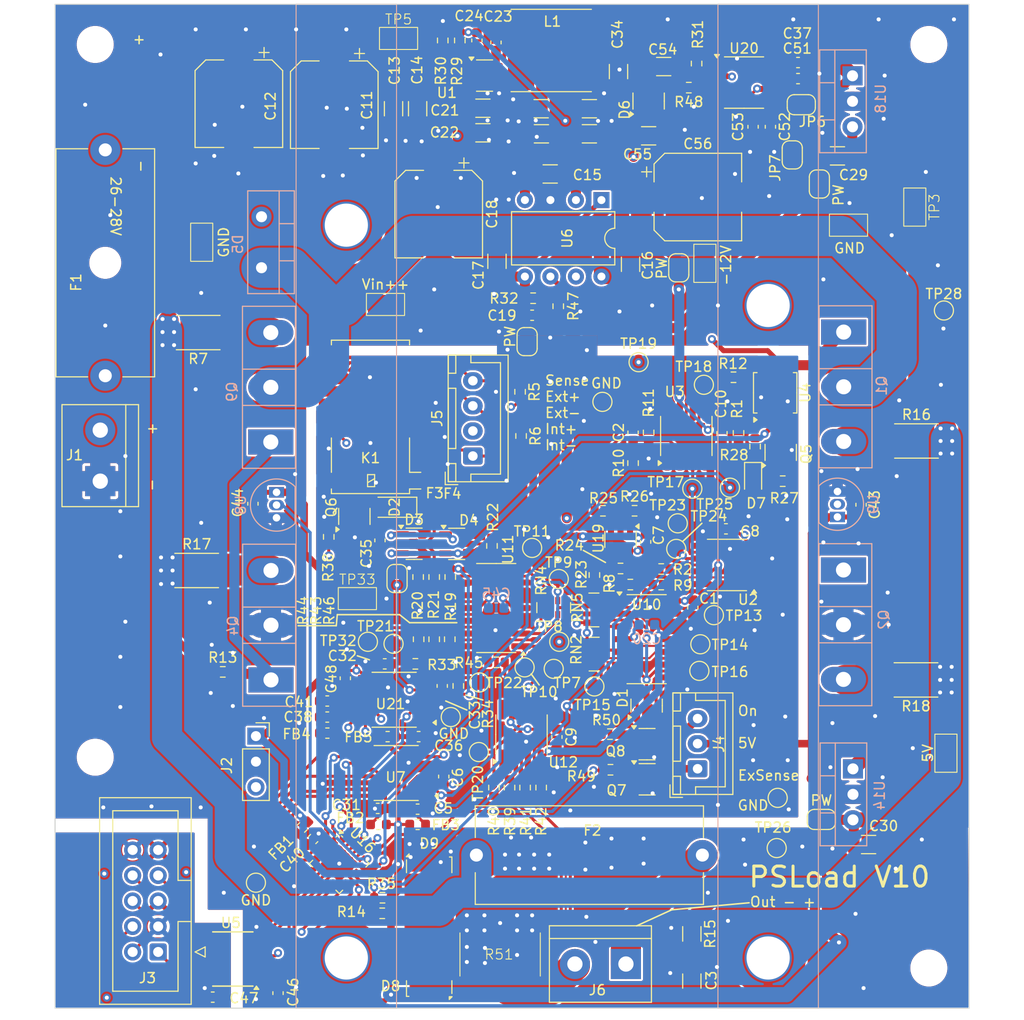
<source format=kicad_pcb>
(kicad_pcb (version 20240108) (generator "pcbnew") (generator_version "8.0")
  (layers (0 "F.Cu" signal) (1 "In1.Cu" signal) (2 "In2.Cu" signal) (31 "B.Cu" signal) (34 "B.Paste" user) (35 "F.Paste" user) (36 "B.SilkS" user "B.Silkscreen") (37 "F.SilkS" user "F.Silkscreen") (38 "B.Mask" user) (39 "F.Mask" user) (44 "Edge.Cuts" user))
  (net 0 "")
  (net 1 "Net-(U3--)")
  (net 2 "Net-(U10D--)")
  (net 3 "Net-(C2-Pad2)")
  (net 4 "Net-(U3-+)")
  (net 5 "GND")
  (net 6 "Net-(C3-Pad2)")
  (net 7 "+5V")
  (net 8 "Net-(Q1-G)")
  (net 9 "Net-(D3-K-Pad3)")
  (net 10 "Net-(D4-K-Pad3)")
  (net 11 "Net-(R8-Pad1)")
  (net 12 "Net-(R9-Pad2)")
  (net 13 "Net-(R12-Pad1)")
  (net 14 "Net-(RN2A-R1.2)")
  (net 15 "Net-(J1-Pin_2)")
  (net 16 "Net-(J6-Pin_1)")
  (net 17 "Net-(RN2A-R1.1)")
  (net 18 "Net-(RN2C-R3.1)")
  (net 19 "Net-(RN2D-R4.2)")
  (net 20 "+12V")
  (net 21 "ON")
  (net 22 "-12V")
  (net 23 "+36V")
  (net 27 "/buckConLDO/SW")
  (net 28 "Net-(U1-BST)")
  (net 29 "Net-(U21-AVDD)")
  (net 30 "DAC LDAC")
  (net 32 "DAC Reset")
  (net 33 "DAC Sync")
  (net 34 "SCK")
  (net 35 "MoSi")
  (net 36 "+VDC")
  (net 37 "Net-(D5-K)")
  (net 38 "Net-(Q1-S)")
  (net 39 "Net-(Q2-S)")
  (net 40 "Net-(Q4-S)")
  (net 41 "Net-(U1-FB)")
  (net 42 "Net-(U6-CAP-)")
  (net 43 "Net-(D7-K)")
  (net 44 "Net-(D7-A)")
  (net 45 "Net-(Q5-C)")
  (net 46 "Net-(U6-CAP+)")
  (net 47 "ON PhotoMos")
  (net 48 "/outHi")
  (net 49 "2,5Vref")
  (net 50 "DAC Enable")
  (net 51 "SDA")
  (net 52 "SCL")
  (net 53 "Tx")
  (net 54 "Rx")
  (net 55 "UPDI")
  (net 56 "Net-(R1-Pad2)")
  (net 57 "DataIn2")
  (net 58 "DataIn1")
  (net 59 "DataOut2")
  (net 60 "DataOut1")
  (net 61 "RESET")
  (net 62 "Net-(D2-A)")
  (net 63 "DRDY")
  (net 64 "GND1")
  (net 65 "/I+DACout")
  (net 66 "/VDACout")
  (net 67 "/I-DACout")
  (net 68 "Net-(R2-Pad2)")
  (net 69 "Net-(R2-Pad1)")
  (net 70 "Net-(U11C--)")
  (net 71 "Net-(U11C-+)")
  (net 72 "/outLOW")
  (net 73 "/V mes")
  (net 74 "/I mes")
  (net 75 "Net-(R39-Pad2)")
  (net 76 "Net-(RN5A-R1.1)")
  (net 77 "VCCQ")
  (net 78 "ISOTx")
  (net 79 "ISO DataIn2")
  (net 80 "ISORx")
  (net 81 "ISO DataOut1")
  (net 82 "ISO DataOut2")
  (net 83 "ISO DataIn1")
  (net 84 "Net-(F3-Pad2)")
  (net 85 "Net-(F4-Pad2)")
  (net 86 "Net-(Q6-B)")
  (net 87 "SensSW")
  (net 88 "/buckConLDO/+15V")
  (net 89 "Net-(U6-FB{slash}SHDN)")
  (net 90 "Net-(U20-CV)")
  (net 91 "Net-(U20-THR)")
  (net 92 "Net-(C54-Pad2)")
  (net 93 "Net-(C54-Pad1)")
  (net 94 "Net-(U20-Q)")
  (net 95 "Net-(U6-VREF)")
  (net 98 "Net-(U19--)")
  (net 99 "Net-(U19-+)")
  (net 100 "Net-(U10A--)")
  (net 101 "Net-(U12--)")
  (net 102 "TempData#2")
  (net 103 "Net-(JP2-B)")
  (net 104 "Net-(R33-Pad2)")
  (net 105 "Net-(RN5A-R1.2)")
  (net 106 "Net-(U12-+)")
  (net 107 "Isink")
  (net 108 "Isource")
  (net 109 "Net-(Q7-B)")
  (net 110 "Net-(Q8-B)")
  (net 111 "Net-(R41-Pad2)")
  (net 112 "Net-(U11D-+)")
  (net 113 "Net-(U11D--)")
  (net 117 "Net-(RN4C-R3.1)")
  (net 122 "Net-(RN4A-R1.2)")
  (net 123 "Net-(RN4D-R4.1)")
  (net 124 "Net-(Q9-S)")
  (net 125 "/buckConLDO/-12V")
  (net 126 "/buckConLDO/12V")
  (net 127 "/buckConLDO/Vout 5V")
  (net 128 "/buckConLDO/..36V")
  (net 129 "/LED_SenseEx")
  (net 130 "/LED_ON")
  (net 131 "/IntSense+")
  (net 132 "/ExSense-")
  (net 133 "/IntSense-")
  (net 134 "/ExSense+")
  (net 135 "Net-(JP6-A)")
  (net 136 "Net-(U16-VCC)")
  (net 137 "Net-(U7-IOVDD)")
  (net 138 "Net-(U7-AVDD)")
  (net 139 "Net-(U21-DVDD)")
  (net 140 "TempData#1")
  (footprint "Capacitor_SMD:C_0603_1608Metric" (layer "F.Cu") (at 176.25 99.85 90)
    (property "Reference" "C43")
    (property "Value" "100n")
  )
  (footprint "Library:SMD Test Point PCWCTE" (layer "F.Cu") (at 128.9 79.9)
    (property "Reference" "TP6" (hide yes))
    (property "Value" "Vin++")
  )
  (footprint "Library:SMD Test Point PCWCTE" (layer "F.Cu") (at 130.2 53.4)
    (property "Reference" "TP5")
    (property "Value" "Vin")
  )
  (footprint "Resistor_SMD:R_0603_1608Metric" (layer "F.Cu") (at 128.575 140.55)
    (property "Reference" "R14")
    (property "Value" "5k")
  )
  (footprint "Capacitor_SMD:C_0603_1608Metric" (layer "F.Cu") (at 139.9 53.8 -90)
    (property "Reference" "C23")
    (property "Value" "100n")
  )
  (footprint "Library:SMD Test Point PCWCTE" (layer "F.Cu") (at 126.1 109.2)
    (property "Reference" "TP33")
    (property "Value" "GND")
  )
  (footprint "Package_TO_SOT_SMD:TO-277A" (layer "F.Cu") (at 133.25 138.1)
    (property "Reference" "D9")
    (property "Value" "SS10PH10")
  )
  (footprint "Resistor_SMD:R_0603_1608Metric" (layer "F.Cu") (at 156.35 107.8)
    (property "Reference" "R9")
    (property "Value" "4,99k")
  )
  (footprint "Package_SO:SOIC-8_3.9x4.9mm_P1.27mm" (layer "F.Cu") (at 158.85 93 90)
    (property "Reference" "U3")
    (property "Value" "ADA4522")
  )
  (footprint "Resistor_SMD:R_0603_1608Metric" (layer "F.Cu") (at 132.2 113.25 90)
    (property "Reference" "R44")
    (property "Value" "2k  0,05%")
  )
  (footprint "TestPoint:TestPoint_Pad_D1.5mm" (layer "F.Cu") (at 161.6 110.85)
    (property "Reference" "TP13")
    (property "Value" "intgin")
  )
  (footprint "Resistor_SMD:R_0603_1608Metric" (layer "F.Cu") (at 146.1 80.075 90)
    (property "Reference" "R47")
    (property "Value" "##")
  )
  (footprint "Resistor_SMD:R_0603_1608Metric" (layer "F.Cu") (at 133.75 107.05 90)
    (property "Reference" "R21")
    (property "Value" "100k")
  )
  (footprint "Capacitor_SMD:C_0603_1608Metric" (layer "F.Cu") (at 165.5 62.2 -90)
    (property "Reference" "C53")
    (property "Value" "10n")
  )
  (footprint "Resistor_SMD:R_Array_Convex_4x0612" (layer "F.Cu") (at 145.65 110.1 90)
    (property "Reference" "RN4")
    (property "Value" "10k")
  )
  (footprint "Capacitor_SMD:C_0603_1608Metric" (layer "F.Cu") (at 145.965 122.985 -90)
    (property "Reference" "C9")
    (property "Value" "100n")
  )
  (footprint "Capacitor_SMD:CP_Elec_8x10.5" (layer "F.Cu") (at 123.8 60 -90)
    (property "Reference" "C11")
    (property "Value" "100u")
  )
  (footprint "Library:SMD Test Point PCWCTE" (layer "F.Cu") (at 110.6 73.7 90)
    (property "Reference" "TP1" (hide yes))
    (property "Value" "GND")
  )
  (footprint "Inductor_SMD:L_0603_1608Metric" (layer "F.Cu") (at 128.2 131.7 180)
    (property "Reference" "FB2")
    (property "Value" "1 kOhms @ 100 MHz")
  )
  (footprint "Resistor_SMD:R_0603_1608Metric" (layer "F.Cu") (at 164.05 92.7 90)
    (property "Reference" "R1")
    (property "Value" "10k")
  )
  (footprint "Resistor_SMD:R_0603_1608Metric" (layer "F.Cu") (at 163.55 87.15 180)
    (property "Reference" "R12")
    (property "Value" "22 more")
  )
  (footprint "MountingHole:MountingHole_4.3mm_M4_DIN965_Pad_TopOnly" (layer "F.Cu") (at 167 145)
    (property "Reference" "REF**" (hide yes))
    (property "Value" "MountingHole_4.3mm_M4_DIN965_Pad_TopOnly")
  )
  (footprint "Resistor_SMD:R_0603_1608Metric" (layer "F.Cu") (at 143.6 79.275)
    (property "Reference" "R32")
    (property "Value" "##")
  )
  (footprint "Resistor_SMD:R_0603_1608Metric" (layer "F.Cu") (at 131.875 115.7)
    (property "Reference" "R33")
    (property "Value" "1k")
  )
  (footprint "Resistor_SMD:R_0603_1608Metric" (layer "F.Cu") (at 151.3 126.25)
    (property "Reference" "R49")
    (property "Value" "1k")
  )
  (footprint "Capacitor_SMD:C_1206_3216Metric" (layer "F.Cu") (at 153.3 75.9 90)
    (property "Reference" "C16")
    (property "Value" "10u")
  )
  (footprint "Resistor_SMD:R_0603_1608Metric" (layer "F.Cu") (at 139.5 103.95 90)
    (property "Reference" "R22")
    (property "Value" "100k")
  )
  (footprint "Capacitor_SMD:CP_Elec_8x10.5" (layer "F.Cu") (at 160 69.2)
    (property "Reference" "C56")
    (property "Value" "100u")
  )
  (footprint "Package_SO:TSSOP-16_4.4x5mm_P0.65mm" (layer "F.Cu") (at 129.7625 119.275 180)
    (property "Reference" "U21")
    (property "Value" "ADS1219")
  )
  (footprint "MountingHole:MountingHole_4.3mm_M4_DIN965_Pad_TopOnly" (layer "F.Cu") (at 167 80)
    (property "Reference" "REF**" (hide yes))
    (property "Value" "MountingHole_4.3mm_M4_DIN965_Pad_TopOnly")
  )
  (footprint "Resistor_SMD:R_0603_1608Metric" (layer "F.Cu") (at 144.4 128.025 -90)
    (property "Reference" "R42")
    (property "Value" "10k  0,05%")
  )
  (footprint "TestPoint:TestPoint_Pad_D1.5mm" (layer "F.Cu") (at 145.65 116.2)
    (property "Reference" "TP7")
    (property "Value" "I-DAC")
  )
  (footprint "Resistor_SMD:R_0603_1608Metric" (layer "F.Cu") (at 135.3 113.25 -90)
    (property "Reference" "R46")
    (property "Value" "1k  0,05%")
  )
  (footprint "TestPoint:TestPoint_Pad_D1.5mm" (layer "F.Cu") (at 138.19 124.485)
    (property "Reference" "TP20")
    (property "Value" "Imes")
  )
  (footprint "Capacitor_SMD:C_0603_1608Metric" (layer "F.Cu") (at 159.5 110.1 90)
    (property "Reference" "C1")
    (property "Value" "1n")
  )
  (footprint "Capacitor_SMD:C_1206_3216Metric" (layer "F.Cu") (at 149.2 60.4)
    (property "Reference" "C25" (hide yes))
    (property "Value" "10u")
  )
  (footprint "Capacitor_SMD:C_0603_1608Metric" (layer "F.Cu") (at 169.975 57.4)
    (property "Reference" "C51")
    (property "Value" "100n")
  )
  (footprint "TestPoint:TestPoint_Pad_D1.5mm" (layer "F.Cu") (at 160.15 116.4)
    (property "Reference" "TP16")
    (property "Value" "##")
  )
  (footprint "Capacitor_SMD:C_0603_1608Metric" (layer "F.Cu") (at 138 53.6 -90)
    (property "Reference" "C24")
    (property "Value" "56p-100p")
  )
  (footprint "Inductor_SMD:L_0603_1608Metric" (layer "F.Cu") (at 129.1125 122.95 180)
    (property "Reference" "FB5")
    (property "Value" "1 kOhms @ 100 MHz")
  )
  (footprint "Library:SMD Test Point PCWCTE" (layer "F.Cu") (at 175 72)
    (property "Reference" "TP29" (hide yes))
    (property "Value" "GND")
  )
  (footprint "Resistor_SMD:R_0603_1608Metric" (layer "F.Cu") (at 159.1 58.3 180)
    (property "Reference" "R48")
    (property "Value" "22")
  )
  (footprint "TestPoint:TestPoint_Pad_D1.5mm" (layer "F.Cu") (at 150.5 89.6)
    (property "Reference" "TP27" (hide yes))
    (property "Value" "GND")
  )
  (footprint "Package_TO_SOT_SMD:TSOT-23-6" (layer "F.Cu") (at 138.7625 57.1)
    (property "Reference" "U1")
    (property "Value" "AP63200WU")
  )
  (footprint "Resistor_SMD:R_0603_1608Metric" (layer "F.Cu") (at 142.8 128.025 -90)
    (property "Reference" "R41")
    (property "Value" "1k  0,05%")
  )
  (footprint "Capacitor_SMD:C_0603_1608Metric" (layer "F.Cu") (at 162.4 92.7 -90)
    (property "Reference" "C10")
    (property "Value" "100n")
  )
  (footprint "Resistor_SMD:R_0603_1608Metric" (layer "F.Cu") (at 153.7 100.45)
    (property "Reference" "R26")
    (property "Value" "20k")
  )
  (footprint "Capacitor_SMD:C_1206_3216Metric" (layer "F.Cu") (at 138.6 60.35)
    (property "Reference" "C21")
    (property "Value" "10u")
  )
  (footprint "Capacitor_SMD:C_1206_3216Metric" (layer "F.Cu") (at 145.3 66.9 180)
    (property "Reference" "C15")
    (property "Value" "10u")
  )
  (footprint "Resistor_SMD:R_0603_1608Metric" (layer "F.Cu") (at 165.7 94.05 -90)
    (property "Reference" "R28")
    (property "Value" "5k")
  )
  (footprint "Capacitor_SMD:C_1206_3216Metric" (layer "F.Cu") (at 140 75.6 90)
    (property "Reference" "C17")
    (property "Value" "10u")
  )
  (footprint "Package_SO:TSSOP-16_4.4x5mm_P0.65mm" (layer "F.Cu") (at 129.9625 126.575 180)
    (property "Reference" "U7")
    (property "Value" "DAC8564C/D")
  )
  (footprint "Capacitor_SMD:C_0603_1608Metric" (layer "F.Cu") (at 111.7 148.9)
    (property "Reference" "C47")
    (property "Value" "100n")
  )
  (footprint "Capacitor_SMD:C_1206_3216Metric" (layer "F.Cu") (at 138.6 62.8)
    (property "Reference" "C22")
    (property "Value" "10u")
  )
  (footprint "TestPoint:TestPoint_Pad_D1.5mm" (layer "F.Cu") (at 149.7 117.95)
    (property "Reference" "TP15")
    (property "Value" "I-bal")
  )
  (footprint "Connector_JST:JST_XH_B3B-XH-A_1x03_P2.50mm_Vertical" (layer "F.Cu") (at 159.975 126.15 90)
    (property "Reference" "J4")
    (property "Value" "LEDs")
  )
  (footprint "Resistor_SMD:R_0603_1608Metric" (layer "F.Cu") (at 168.45 97.5)
    (property "Reference" "R27")
    (property "Value" "10k")
  )
  (footprint "Resistor_SMD:R_0603_1608Metric" (layer "F.Cu") (at 153.275 107.8)
    (property "Reference" "R8")
    (property "Value" "4,99k")
  )
  (footprint "TestPoint:TestPoint_Pad_D1.5mm" (layer "F.Cu") (at 142.75 116.05)
    (property "Reference" "TP10")
    (property "Value" "Vcontr")
  )
  (footprint "TestPoint:TestPoint_Pad_D1.5mm" (layer "F.Cu") (at 158 101.7)
    (property "Reference" "TP23")
    (property "Value" "off")
  )
  (footprint "Resistor_SMD:R_2512_6332Metric" (layer "F.Cu") (at 181.72 117.3 180)
    (property "Reference" "R18")
    (property "Value" "0.05")
  )
  (footprint "Package_TO_SOT_SMD:SOT-23-3" (layer "F.Cu") (at 155.1 59.6375 90)
    (property "Reference" "D6")
    (property "Value" "BAV99")
  )
  (footprint "Package_TO_SOT_SMD:SOT-23-3" (layer "F.Cu") (at 154.9375 123.7)
    (property "Reference" "Q8")
    (property "Value" "MMBT3904")
  )
  (footprint "Capacitor_SMD:C_0603_1608Metric" (layer "F.Cu") (at 162.8 102.25 180)
    (property "Reference" "C8")
    (property "Value" "100n")
  )
  (footprint "TestPoint:TestPoint_Pad_D1.5mm" (layer "F.Cu") (at 160.25 113.75)
    (property "Reference" "TP14")
    (property "Value" "I+bal")
  )
  (footprint "Jumper:SolderJumper-2_P1.3mm_Open_RoundedPad1.0x1.5mm" (layer "F.Cu") (at 172.1 67.9 -90)
    (property "Reference" "JP3" (hide yes))
    (property "Value" "PW")
  )
  (footprint "MountingHole:MountingHole_3.2mm_M3" (layer "F.Cu") (at 100 125)
    (property "Reference" "REF**" (hide yes))
    (property "Value" "MountingHole_3.2mm_M3")
  )
  (footprint "Capacitor_SMD:C_1206_3216Metric" (layer "F.Cu") (at 159.4 147.3 90)
    (property "Reference" "C3")
    (property "Value" "10u")
  )
  (footprint "Resistor_SMD:R_0603_1608Metric" (layer "F.Cu") (at 159.875 55.9 -90)
    (property "Reference" "R31")
    (property "Value" "5k")
  )
  (footprint "Fuse:Fuseholder_Cylinder-5x20mm_Schurter_0031_8201_Horizontal_Open" (layer "F.Cu") (at 101 87 90)
    (property "Reference" "F1")
    (property "Value" "Fuse")
  )
  (footprint "Capacitor_SMD:C_1206_3216Metric" (layer "F.Cu") (at 132.1 60.4 -90)
    (property "Reference" "C14")
    (property "Value" "100n")
  )
  (footprint "Inductor_SMD:L_0603_1608Metric" (layer "F.Cu") (at 120.6 132 -135)
    (property "Reference" "FB1")
    (property "Value" "1 kOhms @ 100 MHz")
  )
  (footprint "Inductor_SMD:L_0603_1608Metric" (layer "F.Cu") (at 123.1125 122.6 180)
    (property "Reference" "FB4")
    (property "Value" "1 kOhms @ 100 MHz")
  )
  (footprint "Resistor_SMD:R_0603_1608Metric" (layer "F.Cu") (at 112.7 116.5)
    (property "Reference" "R13")
    (property "Value" "5k")
  )
  (footprint "Resistor_SMD:R_2512_6332Metric" (layer "F.Cu") (at 181.77 93.5)
    (property "Reference" "R16")
    (property "Value" "0.05")
  )
  (footprint "TestPoint:TestPoint_Pad_D1.5mm" (layer "F.Cu") (at 159.45 98.25)
    (property "Reference" "TP17")
    (property "Value" "integ")
  )
  (footprint "Resistor_SMD:R_0603_1608Metric" (layer "F.Cu") (at 142.3 88.6 -90)
    (property "Reference" "R5")
    (property "Value" "1k")
  )
  (footprint "Capacitor_SMD:C_0603_1608Metric" (layer "F.Cu") (at 128.825 115.7 180)
    (property "Reference" "C32")
    (property "Value" "1u")
  )
  (footprint "Capacitor_SMD:CP_Elec_8x10.5" (layer "F.Cu") (at 134.2 70.9 -90)
    (property "Reference" "C18")
    (property "Value" "100u")
  )
  (footprint "TestPoint:TestPoint_Pad_D1.5mm" (layer "F.Cu") (at 167.85 134.05)
    (property "Reference" "TP26")
    (property "Value" "GND")
  )
  (footprint "Capacitor_SMD:C_0603_1608Metric" (layer "F.Cu") (at 124.9 117.1375 -90)
    (property "Reference" "C48")
    (property "Value" "1u")
  )
  (footprint "Package_SO:SOIC-8_3.9x4.9mm_P1.27mm" (layer "F.Cu") (at 164.6 57.795)
    (property "Reference" "U20")
    (property "Value" "ICM7555xB")
  )
  (footprint "Capacitor_SMD:C_0603_1608Metric" (layer "F.Cu") (at 128.35 103.4 -90)
    (property "Reference" "C35")
    (property "Value" "100n")
  )
  (footprint "Capacitor_SMD:CP_Elec_8x10.5" (layer "F.Cu") (at 114.3 59.9 -90)
    (property "Reference" "C12")
    (property "Value" "100u")
  )
  (footprint "TestPoint:TestPoint_Pad_D1.5mm" (layer "F.Cu") (at 143.5 104.15)
    (property "Reference" "TP11")
    (property "Value" "I+contr")
  )
  (footprint "Resistor_SMD:R_0603_1608Metric" (layer "F.Cu") (at 133.75 113.25 -90)
    (property "Reference" "R43")
    (property "Value" "1k 0,05%")
  )
  (footprint "Resistor_SMD:R_0603_1608Metric" (layer "F.Cu") (at 142.4 93 -90)
    (property "Reference" "R6")
    (property "Value" "1k")
  )
  (footprint "TestPoint:TestPoint_Pad_D1.5mm" (layer "F.Cu") (at 167.95 129.05)
    (property "Reference" "TP31" (hide yes))
    (property "Value" "GND")
  )
  (footprint "Capacitor_SMD:C_0603_1608Metric" (layer "F.Cu") (at 132.1 130.175)
    (property "Reference" "C5")
    (property "Value" "1u")
  )
  (footprint "Resistor_SMD:R_1206_3216Metric" (layer "F.Cu") (at 159.4 142.6 -90)
    (property "Reference" "R15")
    (property "Value" "0.47")
  )
  (footprint "Package_SO:SSOP-16_3.9x4.9mm_P0.635mm" (layer "F.Cu") (at 113.7 145.1 180)
    (property "Reference" "U5")
    (property "Value" "ISO7763FDBQ")
  )
  (footprint "Inductor_SMD:L_0603_1608Metric" (layer "F.Cu") (at 132.1 131.7)
    (property "Reference" "FB3")
    (property "Value" "1 kOhms @ 100 MHz")
  )
  (footprint "Package_TO_SOT_SMD:SOT-23-3" (layer "F.Cu") (at 154.95 127.2)
    (property "Reference" "Q7")
    (property "Value" "MMBT3904")
  )
  (footprint "Capacitor_SMD:C_0603_1608Metric" (layer "F.Cu") (at 123.1 119.4 180)
    (property "Reference" "C41")
    (property "Value" "100n")
  )
  (footprint "TestPoint:TestPoint_Pad_D1.5mm" (layer "F.Cu") (at 163.2 98.15)
    (property "Reference" "TP25")
    (property "Value" "on mos")
  )
  (footprint "Diode_SMD:D_SOD-323F" (layer "F.Cu") (at 165.5 97.25 -90)
    (property "Reference" "D7")
    (property "Value" "MM3Z 22V")
  )
  (footprint "Resistor_SMD:R_0603_1608Metric" (layer "F.Cu") (at 123.25 103.05 90)
    (property "Reference" "R38")
    (property "Value" "1k")
  )
  (footprint "Package_TO_SOT_SMD:TO-277A" (layer "F.Cu") (at 133.25 145.665 180)
    (property "Reference" "D8")
    (property "Value" "SS10PH10")
  )
  (footprint "Package_SO:SOIC-14_3.9x8.7mm_P1.27mm" (layer "F.Cu") (at 154.9 113.2425)
    (property "Reference" "U10")
    (property "Value" "OPA4189")
  )
  (footprint "Resistor_SMD:R_0603_1608Metric" (layer "F.Cu") (at 136.3 53.6 -90)
    (property "Reference" "R29")
    (property "Value" "200k")
  )
  (footprint "Package_DIP:DIP-8_W7.62mm" (layer "F.Cu") (at 150.4 69.5 -90)
    (property "Reference" "U6")
    (property "Value" "LT1054")
  )
  (footprint "Resistor_SMD:R_0603_1608Metric" (layer "F.Cu") (at 141.25 128.025 -90)
    (property "Reference" "R39")
    (property "Value" "1k  0,05%")
  )
  (footprint "TestPoint:TestPoint_Pad_D1.5mm" (layer "F.Cu") (at 129.7 113.7)
    (property "Reference" "TP21")
    (property "Value" "IADC")
  )
  (footprint "Package_TO_SOT_SMD:SOT-23" (layer "F.Cu") (at 154.9 119.8625 90)
    (property "Reference" "D1")
    (property "Value" "BAV99LT1")
  )
  (footprint "Resistor_SMD:R_0603_1608Metric" (layer "F.Cu") (at 156.35 106.25)
    (property "Reference" "R2")
    (property "Value" "4,99k")
  )
  (footprint "Capacitor_SMD:C_0603_1608Metric" (layer "F.Cu") (at 128.125 130.1 180)
    (property "Reference" "C31")
    (property "Value" "100n")
  )
  (footprint "TestPoint:TestPoint_Pad_D1.5mm" (layer "F.Cu") (at 160.6 87.9 90)
    (property "Reference" "TP18")
    (property "Value" "HVamp")
  )
  (footprint "Inductor_SMD:L_Taiyo-Yuden_NR-80xx" (layer "F.Cu") (at 145.4 54.6)
    (property "Reference" "L1")
    (property "Value" "10u")
  )
  (footprint "Resistor_SMD:R_0603_1608Metric" (layer "F.Cu") (at 149.7 106.85 -90)
    (property "Reference" "R23")
    (property "Value" "100k")
  )
  (footprint "Capacitor_SMD:C_0603_1608Metric" (layer "F.Cu") (at 143.5 80.975)
    (property "Reference" "C19")
    (property "Value" "2n")
  )
  (footprint "Connector_PinSocket_2.54mm:PinSocket_1x03_P2.54mm_Vertical" (layer "F.Cu") (at 116 122.9)
    (property "Reference" "J2")
    (property "Value" "Conn_01x03_Pin")
  )
  (footprint "Jumper:SolderJumper-2_P1.3mm_Bridged2Bar_RoundedPad1.0x1.5mm" (layer "F.Cu") (at 130.05 107.2 -90)
    (property "Reference" "JP2" (hide yes))
    (property "Value" "BR")
  )
  (footprint "Fuse:Fuse_0402_1005Metric" (layer "F.Cu") (at 133.75 100.35 90)
    (property "Reference" "F3")
    (property "Value" "50mA")
  )
  (footprint "Package_DFN_QFN:QFN-24-1EP_4x4mm_P0.5mm_EP2.6x2.6mm" (layer "F.Cu") (at 124.3 135.6 -45)
    (property "Reference" "U16")
    (property "Value" "ATtiny3227-M")
  )
  (footprint "TestPoint:TestPoint_Pad_D1.5mm" (layer "F.Cu") (at 157.85 104.25)
    (property "Reference" "TP24")
    (property "Value" "on")
  )
  (footprint "Resistor_SMD:R_0603_1608Metric" (layer "F.Cu") (at 139.95 115.55 180)
    (property "Reference" "R45")
    (property "Value" "2k  0,05%")
  )
  (footprint "Capacitor_SMD:C_0603_1608Metric" (layer "F.Cu") (at 134.55 117.9 -90)
    (property "Reference" "C33")
    (property "Value" "1u")
  )
  (footprint "Package_SO:SOP-4_3.8x4.1mm_P2.54mm" (layer "F.Cu") (at 167.7 88.7 90)
    (property "Reference" "U4")
    (property "Value" "CPC1017N")
  )
  (footprint "TestPoint:TestPoint_Pad_D1.5mm" (layer "F.Cu") (at 135.4 121)
    (property "Reference" "TP30" (hide yes))
    (property "Value" "GND")
  )
  (footprint "Capacitor_SMD:C_0603_1608Metric" (layer "F.Cu") (at 118.2 148.5 90)
    (property "Reference" "C46")
    (property "Value" "100n")
  )
  (footprint "MountingHole:MountingHole_3.2mm_M3" (layer "F.Cu") (at 183 54)
    (property "Reference" "REF**" (hide yes))
    (property "Value" "MountingHole_3.2mm_M3")
  )
  (footprint "Relay_SMD:Relay_DPDT_Kemet_EE2_NU" (layer "F.Cu") (at 127.405 91.1 180)
    (property "Reference" "K1")
    (property "Value" "EE2-5NU")
  )
  (footprint "Package_TO_SOT_SMD:SOT-23-3" (layer "F.Cu") (at 125.8 101.0125 90)
    (property "Reference" "Q6")
    (property "Value" "MMBT3904")
  )
  (footprint "Diode_SMD:D_SOD-123F" (layer "F.Cu") (at 129.805 100.1 180)
    (property "Reference" "D2")
    (property "Value" "1N4007")
  )
  (footprint "Resistor_SMD:R_0603_1608Metric" (layer "F.Cu") (at 136.15 117.9 -90)
    (property "Reference" "R34")
    (property "Value" "1k")
  )
  (footprint "Package_TO_SOT_SMD:SOT-23-3" (layer "F.Cu") (at 135.9875 103.75)
    (property "Reference" "D4")
    (property "Value" "BAV99LT1")
  )
  (footprint "Capacitor_SMD:C_1206_3216Metric" (layer "F.Cu") (at 177 133.7)
    (property "Reference" "C30")
    (property "Value" "10u")
  )
  (footprint "Fuse:Fuseholder_Cylinder-5x20mm_Schurter_0031_8201_Horizontal_Open" (layer "F.Cu") (at 137.95 134.75)
    (property "Reference" "F2")
    (property "Value" "Fuse")
  )
  (footprint "Library:SMD Test Point PCWCTE" (layer "F.Cu") (at 160.7 75.8 90)
    (property "Reference" "TP4" (hide yes))
    (property "Value" "-12V")
  )
  (footprint "Resistor_SMD:R_0603_1608Metric" (layer "F.Cu") (at 152.3 106.2 180)
    (property "Reference" "R24")
    (property "Value" "100k")
  )
  (footprint "TestPoint:TestPoint_Pad_D1.5mm" (layer "F.Cu") (at 146.15 107.25)
    (property "Reference" "TP9")
    (property "Value" "VDAC")
  )
  (footprint "Capacitor_SMD:C_0603_1608Metric" (layer "F.Cu") (at 134.7 126.925 90)
    (property "Reference" "C6")
    (property "Value" "1u")
  )
  (footprint "Resistor_SMD:R_Array_Convex_4x0612" (layer "F.Cu") (at 149.675 114.73 180)
    (property "Reference" "RN2")
    (property "Value" "10k")
  )
  (footprint "TerminalBlock:TerminalBlock_bornier-2_P5.08mm" (layer "F.Cu") (at 100.5 97.5 90)
    (property "Reference" "J1")
    (property "Value" "Supply")
  )
  (footprint "Package_TO_SOT_SMD:SOT-23-5" (layer "F.Cu") (at 152.3 103.3 -90)
    (property "Reference" "U19")
    (property "Value" "TLV9301xDBV")
  )
  (footprint "TestPoint:TestPoint_Pad_D1.5mm" (layer "F.Cu") (at 138.25 117.55)
    (property "Reference" "TP22")
    (property "Value" "Vmes")
  )
  (footprint "Jumper:SolderJumper-2_P1.3mm_Bridged2Bar_RoundedPad1.0x1.5mm" (layer "F.Cu") (at 169.4 65 90)
    (property "Reference" "JP7")
    (property "Value" "##")
  )
  (footprint "Jumper:SolderJumper-2_P1.3mm_Open_RoundedPad1.0x1.5mm" (layer "F.Cu") (at 158.1 76.25 -90)
    (property "Reference" "JP4" (hide yes))
    (property "Value" "PW")
  )
  (footprint "TestPoint:TestPoint_Pad_D1.5mm" (layer "F.Cu") (at 146.2 113.5)
    (property "Reference" "TP8")
    (property "Value" "I+DAC")
  )
  (footprint "Resistor_SMD:R_0603_1608Metric" (layer "F.Cu") (at 135.35 107.05 -90)
    (property "Reference" "R19")
    (property "Value" "10k 0,1%")
  )
  (footprint "Connector_IDC:IDC-Header_2x05_P2.54mm_Vertical" (layer "F.Cu") (at 106.265 144.4 180)
    (property "Reference" "J3")
    (property "Value" "Conn_02x05_Odd_Even")
  )
  (footprint "MountingHole:MountingHole_3.2mm_M3" (layer "F.Cu") (at 183 146)
    (property "Reference" "REF**" (hide yes))
    (property "Value" "MountingHole_3.2mm_M3")
  )
  (footprint "Resistor_SMD:R_Array_Convex_4x0612" (layer "F.Cu") (at 149.65 110.33 180)
    (property "Reference" "RN5")
    (property "Value" "10k")
  )
  (footprint "Capacitor_SMD:C_0603_1608Metric" (layer "F.Cu") (at 123.1 121 180)
    (property "Reference" "C38")
    (property "Value" "1u")
  )
  (footprint "Capacitor_SMD:C_0603_1608Metric" (layer "F.Cu") (at 115.7 99.75 -90)
    (property "Reference" "C44")
    (property "Value" "100n")
  )
  (footprint "Package_TO_SOT_SMD:SOT-23-3" (layer "F.Cu") (at 168.25 94.6375 90)
    (property "Reference" "Q5")
    (property "Value" "MMBT3904")
  )
  (footprint "Capacitor_SMD:C_1206_3216Metric" (layer "F.Cu") (at 129.7 60.4 -90)
    (property "Reference" "C13")
    (property "Value" "10u")
  )
  (footprint "Resistor_SMD:R_2512_6332Metric" (layer "F.Cu") (at 110.1 106.4)
    (property "Reference" "R17")
    (property "Value" "0.05")
  )
  (footprint "Resistor_SMD:R_0603_1608Metric" (layer "F.Cu") (at 150.55 100.45 180)
    (property "Reference" "R25")
    (property "Value" "380k")
  )
  (footprint "Library:SMD Test Point PCWCTE" (layer "F.Cu") (at 184.7 124.6 90)
    (property "Reference" "TP2" (hide yes))
    (property "Value" "5V")
  )
  (footprint "Capacitor_SMD:C_0603_1608Metric" (layer "F.Cu") (at 153.55 92.65 90)
    (property "Reference" "C2")
    (property "Value" "10p")
  )
  (footprint "Jumper:SolderJumper-2_P1.3mm_Open_RoundedPad1.0x1.5mm" (layer "F.Cu") (at 143 83.6 -90)
    (property "Reference" "JP5" (hide yes))
    (property "Value" "PW")
  )
  (footprint "Package_TO_SOT_SMD:SOT-23-3" (layer "F.Cu") (at 131.75 103.7375)
    (property "Reference" "D3")
    (property "Value" "BAV99LT1")
  )
  (footprint "MountingHole:MountingHole_3.2mm_M3" (layer "F.Cu") (at 100 54)
    (property "Reference" "REF**" (hide yes))
    (property "Value" "MountingHole_3.2mm_M3")
  )
  (footprint "Resistor_SMD:R_0603_1608Metric" (layer "F.Cu") (at 151.25 122.7)
    (property "Reference" "R50")
    (property "Value" "1k")
  )
  (footprint "Capacitor_SMD:C_1206_3216Metric" (layer "F.Cu") (at 155.1 63.1 180)
    (property "Reference" "C55")
    (property "Value" "1u")
  )
  (footprint "TerminalBlock:TerminalBlock_bornier-2_P5.08mm" (layer "F.Cu") (at 152.84 145.6 180)
    (property "Reference" "J6")
    (property "Value" "Output")
  )
  (footprint "Capacitor_SMD:C_1206_3216Metric" (layer "F.Cu") (at 156.6 56.2 180)
    (property "Reference" "C54")
    (property "Value" "1u")
  )
  (footprint "Package_SO:SOIC-8_3.9x4.9mm_P1.27mm" (layer "F.Cu") (at 142.44 122.735 90)
    (property "Reference" "U12")
    (property "Value" "OPA189")
  )
  (footprint "Capacitor_SMD:C_1206_3216Metric" (layer "F.Cu") (at 149.2 62.9)
    (property "Reference" "C26" (hide yes))
    (property "Value" "10u")
  )
  (footprint "Jumper:SolderJumper-2_P1.3mm_Open_RoundedPad1.0x1.5mm" (layer "F.Cu") (at 170.3 60)
    (property "Reference" "JP6")
    (property "Value" "##")
  )
  (footprint "Resistor_SMD:R_2512_6332Metric" (layer "F.Cu") (at 110.25 82.7 180)
    (property "Reference" "R7")
    (property "Value" "0.05")
  )
  (footprint "Resistor_SMD:R_0603_1608Metric" (layer "F.Cu") (at 139.7 128.025 -90)
    (property "Reference" "R40")
    (property "Value" "10k  0,05%")
  )
  (footprint "Resistor_SMD:R_0603_1608Metric" (layer "F.Cu") (at 153.55 95.7 90)
    (property "Reference" "R10")
    (property "Value" "10k")
  )
  (footprint "Resistor_SMD:R_0603_1608Metric" (layer "F.Cu") (at 134.6 53.6 90)
    (property "Reference" "R30")
    (property "Value" "12k")
  )
  (footprint "Capacitor_SMD:C_0603_1608Metric" (layer "F.Cu") (at 167.225 62.2 -90)
    (property "Reference" "C52")
    (property "Value" "10n")
  )
  (footprint "Resistor_SMD:R_0603_1608Metric" (layer "F.Cu") (at 155.1 92.65 -90)
    (property "Reference" "R11")
    (property "Value" "40.2k")
  )
  (footprint "TestPoint:TestPoint_Pad_D1.5mm" (layer "F.Cu") (at 184.5 80.5)
    (property "Reference" "TP28")
    (property "Value" "GND")
  )
  (footprint "Capacitor_SMD:C_1206_3216Metric" (layer "F.Cu") (at 173.9 65.1 180)
    (property "Reference" "C29")
    (property "Value" "10u")
  )
  (footprint "Resistor_SMD:R_0603_1608Metric" (layer "F.Cu") (at 132.15 107.05 90)
    (property "Reference" "R20")
    (property "Value" "10k 0,1%")
  )
  (footprint "Capacitor_SMD:C_1206_3216Metric" (layer "F.Cu") (at 152.1 56.7 90)
    (property "Reference" "C34")
    (property "Value" "1u")
  )
  (footprint "Package_SO:SOIC-8_3.9x4.9mm_P1.27mm" (layer "F.Cu") (at 162.9 105.85 180)
    (property "Reference" "U2")
    (property "Value" "DG469")
  )
  (footprint "MountingHole:MountingHole_4.3mm_M4_DIN965_Pad_TopOnly" (layer "F.Cu") (at 125 72)
    (property "Reference" "REF**" (hide yes))
    (property "Value" "MountingHole_4.3mm_M4_DIN965_Pad_TopOnly")
  )
  (footprint "Capacitor_SMD:C_0603_1608Metric" (layer "F.Cu") (at 121.7 133.15 45)
    (property "Reference" "C40")
    (property "Value" "100n")
  )
  (footprint "Connector_JST:JST_XH_B4B-XH-A_1x04_P2.50mm_Vertical" (layer "F.Cu") (at 137.6 95 90)
    (property "Reference" "J5")
    (property "Value" "Sense")
  )
  (footprint "Capacitor_SMD:C_0603_1608Metric" (layer "F.Cu") (at 132.2 122.95)
    (property "Reference" "C36")
    (property "Value" "100n")
  )
  (footprint "Fuse:Fuse_0402_1005Metric" (layer "F.Cu") (at 135.4 100.35 90)
    (property "Reference" "F4")
    (property "Value" "50mA")
  )
  (footprint "Capacitor_SMD:C_1206_3216Metric" (layer "F.Cu") (at 144.4 60.4 180)
    (property "Reference" "C28" (hide yes))
    (property "Value" "10u")
  )
  (footprint "Resistor_SMD:R_0603_1608Metric" (layer "F.Cu") (at 128.6 139)
    (property "Reference" "R35")
    (property "Value" "5k")
  )
  (footprint "Library:SMD Test Point PCWCTE" (layer "F.Cu") (at 181.6 70.2 90)
    (property "Reference" "TP3")
    (property "Value" "+12V")
  )
  (footprint "TestPoint:TestPoint_Pad_D1.5mm" (layer "F.Cu") (at 154.1 85.65)
    (property "Reference" "TP19")
    (property "Value" "Gate")
  )
  (footprint "Library:R 2728 4Wire" (layer "F.Cu") (at 140.3125 144.65 90)
    (property "Reference" "R51")
    (property "Value" "0.05")
  )
  (footprint "Package_SO:SOIC-14_3.9x8.7mm_P1.27mm" (layer "F.Cu") (at 139.925 110.14 180)
    (property "Reference" "U11")
    (property "Value" "OPA4189")
  )
  (footprint "Capacitor_SMD:C_1206_3216Metric" (layer "F.Cu") (at 144.425 62.9 180)
    (property "Reference" "C27" (hide yes))
    (property "Value" "10u")
  )
  (footprint "Capacitor_SMD:C_0603_1608Metric" (layer "F.Cu") (at 154.8 103.55 90)
    (property "Reference" "C7")
    (property "Value" "100n")
  )
  (footprint "MountingHole:MountingHole_4.3mm_M4_DIN965_Pad_TopOnly" (layer "F.Cu") (at 125 145)
    (property "Reference" "REF**" (hide yes))
    (property "Value" "MountingHole_4.3mm_M4_DIN965_Pad_TopOnly")
  )
  (footprint "TestPoint:TestPoint_Pad_D1.5mm" (layer "F.Cu") (at 116 137.5)
    (property "Reference" "TP12" (hide yes))
    (property "Value" "GND")
  )
  (footprint "Jumper:SolderJumper-2_P1.3mm_Open_RoundedPad1.0x1.5mm" (layer "F.Cu") (at 172.3 131.2 180)
    (property "Reference" "JP1" (hide yes))
    (property "Value" "PW")
  )
  (footprint "Capacitor_SMD:C_0603_1608Metric" (layer "F.Cu") (at 169.975 55.8)
    (property "Reference" "C37")
    (property "Value" "100n")
  )
  (footprint "TestPoint:TestPoint_Pad_D1.5mm" (layer "F.Cu") (at 127.15 113.5)
    (property "Reference" "TP32")
    (property "Value" "Vref")
  )
  (footprint "Package_TO_SOT_THT:TO-247-3_Vertical" (layer "B.Cu") (at 174.52 82.65 -90)
    (property "Reference" "Q1")
    (property "Value" "IRFP240")
  )
  (footprint "Package_TO_SOT_THT:TO-220-2_Vertical" (layer "B.Cu") (at 116.555 76.24 90)
    (property "Reference" "D5")
    (property "Value" "MBR10100")
  )
  (footprint "Package_TO_SOT_THT:TO-247-3_Vertical" (layer "B.Cu") (at 117.48 93.6 90)
    (property "Reference" "Q9")
    (property "Value" "IRFP240")
  )
  (footprint "Package_TO_SOT_THT:TO-92_Inline" (layer "B.Cu") (at 173.9 101.07 90)
    (property "Reference" "U9")
    (property "Value" "MCP9700Ax-ETT")
  )
  (footprint "Library:ebayHeatsink" (layer "B.Cu") (at 125 100 180)
    (property "Reference" "REF**" (hide yes))
    (property "Value" "ebayHeatsink")
  )
  (footprint "Package_TO_SOT_THT:TO-247-3_Vertical" (layer "B.Cu") (at 117.5 117.3 90)
    (property "Reference" "Q4")
    (property "Value" "IRFP9240")
  )
  (footprint "Capacitor_SMD:C_0603_1608Metric" (layer "B.Cu") (at 154.925 111.8)
    (property "Reference" "C20")
    (property "Value" "100n")
  )
  (footprint "Capacitor_SMD:C_0603_1608Metric" (layer "B.Cu") (at 139.925 110.14 180)
    (property "Reference" "C45")
    (property "Value" "100n")
  )
  (footprint "Package_TO_SOT_THT:TO-220-3_Vertical" (layer "B.Cu") (at 175.445 126.16 -90)
    (property "Reference" "U14")
    (property "Value" "LM7805_TO220")
  )
  (footprint "Package_TO_SOT_THT:TO-220-3_Vertical" (layer "B.Cu") (at 175.4 57.12 -90)
    (property "Reference" "U18")
    (property "Value" "LM7812_TO220")
  )
  (footprint "Package_TO_SOT_THT:TO-92_Inline" (layer "B.Cu") (at 118.05 98.61 -90)
    (property "Reference" "U8")
    (property "Value" "MCP9700Ax-ETT")
  )
  (footprint "Library:ebayHeatsink" (layer "B.Cu") (at 167 100 180)
    (property "Reference" "REF**" (hide yes))
    (property "Value" "ebayHeatsink")
  )
  (footprint "Package_TO_SOT_THT:TO-247-3_Vertical" (layer "B.Cu") (at 174.5 106.35 -90)
    (property "Reference" "Q2")
    (property "Value" "IRFP9240")
  )
  (gr_line (start 144.2 117.8) (end 143.4 116.7) (stroke (width 0.15)) (layer "F.SilkS"))
  (gr_line (start 134.9 119.4) (end 137 120.3) (stroke (width 0.15)) (layer "F.SilkS"))
  (gr_line (start 124 111.9) (end 124.1 110.8) (stroke (width 0.15)) (layer "F.SilkS"))
  (gr_line (start 131.3 111.6) (end 136 111.6) (stroke (width 0.15)) (layer "F.SilkS"))
  (gr_line (start 126.1 114.9) (end 127.3 115.3) (stroke (width 0.15)) (layer "F.SilkS"))
  (gr_line (start 160.4 101.7) (end 158.5 103.5) (stroke (width 0.15)) (layer "F.SilkS"))
  (gr_line (start 148.6 104.4) (end 150.8 105.6) (stroke (width 0.15)) (layer "F.SilkS"))
  (gr_line (start 130.3 110.8) (end 131.3 111.6) (stroke (width 0.15)) (layer "F.SilkS"))
  (gr_line (start 165.1 139.5) (end 157.4 140.2) (stroke (width 0.15)) (layer "F.SilkS"))
  (gr_line (start 157.4 140.2) (end 153.9 141.8) (stroke (width 0.15)) (layer "F.SilkS"))
  (gr_line (start 136.9 118.8) (end 138.6 119.3) (stroke (width 0.15)) (layer "F.SilkS"))
  (gr_line (start 120.2 111.9) (end 124 111.9) (stroke (width 0.15)) (layer "F.SilkS"))
  (gr_line (start 124.1 110.8) (end 130.3 110.8) (stroke (width 0.15)) (layer "F.SilkS"))
  (gr_rect (start 96 50) (end 187 150) (stroke (width 0.1)) (fill none) (layer "Edge.Cuts"))
  (gr_text "Sense\nExt+\nExt-\nInt+\nInt-" (at 144.7 94.5 0) (layer "F.SilkS") (effects (font (size 1 1)) (justify left bottom)))
  (gr_text "PSLoad V10" (at 164.9 138.1 0) (layer "F.SilkS") (effects (font (size 2 2) (thickness 0.3)) (justify left bottom)))
  (gr_text "-" (at 105.05 66.85 90) (layer "F.SilkS") (effects (font (size 1 1)) (justify left bottom)))
  (gr_text "-" (at 106.2 98.6 90) (layer "F.SilkS") (effects (font (size 1 1)) (justify left bottom)))
  (gr_text "26-28V" (at 101.45 67.05 -90) (layer "F.SilkS") (effects (font (size 1 1)) (justify left bottom)))
  (gr_text "+" (at 105 92.8 0) (layer "F.SilkS") (effects (font (size 1 1)) (justify left bottom)))
  (gr_text "+" (at 103.65 54.05 0) (layer "F.SilkS") (effects (font (size 1 1)) (justify left bottom)))
  (gr_text "On\n\n5V\n\nExSense\n" (at 163.9 127.4 0) (layer "F.SilkS") (effects (font (size 1 1)) (justify left bottom)))
  (gr_text "Out - +" (at 165.1 140 0) (layer "F.SilkS") (effects (font (size 1 1)) (justify left bottom)))
  (segment (start 155.05 93.425) (end 155.1 93.475) (width 0.3) (layer "F.Cu") (net 1))
  (segment (start 157.189999 93.475) (end 158.215 94.500001) (width 0.3) (layer "F.Cu") (net 1))
  (segment (start 153.55 93.425) (end 155.05 93.425) (width 0.3) (layer "F.Cu") (net 1))
  (segment (start 158.215 94.500001) (end 158.215 95.475) (width 0.3) (layer "F.Cu") (net 1))
  (segment (start 153.55 94.875) (end 153.55 93.425) (width 0.3) (layer "F.Cu") (net 1))
  (segment (start 155.1 93.475) (end 157.189999 93.475) (width 0.3) (layer "F.Cu") (net 1))
  (segment (start 165.375 107.755) (end 162.28 110.85) (width 0.3) (layer "F.Cu") (net 2))
  (segment (start 161.575 110.875) (end 161.6 110.85) (width 0.3) (layer "F.Cu") (net 2))
  (segment (start 157.375 110.7025) (end 159.3275 110.7025) (width 0.3) (layer "F.Cu") (net 2))
  (segment (start 162.28 110.85) (end 161.6 110.85) (width 0.3) (layer "F.Cu") (net 2))
  (segment (start 159.3275 110.7025) (end 159.5 110.875) (width 0.3) (layer "F.Cu") (net 2))
  (segment (start 159.5 110.875) (end 161.575 110.875) (width 0.3) (layer "F.Cu") (net 2))
  (segment (start 155.1 91.825) (end 153.6 91.825) (width 0.3) (layer "F.Cu") (net 3))
  (segment (start 158.95 91.85) (end 159.485 91.315) (width 0.3) (layer "F.Cu") (net 3))
  (segment (start 155.1 91.825) (end 155.125 91.85) (width 0.3) (layer "F.Cu") (net 3))
  (segment (start 149.725 95.7) (end 149.725 100.65) (width 0.3) (layer "F.Cu") (net 3))
  (segment (start 159.485 90.525) (end 159.485 89.015) (width 0.3) (layer "F.Cu") (net 3))
  (segment (start 153.55 91.875) (end 149.725 95.7) (width 0.3) (layer "F.Cu") (net 3))
  (segment (start 162.725 87.15) (end 161.35 87.15) (width 0.3) (layer "F.Cu") (net 3))
  (segment (start 161.35 87.15) (end 160.6 87.9) (width 0.3) (layer "F.Cu") (net 3))
  (segment (start 153.6 91.825) (end 153.55 91.875) (width 0.3) (layer "F.Cu") (net 3))
  (segment (start 159.485 89.015) (end 160.6 87.9) (width 0.3) (layer "F.Cu") (net 3))
  (segment (start 159.485 91.315) (end 159.485 90.525) (width 0.3) (layer "F.Cu") (net 3))
  (segment (start 155.125 91.85) (end 158.95 91.85) (width 0.3) (layer "F.Cu") (net 3))
  (segment (start 159.485 98.215) (end 159.45 98.25) (width 0.3) (layer "F.Cu") (net 4))
  (segment (start 159.3925 109.4325) (end 159.5 109.325) (width 0.3) (layer "F.Cu") (net 4))
  (segment (start 157.375 109.4325) (end 158.7 109.4325) (width 0.3) (layer "F.Cu") (net 4))
  (segment (start 159.485 95.475) (end 159.485 98.215) (width 0.3) (layer "F.Cu") (net 4))
  (segment (start 158.7 109.4325) (end 159.3925 109.4325) (width 0.3) (layer "F.Cu") (net 4))
  (via (at 159.45 98.25) (size 0.8) (drill 0.4) (layers "F.Cu" "B.Cu") (net 4))
  (via (at 158.7 109.4325) (size 0.8) (drill 0.4) (layers "F.Cu" "B.Cu") (net 4))
  (segment (start 158.7 109.4325) (end 159.45 108.6825) (width 0.3) (layer "B.Cu") (net 4))
  (segment (start 159.45 108.6825) (end 159.45 98.25) (width 0.3) (layer "B.Cu") (net 4))
  (segment (start 134.6 126.25) (end 134.7 126.15) (width 0.3) (layer "F.Cu") (net 5))
  (via (at 177.65 120.9) (size 0.8) (drill 0.4) (layers "F.Cu" "B.Cu") (net 5))
  (via (at 145.2 134.7) (size 0.8) (drill 0.4) (layers "F.Cu" "B.Cu") (net 5))
  (via (at 152.2 80.6) (size 0.8) (drill 0.4) (layers "F.Cu" "B.Cu") (net 5))
  (via (at 185.5 51.5) (size 0.8) (drill 0.4) (layers "F.Cu" "B.Cu") (net 5))
  (via (at 141.1625 63.6625) (size 0.8) (drill 0.4) (layers "F.Cu" "B.Cu") (net 5))
  (via (at 158.95 118.25) (size 0.8) (drill 0.4) (layers "F.Cu" "B.Cu") (net 5))
  (via (at 124.3 135.6) (size 0.8) (drill 0.4) (layers "F.Cu" "B.Cu") (net 5))
  (via (at 164.7 135.7) (size 0.8) (drill 0.4) (layers "F.Cu" "B.Cu") (net 5))
  (via (at 145.4 93.8) (size 0.8) (drill 0.4) (layers "F.Cu" "B.Cu") (net 5))
  (via (at 130.9 63.6) (size 0.8) (drill 0.4) (layers "F.Cu" "B.Cu") (net 5))
  (via (at 148.3 80.6) (size 0.8) (drill 0.4) (layers "F.Cu" "B.Cu") (net 5))
  (via (at 160.4 69.3) (size 0.8) (drill 0.4) (layers "F.Cu" "B.Cu") (net 5))
  (via (at 153.2 98.8) (size 0.8) (drill 0.4) (layers "F.Cu" "B.Cu") (net 5))
  (via (at 116 149.1) (size 0.8) (drill 0.4) (layers "F.Cu" "B.Cu") (net 5))
  (via (at 132 67.3) (size 0.8) (drill 0.4) (layers "F.Cu" "B.Cu") (net 5))
  (via (at 141.4 133) (size 0.8) (drill 0.4) (layers "F.Cu" "B.Cu") (net 5))
  (via (at 141.175 69.45) (size 0.8) (drill 0.4) (layers "F.Cu" "B.Cu") (net 5))
  (via (at 102.5 100.5) (size 0.8) (drill 0.4) (layers "F.Cu" "B.Cu") (net 5))
  (via (at 148.8 133.5) (size 0.8) (drill 0.4) (layers "F.Cu" "B.Cu") (net 5))
  (via (at 182.3 133.2) (size 0.8) (drill 0.4) (layers "F.Cu" "B.Cu") (net 5))
  (via (at 148.5 98.3) (size 0.8) (drill 0.4) (layers "F.Cu" "B.Cu") (net 5))
  (via (at 142.2 134.7) (size 0.8) (drill 0.4) (layers "F.Cu" "B.Cu") (net 5))
  (via (at 183.9 76) (size 0.8) (drill 0.4) (layers "F.Cu" "B.Cu") (net 5))
  (via (at 140.3125 141.52) (size 0.8) (drill 0.4) (layers "F.Cu" "B.Cu") (net 5))
  (via (at 172.3 109.5) (size 0.8) (drill 0.4) (layers "F.Cu" "B.Cu") (net 5))
  (via (at 147.7 112.85) (size 0.8) (drill 0.4) (layers "F.Cu" "B.Cu") (net 5))
  (via (at 154.6 135.6) (size 0.8) (drill 0.4) (layers "F.Cu" "B.Cu") (net 5))
  (via (at 134.1 70.2) (size 0.8) (drill 0.4) (layers "F.Cu" "B.Cu") (net 5))
  (via (at 133.6 133.65) (size 0.8) (drill 0.4) (layers "F.Cu" "B.Cu") (net 5))
  (via (at 168.45 110.8) (size 0.8) (drill 0.4) (layers "F.Cu" "B.Cu") (net 5))
  (via (at 110.5 130) (size 0.8) (drill 0.4) (layers "F.Cu" "B.Cu") (net 5))
  (via (at 123.6 117.9) (size 0.8) (drill 0.4) (layers "F.Cu" "B.Cu") (net 5))
  (via (at 167.6 64.7) (size 0.8) (drill 0.4) (layers "F.Cu" "B.Cu") (net 5))
  (via (at 178.5 61.4) (size 0.8) (drill 0.4) (layers "F.Cu" "B.Cu") (net 5))
  (via (at 178.4 127) (size 0.8) (drill 0.4) (layers "F.Cu" "B.Cu") (net 5))
  (via (at 155.1 95.25) (size 0.8) (drill 0.4) (layers "F.Cu" "B.Cu") (net 5))
  (via (at 165.2 64.7) (size 0.8) (drill 0.4) (layers "F.Cu" "B.Cu") (net 5))
  (via (at 122.65 127.65) (size 0.8) (drill 0.4) (layers "F.Cu" "B.Cu") (net 5))
  (via (at 113.7 119.9) (size 0.8) (drill 0.4) (layers "F.Cu" "B.Cu") (net 5))
  (via (at 149.65 127.95) (size 0.8) (drill 0.4) (layers "F.Cu" "B.Cu") (net 5))
  (via (at 155.95 101.1) (size 0.8) (drill 0.4) (layers "F.Cu" "B.Cu") (net 5))
  (via (at 150.0625 61.6125) (size 0.8) (drill 0.4) (layers "F.Cu" "B.Cu") (net 5))
  (via (at 132.5 63.65) (size 0.8) (drill 0.4) (layers "F.Cu" "B.Cu") (net 5))
  (via (at 147.75 123.05) (size 0.8) (drill 0.4) (layers "F.Cu" "B.Cu") (net 5))
  (via (at 125.05 114.25) (size 0.8) (drill 0.4) (layers "F.Cu" "B.Cu") (net 5))
  (via (at 138.8 145.5) (size 0.8) (drill 0.4) (layers "F.Cu" "B.Cu") (net 5))
  (via (at 135.55 110.35) (size 0.8) (drill 0.4) (layers "F.Cu" "B.Cu") (net 5))
  (via (at 132.4 82.5) (size 0.8) (drill 0.4) (layers "F.Cu" "B.Cu") (net 5))
  (via (at 179.3 73) (size 0.8) (drill 0.4) (layers "F.Cu" "B.Cu") (net 5))
  (via (at 137 140.75) (size 0.8) (drill 0.4) (layers "F.Cu" "B.Cu") (net 5))
  (via (at 129 109.2) (size 0.8) (drill 0.4) (layers "F.Cu" "B.Cu") (net 5))
  (via (at 139.7 78.85) (size 0.8) (drill 0.4) (layers "F.Cu" "B.Cu") (net 5))
  (via (at 125 52.5) (size 0.8) (drill 0.4) (layers "F.Cu" "B.Cu") (net 5))
  (via (at 132.2 101.5) (size 0.8) (drill 0.4) (layers "F.Cu" "B.Cu") (net 5))
  (via (at 115 52.5) (size 0.8) (drill 0.4) (layers "F.Cu" "B.Cu") (net 5))
  (via (at 139.85 112.35) (size 0.8) (drill 0.4) (layers "F.Cu" "B.Cu") (net 5))
  (via (at 159.6 60.2) (size 0.8) (drill 0.4) (layers "F.Cu" "B.Cu") (net 5))
  (via (at 173.4 121.6) (size 0.8) (drill 0.4) (layers "F.Cu" "B.Cu") (net 5))
  (via (at 127.25 105.95) (size 0.8) (drill 0.4) (layers "F.Cu" "B.Cu") (net 5))
  (via (at 146.05 105.3) (size 0.8) (drill 0.4) (layers "F.Cu" "B.Cu") (net 5))
  (via (at 114.25 66.85) (size 0.8) (drill 0.4) (layers "F.Cu" "B.Cu") (net 5))
  (via (at 133.9 89.7) (size 0.8) (drill 0.4) (layers "F.Cu" "B.Cu") (net 5))
  (via (at 120 147.9) (size 0.8) (drill 0.4) (layers "F.Cu" "B.Cu") (net 5))
  (via (at 147.3 130.3) (size 0.8) (drill 0.4) (layers "F.Cu" "B.Cu") (net 5))
  (via (at 139.9 88.6) (size 0.8) (drill 0.4) (layers "F.Cu" "B.Cu") (net 5))
  (via (at 137.8 101.2) (size 0.8) (drill 0.4) (layers "F.Cu" "B.Cu") (net 5))
  (via (at 116.8 121.1) (size 0.8) (drill 0.4) (layers "F.Cu" "B.Cu") (net 5))
  (via (at 140.8 136.1) (size 0.8) (drill 0.4) (layers "F.Cu" "B.Cu") (net 5))
  (via (at 172.5 77.4) (size 0.8) (drill 0.4) (layers "F.Cu" "B.Cu") (net 5))
  (via (at 178.9 108.6) (size 0.8) (drill 0.4) (layers "F.Cu" "B.Cu") (net 5))
  (via (at 102.5 105) (size 0.8) (drill 0.4) (layers "F.Cu" "B.Cu") (net 5))
  (via (at 110 52.5) (size 0.8) (drill 0.4) (layers "F.Cu" "B.Cu") (net 5))
  (via (at 126.65 65.05) (size 0.8) (drill 0.4) (layers "F.Cu" "B.Cu") (net 5))
  (via (at 172.5 103.6) (size 0.8) (drill 0.4) (layers "F.Cu" "B.Cu") (net 5))
  (via (at 143.9625 63.2) (size 0.8) (drill 0.4) (layers "F.Cu" "B.Cu") (net 5))
  (via (at 139.925 69.45) (size 0.8) (drill 0.4) (layers "F.Cu" "B.Cu") (net 5))
  (via (at 142.9 123.45) (size 0.8) (drill 0.4) (layers "F.Cu" "B.Cu") (net 5))
  (via (at 139.2 63.5) (size 0.8) (drill 0.4) (layers "F.Cu" "B.Cu") (net 5))
  (via (at 137 143.9) (size 0.8) (drill 0.4) (layers "F.Cu" "B.Cu") (net 5))
  (via (at 138 115.1) (size 0.8) (drill 0.4) (layers "F.Cu" "B.Cu") (net 5))
  (via (at 131.1 119.45) (size 0.8) (drill 0.4) (layers "F.Cu" "B.Cu") (net 5))
  (via (at 179 111.8) (size 0.8) (drill 0.4) (layers "F.Cu" "B.Cu") (net 5))
  (via (at 135.9 115.5) (size 0.8) (drill 0.4) (layers "F.Cu" "B.Cu") (net 5))
  (via (at 184.45 82.3) (size 0.8) (drill 0.4) (layers "F.Cu" "B.Cu") (net 5))
  (via (at 141.6125 59.4625) (size 0.8) (drill 0.4) (layers "F.Cu" "B.Cu") (net 5))
  (via (at 168.8 98.95) (size 0.8) (drill 0.4) (layers "F.Cu" "B.Cu") (net 5))
  (via (at 172.4 62.8) (size 0.8) (drill 0.4) (layers "F.Cu" "B.Cu") (net 5))
  (via (at 143.7 134.7) (size 0.8) (drill 0.4) (layers "F.Cu" "B.Cu") (net 5))
  (via (at 166.3 89.15) (size 0.8) (drill 0.4) (layers "F.Cu" "B.Cu") (net 5))
  (via (at 148.9 140.9) (size 0.8) (drill 0.4) (layers "F.Cu" "B.Cu") (net 5))
  (via (at 145.65 128.5) (size 0.8) (drill 0.4) (layers "F.Cu" "B.Cu") (net 5))
  (via (at 149.85 120.85) (size 0.8) (drill 0.4) (layers "F.Cu" "B.Cu") (net 5))
  (via (at 133.75 78.4) (size 0.8) (drill 0.4) (layers "F.Cu" "B.Cu") (net 5))
  (via (at 167.1 69.1) (size 0.8) (drill 0.4) (layers "F.Cu" "B.Cu") (net 5))
  (via (at 101 82) (size 0.8) (drill 0.4) (layers "F.Cu" "B.Cu") (net 5))
  (via (at 165.5 125.3) (size 0.8) (drill 0.4) (layers "F.Cu" "B.Cu") (net 5))
  (via (at 132.55 133.65) (size 0.8) (drill 0.4) (layers "F.Cu" "B.Cu") (net 5))
  (via (at 122.248008 132.601992) (size 0.8) (drill 0.4) (layers "F.Cu" "B.Cu") (net 5))
  (via (at 140.8 134.7) (size 0.8) (drill 0.4) (layers "F.Cu" "B.Cu") (net 5))
  (via (at 143.7 136.1) (size 0.8) (drill 0.4) (layers "F.Cu" "B.Cu") (net 5))
  (via (at 145.3 83.2) (size 0.8) (drill 0.4) (layers "F.Cu" "B.Cu") (net 5))
  (via (at 110 65.85) (size 0.8) (drill 0.4) (layers "F.Cu" "B.Cu") (net 5))
  (via (at 134.6125 51.6625) (size 0.8) (drill 0.4) (layers "F.Cu" "B.Cu") (net 5))
  (via (at 175.7 140.6) (size 0.8) (drill 0.4) (layers "F.Cu" "B.Cu") (net 5))
  (via (at 119.8 137.85) (size 0.8) (drill 0.4) (layers "F.Cu" "B.Cu") (net 5))
  (via (at 176.5 148) (size 0.8) (drill 0.4) (layers "F.Cu" "B.Cu") (net 5))
  (via (at 173.2 126) (size 0.8) (drill 0.4) (layers "F.Cu" "B.Cu") (net 5))
  (via (at 112.8 138.5) (size 0.8) (drill 0.4) (layers "F.Cu" "B.Cu") (net 5))
  (via (at 103 111.5) (size 0.8) (drill 0.4) (layers "F.Cu" "B.Cu") (net 5))
  (via (at 102.5 120) (size 0.8) (drill 0.4) (layers "F.Cu" "B.Cu") (net 5))
  (via (at 167.4 105.2) (size 0.8) (drill 0.4) (layers "F.Cu" "B.Cu") (net 5))
  (via (at 137.75 129.2) (size 0.8) (drill 0.4) (layers "F.Cu" "B.Cu") (net 5))
  (via (at 111.6 113.8) (size 0.8) (drill 0.4) (layers "F.Cu" "B.Cu") (net 5))
  (via (at 160.5 102.5) (size 0.8) (drill 0.4) (layers "F.Cu" "B.Cu") (net 5))
  (via (at 137 142.25) (size 0.8) (drill 0.4) (layers "F.Cu" "B.Cu") (net 5))
  (via (at 152.2 56.5) (size 0.8) (drill 0.4) (layers "F.Cu" "B.Cu") (net 5))
  (via (at 162.95 89.55) (size 0.8) (drill 0.4) (layers "F.Cu" "B.Cu") (net 5))
  (via (at 151.4 133.1) (size 0.8) (drill 0.4) (layers "F.Cu" "B.Cu") (net 5))
  (via (at 131.2 116.95) (size 0.8) (drill 0.4) (layers "F.Cu" "B.Cu") (net 5))
  (via (at 140.95 97.45) (size 0.8) (drill 0.4) (layers "F.Cu" "B.Cu") (net 5))
  (via (at 141.0625 61.5625) (size 0.8) (drill 0.4) (layers "F.Cu" "B.Cu") (net 5))
  (via (at 120 52.5) (size 0.8) (drill 0.4) (layers "F.Cu" "B.Cu") (net 5))
  (via (at 131.25 106.15) (size 0.8) (drill 0.4) (layers "F.Cu" "B.Cu") (net 5))
  (via (at 133.9 122.6) (size 0.8) (drill 0.4) (layers "F.Cu" "B.Cu") (net 5))
  (via (at 124.65 67.05) (size 0.8) (drill 0.4) (layers "F.Cu" "B.Cu") (net 5))
  (via (at 179.8 97) (size 0.8) (drill 0.4) (layers "F.Cu" "B.Cu") (net 5))
  (via (at 168.95 125.3) (size 0.8) (drill 0.4) (layers "F.Cu" "B.Cu") (net 5))
  (via (at 157.35 142) (size 0.8) (drill 0.4) (layers "F.Cu" "B.Cu") (net 5))
  (via (at 141.05 84.4) (size 0.8) (drill 0.4) (layers "F.Cu" "B.Cu") (net 5))
  (via (at 178.6 57.1) (size 0.8) (drill 0.4) (layers "F.Cu" "B.Cu") (net 5))
  (via (at 123.05 60.3) (size 0.8) (drill 0.4) (layers "F.Cu" "B.Cu") (net 5))
  (via (at 138.8 144) (size 0.8) (drill 0.4) (layers "F.Cu" "B.Cu") (net 5))
  (via (at 145.85 119.15) (size 0.8) (drill 0.4) (layers "F.Cu" "B.Cu") (net 5))
  (via (at 155.25 110.05) (size 0.8) (drill 0.4) (layers "F.Cu" "B.Cu") (net 5))
  (via (at 169.5 51.5) (size 0.8) (drill 0.4) (layers "F.Cu" "B.Cu") (net 5))
  (via (at 145.3 87.6) (size 0.8) (drill 0.4) (layers "F.Cu" "B.Cu") (net 5))
  (via (at 148.65 91.5) (size 0.8) (drill 0.4) (layers "F.Cu" "B.Cu") (net 5))
  (via (at 143.5 140.75) (size 0.8) (drill 0.4) (layers "F.Cu" "B.Cu") (net 5))
  (via (at 142.1625 61.6625) (size 0.8) (drill 0.4) (layers "F.Cu" "B.Cu") (net 5))
  (via (at 124.7 111.6) (size 0.8) (drill 0.4) (layers "F.Cu" "B.Cu") (net 5))
  (via (at 127.35 87.15) (size 0.8) (drill 0.4) (layers "F.Cu" "B.Cu") (net 5))
  (via (at 155.25 90.3) (size 0.8) (drill 0.4) (layers "F.Cu" "B.Cu") (net 5))
  (via (at 101.5 71) (size 0.8) (drill 0.4) (layers "F.Cu" "B.Cu") (net 5))
  (via (at 123.25 94.25) (size 0.8) (drill 0.4) (layers "F.Cu" "B.Cu") (net 5))
  (via (at 162 80) (size 0.8) (drill 0.4) (layers "F.Cu" "B.Cu") (net 5))
  (via (at 138.75 142.25) (size 0.8) (drill 0.4) (layers "F.Cu" "B.Cu") (net 5))
  (via (at 142.2 136.1) (size 0.8) (drill 0.4) (layers "F.Cu" "B.Cu") (net 5))
  (via (at 172.1 56.9) (size 0.8) (drill 0.4) (layers "F.Cu" "B.Cu") (net 5))
  (via (at 132.3 110.4) (size 0.8) (drill 0.4) (layers "F.Cu" "B.Cu") (net 5))
  (via (at 114.65 60.2) (size 0.8) (drill 0.4) (layers "F.Cu" "B.Cu") (net 5))
  (via (at 161.9 145.9) (size 0.8) (drill 0.4) (layers "F.Cu" "B.Cu") (net 5))
  (via (at 163.8 61.2) (size 0.8) (drill 0.4) (layers "F.Cu" "B.Cu") (net 5))
  (via (at 155.35 98.75) (size 0.8) (drill 0.4) (layers "F.Cu" "B.Cu") (net 5))
  (via (at 141.7 66.8) (size 0.8) (drill 0.4) (layers "F.Cu" "B.Cu") (net 5))
  (via (at 148.95 84.45) (size 0.8) (drill 0.4) (layers "F.Cu" "B.Cu") (net 5))
  (via (at 154.6 133.1) (size 0.8) (drill 0.4) (layers "F.Cu" "B.Cu") (net 5))
  (via (at 146 126) (size 0.8) (drill 0.4) (layers "F.Cu" "B.Cu") (net 5))
  (via (at 158.7 62.5) (size 0.8) (drill 0.4) (layers "F.Cu" "B.Cu") (net 5))
  (via (at 155.45 80) (size 0.8) (drill 0.4) (layers "F.Cu" "B.Cu") (net 5))
  (via (at 164.55 133.2) (size 0.8) (drill 0.4) (layers "F.Cu" "B.Cu") (net 5))
  (via (at 165.05 101) (size 0.8) (drill 0.4) (layers "F.Cu" "B.Cu") (net 5))
  (via (at 157.25 146.5) (size 0.8) (drill 0.4) (layers "F.Cu" "B.Cu") (net 5))
  (via (at 127.4 93.7) (size 0.8) (drill 0.4) (layers "F.Cu" "B.Cu") (net 5))
  (via (at 116.05 141.9) (size 0.8) (drill 0.4) (layers "F.Cu" "B.Cu") (net 5))
  (via (at 180.05 89.45) (size 0.8) (drill 0.4) (layers "F.Cu" "B.Cu") (net 5))
  (via (at 115.8 133.9) (size 0.8) (drill 0.4) (layers "F.Cu" "B.Cu") (net 5))
  (via (at 142 144.7) (size 0.8) (drill 0.4) (layers "F.Cu" "B.Cu") (net 5))
  (via (at 102.5 115) (size 0.8) (drill 0.4) (layers "F.Cu" "B.Cu") (net 5))
  (via (at 126.6 62.3) (size 0.8) (drill 0.4) (layers "F.Cu" "B.Cu") (net 5))
  (via (at 129.15 118.05) (size 0.8) (drill 0.4) (layers "F.Cu" "B.Cu") (net 5))
  (via (at 173.4 134.1) (size 0.8) (drill 0.4) (layers "F.Cu" "B.Cu") (net 5))
  (via (at 134.8 93.1) (size 0.8) (drill 0.4) (layers "F.Cu" "B.Cu") (net 5))
  (via (at 111.85 65.1) (size 0.8) (drill 0.4) (layers "F.Cu" "B.Cu") (net 5))
  (via (at 140.2 82.6) (size 0.8) (drill 0.4) (layers "F.Cu" "B.Cu") (net 5))
  (via (at 151.2 107.8) (size 0.8) (drill 0.4) (layers "F.Cu" "B.Cu") (net 5))
  (via (at 181.4 124.1) (size 0.8) (drill 0.4) (layers "F.Cu" "B.Cu") (net 5))
  (via (at 143.8625 61.5625) (size 0.8) (drill 0.4) (layers "F.Cu" "B.Cu") (net 5))
  (via (at 135.4 134.4) (size 0.8) (drill 0.4) (layers "F.Cu" "B.Cu") (net 5))
  (via (at 168.7 120.95) (size 0.8) (drill 0.4) (layers "F.Cu" "B.Cu") (net 5))
  (via (at 184.2 87.9) (size 0.8) (drill 0.4) (layers "F.Cu" "B.Cu") (net 5))
  (via (at 131.3 133.65) (size 0.8) (drill 0.4) (layers "F.Cu" "B.Cu") (net 5))
  (via (at 139.0625 58.8625) (size 0.8) (drill 0.4) (layers "F.Cu" "B.Cu") (net 5))
  (via (at 176 103.7) (size 0.8) (drill 0.4) (layers "F.Cu" "B.Cu") (net 5))
  (via (at 128.95 63.55) (size 0.8) (drill 0.4) (layers "F.Cu" "B.Cu") (net 5))
  (via (at 155.5 128.6) (size 0.8) (drill 0.4) (layers "F.Cu" "B.Cu") (net 5))
  (via (at 148.7 87.25) (size 0.8) (drill 0.4) (layers "F.Cu" "B.Cu") (net 5))
  (via (at 113.7 114.6) (size 0.8) (drill 0.4) (layers "F.Cu" "B.Cu") (net 5))
  (via (at 134.4 135.45) (size 0.8) (drill 0.4) (layers "F.Cu" "B.Cu") (net 5))
  (via (at 142 140.75) (size 0.8) (drill 0.4) (layers "F.Cu" "B.Cu") (net 5))
  (via (at 138.75 140.75) (size 0.8) (drill 0.4) (layers "F.Cu" "B.Cu") (net 5))
  (via (at 172.3 96.5) (size 0.8) (drill 0.4) (layers "F.Cu" "B.Cu") (net 5))
  (via (at 99 60) (size 0.8) (drill 0.4) (layers "F.Cu" "B.Cu") (net 5))
  (via (at 151.4 136) (size 0.8) (drill 0.4) (layers "F.Cu" "B.Cu") (net 5))
  (via (at 110.55 101.65) (size 0.8) (drill 0.4) (layers "F.Cu" "B.Cu") (net 5))
  (via (at 126.9 115.45) (size 0.8) (drill 0.4) (layers "F.Cu" "B.Cu") (net 5))
  (via (at 142.7 102.3) (size 0.8) (drill 0.4) (layers "F.Cu" "B.Cu") (net 5))
  (via (at 163.7 66.9) (size 0.8) (drill 0.4) (layers "F.Cu" "B.Cu") (net 5))
  (via (at 170.4 133.9) (size 0.8) (drill 0.4) (layers "F.Cu" "B.Cu") (net 5))
  (via (at 119.9 96.8) (size 0.8) (drill 0.4) (layers "F.Cu" "B.Cu") (net 5))
  (via (at 122.8 101.05) (size 0.8) (drill 0.4) (layers "F.Cu" "B.Cu") (net 5))
  (via (at 157 51.5) (size 0.8) (drill 0.4) (layers "F.Cu" "B.Cu") (net 5))
  (via (at 151.7 118.7) (size 0.8) (drill 0.4) (layers "F.Cu" "B.Cu") (net 5))
  (via (at 163.2 104.25) (size 0.8) (drill 0.4) (layers "F.Cu" "B.Cu") (net 5))
  (via (at 100.8 130) (size 0.8) (drill 0.4) (layers "F.Cu" "B.Cu") (net 5))
  (via (at 110.55 78.75) (size 0.8) (drill 0.4) (layers "F.Cu" "B.Cu") (net 5))
  (via (at 136.4 67.3) (size 0.8) (drill 0.4) (layers "F.Cu" "B.Cu") (net 5))
  (via (at 143.5 142.25) (size 0.8) (drill 0.4) (layers "F.Cu" "B.Cu") (net 5))
  (via (at 138.45 122.35) (size 0.8) (drill 0.4) (layers "F.Cu" "B.Cu") (net 5))
  (via (at 120.3 121.6) (size 0.8) (drill 0.4) (layers "F.Cu" "B.Cu") (net 5))
  (via (at 162 129.75) (size 0.8) (drill 0.4) (layers "F.Cu" "B.Cu") (net 5))
  (via (at 159.3 112.2) (size 0.8) (drill 0.4) (layers "F.Cu" "B.Cu") (net 5))
  (via (at 127.85 130.12114) (size 0.8) (drill 0.4) (layers "F.Cu" "B.Cu") (net 5))
  (via (at 175.1 69.8) (size 0.8) (drill 0.4) (layers "F.Cu" "B.Cu") (net 5))
  (via (at 122.75 99.05) (size 0.8) (drill 0.4) (layers "F.Cu" "B.Cu") (net 5))
  (via (at 168.95 89.55) (size 0.8) (drill 0.4) (layers "F.Cu" "B.Cu") (net 5))
  (via (at 105.6 129.9) (size 0.8) (drill 0.4) (layers "F.Cu" "B.Cu") (net 5))
  (via (at 142 142.25) (size 0.8) (drill 0.4) (layers "F.Cu" "B.Cu") (net 5))
  (via (at 169.05 130.2) (size 0.8) (drill 0.4) (layers "F.Cu" "B.Cu") (net 5))
  (via (at 148.8 136.2) (size 0.8) (drill 0.4) (layers "F.Cu" "B.Cu") (net 5))
  (via (at 111.4 109.6) (size 0.8) (drill 0.4) (layers "F.Cu" "B.Cu") (net 5))
  (via (at 139.0625 61.5625) (size 0.8) (drill 0.4) (layers "F.Cu" "B.Cu") (net 5))
  (via (at 179.7 136.1) (size 0.8) (drill 0.4) (layers "F.Cu" "B.Cu") (net 5))
  (via (at 127.95 97.65) (size 0.8) (drill 0.4) (layers "F.Cu" "B.Cu") (net 5))
  (via (at 111.9 62) (size 0.8) (drill 0.4) (layers "F.Cu" "B.Cu") (net 5))
  (via (at 182.7 66.7) (size 0.8) (drill 0.4) (layers "F.Cu" "B.Cu") (net 5))
  (via (at 149.8 143.4) (size 0.8) (drill 0.4) (layers "F.Cu" "B.Cu") (net 5))
  (via (at 110 88.35) (size 0.8) (drill 0.4) (layers "F.Cu" "B.Cu") (net 5))
  (via (at 125.85 103.1) (size 0.8) (drill 0.4) (layers "F.Cu" "B.Cu") (net 5))
  (via (at 131.4 134.95) (size 0.8) (drill 0.4) (layers "F.Cu" "B.Cu") (net 5))
  (via (at 103 95) (size 0.8) (drill 0.4) (layers "F.Cu" "B.Cu") (net 5))
  (via (at 131.2 125.55) (size 0.8) (drill 0.4) (layers "F.Cu" "B.Cu") (net 5))
  (via (at 136.3 124.8) (size 0.8) (drill 0.4) (layers "F.Cu" "B.Cu") (net 5))
  (via (at 145.1 103.1) (size 0.8) (drill 0.4) (layers "F.Cu" "B.Cu") (net 5))
  (via (at 151.4125 61.6125) (size 0.8) (drill 0.4) (layers "F.Cu" "B.Cu") (net 5))
  (via (at 137 145.4) (size 0.8) (drill 0.4) (layers "F.Cu" "B.Cu") (net 5))
  (via (at 134.45 120.05) (size 0.8) (drill 0.4) (layers "F.Cu" "B.Cu") (net 5))
  (via (at 145.2 136.1) (size 0.8) (drill 0.4) (layers "F.Cu" "B.Cu") (net 5))
  (via (at 178 51.5) (size 0.8) (drill 0.4) (layers "F.Cu" "B.Cu") (net 5))
  (via (at 165.55 121.8) (size 0.8) (drill 0.4) (layers "F.Cu" "B.Cu") (net 5))
  (via (at 106.5 55) (size 0.8) (drill 0.4) (layers "F.Cu" "B.Cu") (net 5))
  (via (at 175.9 96.3) (size 0.8) (drill 0.4) (layers "F.Cu" "B.Cu") (net 5))
  (via (at 133.6 130.6) (size 0.8) (drill 0.4) (layers "F.Cu" "B.Cu") (net 5))
  (via (at 148.2 107) (size 0.8) (drill 0.4) (layers "F.Cu" "B.Cu") (net 5))
  (via (at 163 141.3) (size 0.8) (drill 0.4) (layers "F.Cu" "B.Cu") (net 5))
  (via (at 162.2 109) (size 0.8) (drill 0.4) (layers "F.Cu" "B.Cu") (net 5))
  (via (at 135.1 95.8) (size 0.8) (drill 0.4) (layers "F.Cu" "B.Cu") (net 5))
  (via (at 168.9 101.3) (size 0.8) (drill 0.4) (layers "F.Cu" "B.Cu") (net 5))
  (via (at 122.7 67.1) (size 0.8) (drill 0.4) (layers "F.Cu" "B.Cu") (net 5))
  (via (at 169.35 94.4) (size 0.8) (drill 0.4) (layers "F.Cu" "B.Cu") (net 5))
  (via (at 163.9 55.4) (size 0.8) (drill 0.4) (layers "F.Cu" "B.Cu") (net 5))
  (via (at 143.4 133) (size 0.8) (drill 0.4) (layers "F.Cu" "B.Cu") (net 5))
  (via (at 165.65 112.35) (size 0.8) (drill 0.4) (layers "F.Cu" "B.Cu") (net 5))
  (via (at 134.15 62.6) (size 0.8) (drill 0.4) (layers "F.Cu" "B.Cu") (net 5))
  (via (at 155.65 125) (size 0.8) (drill 0.4) (layers "F.Cu" "B.Cu") (net 5))
  (via (at 111.5 118.6) (size 0.8) (drill 0.4) (layers "F.Cu" "B.Cu") (net 5))
  (via (at 140.2125 58.8625) (size 0.8) (drill 0.4) (layers "F.Cu" "B.Cu") (net 5))
  (via (at 150.6625 58.8625) (size 0.8) (drill 0.4) (layers "F.Cu" "B.Cu") (net 5))
  (via (at 125.05 60.4) (size 0.8) (drill 0.4) (layers "F.Cu" "B.Cu") (net 5))
  (segment (start 159.4 145.825) (end 159.4 144.0625) (width 1.5) (layer "F.Cu") (net 6))
  (segment (start 118.137394 149.275) (end 116.475 147.612606) (width 0.5) (layer "F.Cu") (net 7))
  (segment (start 130.15 131.7) (end 131.3125 131.7) (width 0.3) (layer "F.Cu") (net 7))
  (segment (start 128.325 122.95) (end 130.15 124.775) (width 0.5) (layer "F.Cu") (net 7))
  (segment (start 171.65 131.2) (end 171.65 127.445) (width 1) (layer "F.Cu") (net 7))
  (segment (start 118.2 149.275) (end 128.825 149.275) (width 0.5) (layer "F.Cu") (net 7))
  (segment (start 129.45 138.975) (end 129.575 138.85) (width 0.75) (layer "F.Cu") (net 7))
  (segment (start 172.98 101.07) (end 171.325 102.725) (width 0.75) (layer "F.Cu") (net 7))
  (segment (start 171.65 127.445) (end 171.325 127.12) (width 1) (layer "F.Cu") (net 7))
  (segment (start 159.975 123.65) (end 171.175 123.65) (width 0.75) (layer "F.Cu") (net 7))
  (segment (start 122.6 106.5) (end 124.325 106.5) (width 0.75) (layer "F.Cu") (net 7))
  (segment (start 130.15 124.775) (end 130.15 131.7) (width 0.5) (layer "F.Cu") (net 7))
  (segment (start 131.205 97.605) (end 131.05 97.45) (width 0.75) (layer "F.Cu") (net 7))
  (segment (start 130.15 135.65) (end 130.15 138.275) (width 0.75) (layer "F.Cu") (net 7))
  (segment (start 116.475 147.4975) (end 116.3 147.3225) (width 0.3) (layer "F.Cu") (net 7))
  (segment (start 124.75 123.45) (end 123.9 122.6) (width 0.5) (layer "F.Cu") (net 7))
  (segment (start 118.05 98.61) (end 119.56 98.61) (width 0.75) (layer "F.Cu") (net 7))
  (segment (start 171.175 123.65) (end 171.325 123.5) (width 0.75) (layer "F.Cu") (net 7))
  (segment (start 171.325 123.5) (end 171.325 127.12) (width 0.75) (layer "F.Cu") (net 7))
  (segment (start 121.156847 131.443153) (end 121.043153 131.443153) (width 0.5) (layer "F.Cu") (net 7))
  (segment (start 130.725 100.1) (end 131.205 100.1) (width 0.75) (layer "F.Cu") (net 7))
  (segment (start 173.9 101.07) (end 172.98 101.07) (width 0.75) (layer "F.Cu") (net 7))
  (segment (start 122.6 117.05) (end 122.6 106.5) (width 0.75) (layer "F.Cu") (net 7))
  (segment (start 121.043153 131.443153) (end 120.4 130.8) (width 0.5) (layer "F.Cu") (net 7))
  (segment (start 171.65 141.05) (end 174.05 143.45) (width 1) (layer "F.Cu") (net 7))
  (segment (start 116 122.9) (end 116.75 122.9) (width 0.75) (layer "F.Cu") (net 7))
  (segment (start 120.8 99.85) (end 120.8 104.7) (width 0.75) (layer "F.Cu") (net 7))
  (segment (start 124.325 106.5) (end 130.725 100.1) (width 0.75) (layer "F.Cu") (net 7))
  (segment (start 128.325 122.95) (end 127.825 123.45) (width 0.5) (layer "F.Cu") (net 7))
  (segment (start 116.065 98.61) (end 115.7 98.975) (width 0.5) (layer "F.Cu") (net 7))
  (segment (start 120.8 104.7) (end 122.6 106.5) (width 0.75) (layer "F.Cu") (net 7))
  (segment (start 118.2 149.275) (end 118.137394 149.275) (width 0.75) (layer "F.Cu") (net 7))
  (segment (start 130.15 138.275) (end 129.575 138.85) (width 0.75) (layer "F.Cu") (net 7))
  (segment (start 116.75 122.9) (end 122.6 117.05) (width 0.75) (layer "F.Cu") (net 7))
  (segment (start 131.205 100.1) (end 131.205 97.605) (width 0.75) (layer "F.Cu") (net 7))
  (segment (start 175.805 101.07) (end 173.9 101.07) (width 0.5) (layer "F.Cu") (net 7))
  (segment (start 171.325 102.725) (end 171.325 123.5) (width 0.75) (layer "F.Cu") (net 7))
  (segment (start 128.9875 131.7) (end 130.15 131.7) (width 0.3) (layer "F.Cu") (net 7))
  (segment (start 119.56 98.61) (end 120.8 99.85) (width 0.75) (layer "F.Cu") (net 7))
  (segment (start 129.45 148.65) (end 129.45 138.975) (width 0.75) (layer "F.Cu") (net 7))
  (segment (start 127.825 123.45) (end 124.75 123.45) (width 0.5) (layer "F.Cu") (net 7))
  (segment (start 118.05 98.61) (end 116.065 98.61) (width 0.5) (layer "F.Cu") (net 7))
  (segment (start 176.25 100.625) (end 175.805 101.07) (width 0.5) (layer "F.Cu") (net 7))
  (segment (start 116.475 147.612606) (end 116.475 147.4975) (width 0.5) (layer "F.Cu") (net 7))
  (segment (start 128.825 149.275) (end 129.45 148.65) (width 0.5) (layer "F.Cu") (net 7))
  (segment (start 171.65 131.2) (end 171.65 141.05) (width 1) (layer "F.Cu") (net 7))
  (via (at 120.4 130.8) (size 0.8) (drill 0.4) (layers "F.Cu" "B.Cu") (net 7))
  (via (at 130.15 135.65) (size 0.8) (drill 0.4) (layers "F.Cu" "B.Cu") (net 7))
  (via (at 174.05 143.45) (size 0.8) (drill 0.4) (layers "F.Cu" "B.Cu") (net 7))
  (via (at 129.45 148.65) (size 0.8) (drill 0.4) (layers "F.Cu" "B.Cu") (net 7))
  (via (at 130.15 131.7) (size 0.8) (drill 0.4) (layers "F.Cu" "B.Cu") (net 7))
  (segment (start 118.8 125.4) (end 116.3 122.9) (width 0.75) (layer "B.Cu") (net 7))
  (segment (start 120.4 130.8) (end 120.7 131.1) (width 0.75) (layer "B.Cu") (net 7))
  (segment (start 129.45 148.65) (end 129.4 148.65) (width 1.5) (layer "B.Cu") (net 7))
  (segment (start 118.8 129.2) (end 118.8 125.4) (width 0.75) (layer "B.Cu") (net 7))
  (segment (start 174.05 143.45) (end 168.85 148.65) (width 1.5) (layer "B.Cu") (net 7))
  (segment (start 120.7 134.4) (end 122.9 136.6) (width 0.75) (layer "B.Cu") (net 7))
  (segment (start 116.3 122.9) (end 116 122.9) (width 0.75) (layer "B.Cu") (net 7))
  (segment (start 122.9 136.6) (end 129.2 136.6) (width 0.75) (layer "B.Cu") (net 7))
  (segment (start 129.2 136.6) (end 130.15 135.65) (width 0.75) (layer "B.Cu") (net 7))
  (segment (start 130.15 135.65) (end 130.15 131.7) (width 0.75) (layer "B.Cu") (net 7))
  (segment (start 120.4 130.8) (end 118.8 129.2) (width 0.75) (layer "B.Cu") (net 7))
  (segment (start 168.85 148.65) (end 129.45 148.65) (width 1.5) (layer "B.Cu") (net 7))
  (segment (start 120.7 131.1) (end 120.7 134.4) (width 0.75) (layer "B.Cu") (net 7))
  (segment (start 113.725 116.7) (end 113.525 116.5) (width 1) (layer "F.Cu") (net 8))
  (segment (start 168.97 85.95) (end 171.22 85.95) (width 1) (layer "F.Cu") (net 8))
  (segment (start 117.5 117.3) (end 116.9 116.7) (width 1) (layer "F.Cu") (net 8))
  (segment (start 116.9 116.7) (end 113.725 116.7) (width 1) (layer "F.Cu") (net 8))
  (segment (start 171.22 85.95) (end 174.52 82.65) (width 1) (layer "F.Cu") (net 8))
  (via (at 154.1 85.65) (size 0.8) (drill 0.4) (layers "F.Cu" "B.Cu") (net 8))
  (segment (start 113.85 97.88) (end 113.85 113.05) (width 1) (layer "B.Cu") (net 8))
  (segment (start 117.5 116.7) (end 117.5 117.3) (width 1) (layer "B.Cu") (net 8))
  (segment (start 117.48 94.25) (end 113.85 97.88) (width 1) (layer "B.Cu") (net 8))
  (segment (start 117.48 93.6) (end 117.48 94.25) (width 1) (layer "B.Cu") (net 8))
  (segment (start 113.85 113.05) (end 117.5 116.7) (width 1) (layer "B.Cu") (net 8))
  (segment (start 133.75 104.6) (end 132.8875 103.7375) (width 0.3) (layer "F.Cu") (net 9))
  (segment (start 132.8875 103.7375) (end 133.75 102.875) (width 0.3) (layer "F.Cu") (net 9))
  (segment (start 133.75 102.875) (end 133.75 100.835) (width 0.3) (layer "F.Cu") (net 9))
  (segment (start 133.75 106.225) (end 133.75 104.6) (width 0.3) (layer "F.Cu") (net 9))
  (segment (start 135.485 100.835) (end 137.125 102.475) (width 0.3) (layer "F.Cu") (net 10))
  (segment (start 137.125 103.75) (end 138.875 103.75) (width 0.3) (layer "F.Cu") (net 10))
  (segment (start 135.4 100.835) (end 135.485 100.835) (width 0.3) (layer "F.Cu") (net 10))
  (segment (start 138.875 103.75) (end 139.5 103.125) (width 0.3) (layer "F.Cu") (net 10))
  (segment (start 137.125 102.475) (end 137.125 103.75) (width 0.3) (layer "F.Cu") (net 10))
  (segment (start 152.425 107.825) (end 152.45 107.8) (width 0.3) (layer "F.Cu") (net 11))
  (segment (start 152.425 109.4325) (end 152.425 107.825) (width 0.3) (layer "F.Cu") (net 11))
  (segment (start 160.38 107.8) (end 160.425 107.755) (width 0.3) (layer "F.Cu") (net 12))
  (segment (start 157.175 107.8) (end 160.38 107.8) (width 0.3) (layer "F.Cu") (net 12))
  (segment (start 164.375 87.15) (end 165.23 87.15) (width 0.3) (layer "F.Cu") (net 13))
  (segment (start 165.23 87.15) (end 166.43 85.95) (width 0.3) (layer "F.Cu") (net 13))
  (segment (start 149.675 115.95) (end 149.675 114.38) (width 0.3) (layer "F.Cu") (net 14))
  (segment (start 148 116) (end 145.85 118.15) (width 0.3) (layer "F.Cu") (net 14))
  (segment (start 140.775 116.775) (end 143.075 119.075) (width 0.3) (layer "F.Cu") (net 14))
  (segment (start 148.975 116) (end 148 116) (width 0.3) (layer "F.Cu") (net 14))
  (segment (start 143.075 119.075) (end 143.075 120.26) (width 0.3) (layer "F.Cu") (net 14))
  (segment (start 143.075 119.843738) (end 143.075 120.26) (width 0.3) (layer "F.Cu") (net 14))
  (segment (start 139.7 124.35) (end 139.7 127.2) (width 0.3) (layer "F.Cu") (net 14))
  (segment (start 143.075 120.975) (end 139.7 124.35) (width 0.3) (layer "F.Cu") (net 14))
  (segment (start 140.775 115.55) (end 140.775 116.775) (width 0.3) (layer "F.Cu") (net 14))
  (segment (start 143.075 120.26) (end 143.075 120.975) (width 0.3) (layer "F.Cu") (net 14))
  (segment (start 138.19 124.485) (end 139.565 124.485) (width 0.3) (layer "F.Cu") (net 14))
  (segment (start 145.85 118.15) (end 144.768738 118.15) (width 0.3) (layer "F.Cu") (net 14))
  (segment (start 144.768738 118.15) (end 143.075 119.843738) (width 0.3) (layer "F.Cu") (net 14))
  (segment (start 148.975 116) (end 149.625 116) (width 0.3) (layer "F.Cu") (net 14))
  (segment (start 149.625 114.33) (end 148.975 114.33) (width 0.3) (layer "F.Cu") (net 14))
  (segment (start 149.675 114.38) (end 149.625 114.33) (width 0.3) (layer "F.Cu") (net 14))
  (segment (start 149.625 116) (end 149.675 115.95) (width 0.3) (layer "F.Cu") (net 14))
  (segment (start 139.565 124.485) (end 139.7 124.35) (width 0.3) (layer "F.Cu") (net 14))
  (segment (start 100.5 87.5) (end 101 87) (width 4) (layer "F.Cu") (net 15))
  (segment (start 100.5 92.42) (end 100.5 87.5) (width 4) (layer "F.Cu") (net 15))
  (segment (start 152.84 145.6) (end 152.84 142.41) (width 3) (layer "F.Cu") (net 16))
  (segment (start 152.84 142.41) (end 160.45 134.8) (width 3) (layer "F.Cu") (net 16))
  (segment (start 160.45 134.8) (end 160.45 134.75) (width 3) (layer "F.Cu") (net 16))
  (segment (start 155.17 115.13) (end 155.7875 114.5125) (width 0.2) (layer "F.Cu") (net 17))
  (segment (start 150.375 117.275) (end 149.7 117.95) (width 0.3) (layer "F.Cu") (net 17))
  (segment (start 150.375 115.13) (end 150.375 116) (width 0.3) (layer "F.Cu") (net 17))
  (segment (start 155.7875 114.5125) (end 157.375 114.5125) (width 0.2) (layer "F.Cu") (net 17))
  (segment (start 150.375 115.13) (end 155.17 115.13) (width 0.2) (layer "F.Cu") (net 17))
  (segment (start 150.375 116) (end 150.375 117.275) (width 0.3) (layer "F.Cu") (net 17))
  (segment (start 150.375 114.33) (end 150.375 113.46) (width 0.3) (layer "F.Cu") (net 18))
  (segment (start 153.025 113.9125) (end 152.425 114.5125) (width 0.2) (layer "F.Cu") (net 18))
  (segment (start 160.25 113.75) (end 160.0875 113.9125) (width 0.2) (layer "F.Cu") (net 18))
  (segment (start 150.375 114.33) (end 152.2425 114.33) (width 0.3) (layer "F.Cu") (net 18))
  (segment (start 152.2425 114.33) (end 152.425 114.5125) (width 0.3) (layer "F.Cu") (net 18))
  (segment (start 160.0875 113.9125) (end 153.025 113.9125) (width 0.2) (layer "F.Cu") (net 18))
  (segment (start 142.4 105.25) (end 143.5 104.15) (width 0.3) (layer "F.Cu") (net 19))
  (segment (start 142.4 106.33) (end 142.4 105.25) (width 0.3) (layer "F.Cu") (net 19))
  (segment (start 148.975 112.625) (end 148.95 112.6) (width 0.3) (layer "F.Cu") (net 19))
  (segment (start 145.25 109.4) (end 145.25 108.559338) (width 0.3) (layer "F.Cu") (net 19))
  (segment (start 148.975 113.46) (end 148.975 112.625) (width 0.3) (layer "F.Cu") (net 19))
  (segment (start 143.020662 106.33) (end 142.4 106.33) (width 0.3) (layer "F.Cu") (net 19))
  (segment (start 145.25 108.559338) (end 143.020662 106.33) (width 0.3) (layer "F.Cu") (net 19))
  (via (at 144.270331 107.579669) (size 0.8) (drill 0.4) (layers "F.Cu" "B.Cu") (net 19))
  (via (at 148.95 112.6) (size 0.8) (drill 0.4) (layers "F.Cu" "B.Cu") (net 19))
  (segment (start 148.95 110.339339) (end 146.19033 107.579669) (width 0.3) (layer "B.Cu") (net 19))
  (segment (start 148.95 112.6) (end 148.95 110.339339) (width 0.3) (layer "B.Cu") (net 19))
  (segment (start 146.19033 107.579669) (end 144.270331 107.579669) (width 0.3) (layer "B.Cu") (net 19))
  (segment (start 152.425 113.2425) (end 153.4075 113.2425) (width 0.3) (layer "F.Cu") (net 20))
  (segment (start 171.65 68.55) (end 172.1 68.55) (width 1) (layer "F.Cu") (net 20))
  (segment (start 157.95 82.25) (end 171.65 68.55) (width 1) (layer "F.Cu") (net 20))
  (segment (start 140.6 109.15) (end 141.59 110.14) (width 0.3) (layer "F.Cu") (net 20))
  (segment (start 145.965 122.21) (end 143.06 122.21) (width 0.3) (layer "F.Cu") (net 20))
  (segment (start 141.357169 120.707831) (end 141.805 120.26) (width 0.3) (layer "F.Cu") (net 20))
  (segment (start 146.95 101.2) (end 146.95 83.6) (width 1) (layer "F.Cu") (net 20))
  (segment (start 141.59 110.14) (end 142.4 110.14) (width 0.3) (layer "F.Cu") (net 20))
  (segment (start 141.357169 121.507169) (end 141.357169 120.707831) (width 0.3) (layer "F.Cu") (net 20))
  (segment (start 153.25 104.4375) (end 154 104.4375) (width 0.3) (layer "F.Cu") (net 20))
  (segment (start 154.8 104.325) (end 154.1125 104.325) (width 0.75) (layer "F.Cu") (net 20))
  (segment (start 154.1125 104.325) (end 154 104.4375) (width 0.75) (layer "F.Cu") (net 20))
  (segment (start 143.06 122.21) (end 143.05 122.2) (width 0.3) (layer "F.Cu") (net 20))
  (segment (start 163.68 102.25) (end 165.375 103.945) (width 0.3) (layer "F.Cu") (net 20))
  (segment (start 148.3 82.25) (end 157.95 82.25) (width 1) (layer "F.Cu") (net 20))
  (segment (start 146.95 83.6) (end 148.3 82.25) (width 1) (layer "F.Cu") (net 20))
  (segment (start 153.4075 113.2425) (end 153.65 113) (width 0.3) (layer "F.Cu") (net 20))
  (segment (start 163.575 102.25) (end 163.68 102.25) (width 0.3) (layer "F.Cu") (net 20))
  (via (at 164.65 102.85) (size 0.8) (drill 0.4) (layers "F.Cu" "B.Cu") (net 20))
  (via (at 153.65 113) (size 0.8) (drill 0.4) (layers "F.Cu" "B.Cu") (net 20))
  (via (at 140.6 109.15) (size 0.8) (drill 0.4) (layers "F.Cu" "B.Cu") (net 20))
  (via (at 154 104.4375) (size 0.8) (drill 0.4) (layers "F.Cu" "B.Cu") (net 20))
  (via (at 146.95 101.2) (size 0.8) (drill 0.4) (layers "F.Cu" "B.Cu") (net 20))
  (via (at 141.357169 121.507169) (size 0.8) (drill 0.4) (layers "F.Cu" "B.Cu") (net 20))
  (via (at 143.05 122.2) (size 0.8) (drill 0.4) (layers "F.Cu" "B.Cu") (net 20))
  (segment (start 140.6 110.04) (end 140.7 110.14) (width 0.3) (layer "B.Cu") (net 20))
  (segment (start 140.6 109.15) (end 140.6 110.04) (width 0.3) (layer "B.Cu") (net 20))
  (segment (start 142.05 122.2) (end 141.357169 121.507169) (width 0.3) (layer "B.Cu") (net 20))
  (segment (start 153.65 112.3) (end 154.15 111.8) (width 0.3) (layer "B.Cu") (net 20))
  (segment (start 143.05 122.2) (end 142.05 122.2) (width 0.3) (layer "B.Cu") (net 20))
  (segment (start 153.65 113) (end 153.65 112.3) (width 0.3) (layer "B.Cu") (net 20))
  (segment (start 127.941542 136.791542) (end 128.75 137.6) (width 0.3) (layer "F.Cu") (net 21))
  (segment (start 158.815 105.215) (end 158.5 104.9) (width 0.3) (layer "F.Cu") (net 21))
  (segment (start 160.425 105.215) (end 158.815 105.215) (width 0.3) (layer "F.Cu") (net 21))
  (segment (start 149.75 122.7) (end 146.95533 119.90533) (width 0.3) (layer "F.Cu") (net 21))
  (segment (start 128.75 137.6) (end 128.75 137.65) (width 0.3) (layer "F.Cu") (net 21))
  (segment (start 157.85 104.25) (end 158.5 104.9) (width 0.3) (layer "F.Cu") (net 21))
  (segment (start 126.200349 136.439689) (end 126.552202 136.791542) (width 0.3) (layer "F.Cu") (net 21))
  (segment (start 150.425 122.7) (end 149.75 122.7) (width 0.3) (layer "F.Cu") (net 21))
  (segment (start 126.552202 136.791542) (end 127.941542 136.791542) (width 0.3) (layer "F.Cu") (net 21))
  (via (at 158.5 104.9) (size 0.8) (drill 0.4) (layers "F.Cu" "B.Cu") (net 21))
  (via (at 128.75 137.65) (size 0.8) (drill 0.4) (layers "F.Cu" "B.Cu") (net 21))
  (via (at 146.95533 119.90533) (size 0.8) (drill 0.4) (layers "F.Cu" "B.Cu") (net 21))
  (segment (start 128.75 137.65) (end 130.7 137.65) (width 0.3) (layer "B.Cu") (net 21))
  (segment (start 130.7 137.65) (end 146.95533 121.39467) (width 0.3) (layer "B.Cu") (net 21))
  (segment (start 146.95533 121.39467) (end 146.95533 119.90533) (width 0.3) (layer "B.Cu") (net 21))
  (segment (start 151.6 111.8) (end 158.5 104.9) (width 0.3) (layer "B.Cu") (net 21))
  (segment (start 146.95533 119.90533) (end 151.6 115.260661) (width 0.3) (layer "B.Cu") (net 21))
  (segment (start 151.6 115.260661) (end 151.6 111.8) (width 0.3) (layer "B.Cu") (net 21))
  (segment (start 146.7 103) (end 148.55 103) (width 0.75) (layer "F.Cu") (net 22))
  (segment (start 156.4925 113.2425) (end 156.1 112.85) (width 0.3) (layer "F.Cu") (net 22))
  (segment (start 129.55 102.8) (end 131.825 102.8) (width 0.5) (layer "F.Cu") (net 22))
  (segment (start 140.225 105.675) (end 141.25 104.65) (width 0.75) (layer "F.Cu") (net 22))
  (segment (start 145.1525 124.4025) (end 144.345 125.21) (width 0.3) (layer "F.Cu") (net 22))
  (segment (start 138.21 110.14) (end 139.2 109.15) (width 0.3) (layer "F.Cu") (net 22))
  (segment (start 143.575 99.875) (end 146.7 103) (width 0.75) (layer "F.Cu") (net 22))
  (segment (start 161.399999 106.485) (end 162.025 105.859999) (width 0.3) (layer "F.Cu") (net 22))
  (segment (start 139.2 109) (end 140.225 107.975) (width 0.75) (layer "F.Cu") (net 22))
  (segment (start 154.4 103.175) (end 154.1 103.175) (width 0.3) (layer "F.Cu") (net 22))
  (segment (start 154.8 102.775) (end 154.4 103.175) (width 0.3) (layer "F.Cu") (net 22))
  (segment (start 145.795 123.76) (end 145.1525 124.4025) (width 0.3) (layer "F.Cu") (net 22))
  (segment (start 140.225 107.975) (end 140.225 105.675) (width 0.75) (layer "F.Cu") (net 22))
  (segment (start 135.1 102.8) (end 134.85 102.8) (width 0.5) (layer "F.Cu") (net 22))
  (segment (start 137.45 110.14) (end 138.21 110.14) (width 0.3) (layer "F.Cu") (net 22))
  (segment (start 161.25 95.97) (end 161.25 101.475) (width 0.75) (layer "F.Cu") (net 22))
  (segment (start 160.755 95.475) (end 160.755 95.12) (width 0.3) (layer "F.Cu") (net 22))
  (segment (start 160.425 106.485) (end 161.399999 106.485) (width 0.3) (layer "F.Cu") (net 22))
  (segment (start 143.6 84.85) (end 143.6 99.85) (width 0.75) (layer "F.Cu") (net 22))
  (segment (start 143.6 99.85) (end 143.575 99.875) (width 0.75) (layer "F.Cu") (net 22))
  (segment (start 141.25 104.65) (end 141.25 102.2) (width 0.75) (layer "F.Cu") (net 22))
  (segment (start 154.1 103.175) (end 152.888738 103.175) (width 0.3) (layer "F.Cu") (net 22))
  (segment (start 135.6 103.3) (end 135.1 102.8) (width 0.5) (layer "F.Cu") (net 22))
  (segment (start 141.25 102.2) (end 143.575 99.875) (width 0.75) (layer "F.Cu") (net 22))
  (segment (start 129.45 102.9) (end 129.55 102.8) (width 0.5) (layer "F.Cu") (net 22))
  (segment (start 162.025 102.25) (end 162.025 105.859999) (width 0.3) (layer "F.Cu") (net 22))
  (segment (start 145.965 123.76) (end 145.795 123.76) (width 0.3) (layer "F.Cu") (net 22))
  (segment (start 152.3 102.586262) (end 152.3 102.1625) (width 0.3) (layer "F.Cu") (net 22))
  (segment (start 152.888738 103.175) (end 152.3 102.586262) (width 0.3) (layer "F.Cu") (net 22))
  (segment (start 160.755 95.12) (end 162.4 93.475) (width 0.3) (layer "F.Cu") (net 22))
  (segment (start 143 84.25) (end 143.6 84.85) (width 0.75) (layer "F.Cu") (net 22))
  (segment (start 139.2 109.15) (end 139.2 109) (width 0.75) (layer "F.Cu") (net 22))
  (segment (start 157.375 113.2425) (end 156.4925 113.2425) (width 0.3) (layer "F.Cu") (net 22))
  (segment (start 160.755 95.475) (end 161.25 95.97) (width 0.75) (layer "F.Cu") (net 22))
  (segment (start 161.25 101.475) (end 162.025 102.25) (width 0.75) (layer "F.Cu") (net 22))
  (via (at 145.1525 124.4025) (size 0.8) (drill 0.4) (layers "F.Cu" "B.Cu") (net 22))
  (via (at 148.55 103) (size 0.8) (drill 0.4) (layers "F.Cu" "B.Cu") (net 22))
  (via (at 154.1 103.175) (size 0.8) (drill 0.4) (layers "F.Cu" "B.Cu") (net 22))
  (via (at 156.1 112.85) (size 0.8) (drill 0.4) (layers "F.Cu" "B.Cu") (net 22))
  (via (at 139.2 109.15) (size 0.8) (drill 0.4) (layers "F.Cu" "B.Cu") (net 22))
  (via (at 129.45 102.9) (size 0.8) (drill 0.4) (layers "F.Cu" "B.Cu") (net 22))
  (via (at 135.6 103.3) (size 0.8) (drill 0.4) (layers "F.Cu" "B.Cu") (net 22))
  (via (at 162.025 105.859999) (size 0.8) (drill 0.4) (layers "F.Cu" "B.Cu") (net 22))
  (segment (start 162.025 107.486359) (end 162.025 105.859999) (width 0.75) (layer "B.Cu") (net 22))
  (segment (start 156.1 112.85) (end 156.661359 112.85) (width 0.75) (layer "B.Cu") (net 22))
  (segment (start 150.0975 124.4025) (end 156.1 118.4) (width 0.75) (layer "B.Cu") (net 22))
  (segment (start 135.15 102.85) (end 129.5 102.85) (width 0.5) (layer "B.Cu") (net 22))
  (segment (start 139.2 109.15) (end 139.2 110.09) (width 0.3) (layer "B.Cu") (net 22))
  (segment (start 156.661359 112.85) (end 162.025 107.486359) (width 0.75) (layer "B.Cu") (net 22))
  (segment (start 135.6 103.3) (end 135.15 102.85) (width 0.5) (layer "B.Cu") (net 22))
  (segment (start 139.2 110.09) (end 139.15 110.14) (width 0.3) (layer "B.Cu") (net 22))
  (segment (start 153.925 103) (end 154.1 103.175) (width 0.75) (layer "B.Cu") (net 22))
  (segment (start 129.5 102.85) (end 129.45 102.9) (width 0.5) (layer "B.Cu") (net 22))
  (segment (start 145.1525 124.4025) (end 150.0975 124.4025) (width 0.75) (layer "B.Cu") (net 22))
  (segment (start 156.1 112.2) (end 155.7 111.8) (width 0.3) (layer "B.Cu") (net 22))
  (segment (start 156.1 112.85) (end 156.1 112.2) (width 0.3) (layer "B.Cu") (net 22))
  (segment (start 156.1 118.4) (end 156.1 112.85) (width 0.75) (layer "B.Cu") (net 22))
  (segment (start 148.55 103) (end 153.925 103) (width 0.75) (layer "B.Cu") (net 22))
  (segment (start 162.4 91.925) (end 161.475 91.925) (width 0.3) (layer "F.Cu") (net 23))
  (segment (start 158.1 78.4) (end 158.1 76.9) (width 1) (layer "F.Cu") (net 23))
  (segment (start 161.475 91.925) (end 161 92.4) (width 0.3) (layer "F.Cu") (net 23))
  (segment (start 158.15 89.15) (end 158.15 90.46) (width 0.3) (layer "F.Cu") (net 23))
  (segment (start 158.15 90.46) (end 158.215 90.525) (width 0.3) (layer "F.Cu") (net 23))
  (via (at 158.1 78.4) (size 0.8) (drill 0.4) (layers "F.Cu" "B.Cu") (net 23))
  (via (at 158.15 89.15) (size 0.8) (drill 0.4) (layers "F.Cu" "B.Cu") (net 23))
  (via (at 161 92.4) (size 0.8) (drill 0.4) (layers "F.Cu" "B.Cu") (net 23))
  (segment (start 158.15 89.55) (end 158.15 89.15) (width 0.3) (layer "B.Cu") (net 23))
  (segment (start 158.15 89.15) (end 158.15 78.45) (width 1) (layer "B.Cu") (net 23))
  (segment (start 161 92.4) (end 158.15 89.55) (width 0.3) (layer "B.Cu") (net 23))
  (segment (start 158.15 78.45) (end 158.1 78.4) (width 1) (layer "B.Cu") (net 23))
  (segment (start 141.425 53.025) (end 141.45 53) (width 0.75) (layer "F.Cu") (net 27))
  (segment (start 139.9 53.025) (end 141.425 53.025) (width 0.75) (layer "F.Cu") (net 27))
  (segment (start 139.9 56.15) (end 139.9 54.575) (width 0.75) (layer "F.Cu") (net 28))
  (segment (start 126.9 118.95) (end 124.325 118.95) (width 0.3) (layer "F.Cu") (net 29))
  (segment (start 123.875 121) (end 123.875 119.4) (width 0.5) (layer "F.Cu") (net 29))
  (segment (start 123.875 121) (end 122.275 122.6) (width 0.5) (layer "F.Cu") (net 29))
  (segment (start 124.325 118.95) (end 123.875 119.4) (width 0.3) (layer "F.Cu") (net 29))
  (segment (start 123.167768 128.9) (end 120.8 128.9) (width 0.3) (layer "F.Cu") (net 30))
  (segment (start 118.9 130.8) (end 118.9 133.9) (width 0.3) (layer "F.Cu") (net 30))
  (segment (start 123.217768 128.85) (end 123.167768 128.9) (width 0.3) (layer "F.Cu") (net 30))
  (segment (start 121.275794 134.740932) (end 121.608268 134.408458) (width 0.3) (layer "F.Cu") (net 30))
  (segment (start 121.608268 134.408458) (end 122.047798 134.408458) (width 0.3) (layer "F.Cu") (net 30))
  (segment (start 127.1 128.85) (end 123.217768 128.85) (width 0.3) (layer "F.Cu") (net 30))
  (segment (start 120.8 128.9) (end 118.9 130.8) (width 0.3) (layer "F.Cu") (net 30))
  (segment (start 122.047798 134.408458) (end 122.399651 134.760311) (width 0.3) (layer "F.Cu") (net 30))
  (segment (start 119.740932 134.740932) (end 121.275794 134.740932) (width 0.3) (layer "F.Cu") (net 30))
  (segment (start 118.9 133.9) (end 119.740932 134.740932) (width 0.3) (layer "F.Cu") (net 30))
  (segment (start 121.05 126.9) (end 117.9 130.05) (width 0.3) (layer "F.Cu") (net 32))
  (segment (start 127.1 126.9) (end 121.05 126.9) (width 0.3) (layer "F.Cu") (net 32))
  (segment (start 117.9 134.6) (end 119.386136 136.086136) (width 0.3) (layer "F.Cu") (net 32))
  (segment (start 117.9 130.05) (end 117.9 134.6) (width 0.3) (layer "F.Cu") (net 32))
  (segment (start 119.386136 136.086136) (end 122.046097 136.086136) (width 0.3) (layer "F.Cu") (net 32))
  (segment (start 127.1 124.3) (end 122.8 124.3) (width 0.3) (layer "F.Cu") (net 33))
  (segment (start 122.8 124.3) (end 117.2 129.9) (width 0.3) (layer "F.Cu") (net 33))
  (segment (start 117.2 134.9) (end 119.091542 136.791542) (width 0.3) (layer "F.Cu") (net 33))
  (segment (start 119.091542 136.791542) (end 122.047798 136.791542) (width 0.3) (layer "F.Cu") (net 33))
  (segment (start 122.047798 136.791542) (end 122.399651 136.439689) (width 0.3) (layer "F.Cu") (net 33))
  (segment (start 117.2 129.9) (end 117.2 134.9) (width 0.3) (layer "F.Cu") (net 33))
  (segment (start 123.108458 132.908268) (end 123.108458 133.347798) (width 0.3) (layer "F.Cu") (net 34))
  (segment (start 123.163292 132.385906) (end 123.163292 132.853434) (width 0.3) (layer "F.Cu") (net 34))
  (segment (start 123.85 124.95) (end 127.1 124.95) (width 0.3) (layer "F.Cu") (net 34))
  (segment (start 123.108458 133.347798) (end 123.460311 133.699651) (width 0.3) (layer "F.Cu") (net 34))
  (segment (start 122.930331 130.869669) (end 122.930331 132.152945) (width 0.3) (layer "F.Cu") (net 34))
  (segment (start 123.75 125.05) (end 123.85 124.95) (width 0.3) (layer "F.Cu") (net 34))
  (segment (start 122.930331 132.152945) (end 123.163292 132.385906) (width 0.3) (layer "F.Cu") (net 34))
  (segment (start 123.163292 132.853434) (end 123.108458 132.908268) (width 0.3) (layer "F.Cu") (net 34))
  (via (at 122.930331 130.869669) (size 0.8) (drill 0.4) (layers "F.Cu" "B.Cu") (net 34))
  (via (at 123.75 125.05) (size 0.8) (drill 0.4) (layers "F.Cu" "B.Cu") (net 34))
  (segment (start 122.930331 130.869669) (end 123.4 130.4) (width 0.3) (layer "B.Cu") (net 34))
  (segment (start 123.4 130.4) (end 123.4 125.4) (width 0.3) (layer "B.Cu") (net 34))
  (segment (start 123.4 125.4) (end 123.75 125.05) (width 0.3) (layer "B.Cu") (net 34))
  (segment (start 125.1 125.6) (end 124.95 125.75) (width 0.3) (layer "F.Cu") (net 35))
  (segment (start 127.1 125.6) (end 125.1 125.6) (width 0.3) (layer "F.Cu") (net 35))
  (segment (start 124.5 133.059961) (end 124.786136 133.346097) (width 0.3) (layer "F.Cu") (net 35))
  (segment (start 124.5 131.85) (end 124.5 133.059961) (width 0.3) (layer "F.Cu") (net 35))
  (via (at 124.95 125.75) (size 0.8) (drill 0.4) (layers "F.Cu" "B.Cu") (net 35))
  (via (at 124.5 131.85) (size 0.8) (drill 0.4) (layers "F.Cu" "B.Cu") (net 35))
  (segment (start 125.25 126.05) (end 124.95 125.75) (width 0.3) (layer "B.Cu") (net 35))
  (segment (start 125.25 131.1) (end 125.25 126.05) (width 0.3) (layer "B.Cu") (net 35))
  (segment (start 124.5 131.85) (end 125.25 131.1) (width 0.3) (layer "B.Cu") (net 35))
  (segment (start 135.23 60.35) (end 132.24 57.36) (width 2.5) (layer "F.Cu") (net 36))
  (segment (start 119.3 68.415) (end 119.3 57.36) (width 4) (layer "F.Cu") (net 36))
  (segment (start 165.7 93.225) (end 166.214662 93.225) (width 0.5) (layer "F.Cu") (net 36))
  (segment (start 154.15 60.225) (end 152.1 58.175) (width 1) (layer "F.Cu") (net 36))
  (segment (start 166.214662 93.225) (end 166.644831 92.794831) (width 0.5) (layer "F.Cu") (net 36))
  (segment (start 131.825 104.7) (end 129.5 104.7) (width 0.5) (layer "F.Cu") (net 36))
  (segment (start 104 64.5) (end 111.14 57.36) (width 4) (layer "F.Cu") (net 36))
  (segment (start 154.15 60.775) (end 154.15 60.225) (width 1) (layer "F.Cu") (net 36))
  (segment (start 130.2 57.16) (end 130.4 57.36) (width 1) (layer "F.Cu") (net 36))
  (segment (start 153.625 61.3) (end 154.15 60.775) (width 1) (layer "F.Cu") (net 36))
  (segment (start 167.8 85.35) (end 166.95 84.5) (width 0.5) (layer "F.Cu") (net 36))
  (segment (start 166.95 84.5) (end 162.55 84.5) (width 0.5) (layer "F.Cu") (net 36))
  (segment (start 153.6 65.2) (end 153.6 63.125) (width 1) (layer "F.Cu") (net 36))
  (segment (start 130.2 53.4) (end 130.2 57.16) (width 2) (layer "F.Cu") (net 36))
  (segment (start 132.24 57.36) (end 132.3 57.3) (width 4) (layer "F.Cu") (net 36))
  (segment (start 119.3 57.36) (end 130.4 57.36) (width 4) (layer "F.Cu") (net 36))
  (segment (start 132.24 57.36) (end 133.06 57.36) (width 2.5) (layer "F.Cu") (net 36))
  (segment (start 137.125 60.35) (end 135.23 60.35) (width 2.5) (layer "F.Cu") (net 36))
  (segment (start 162.55 84.5) (end 161.4 83.35) (width 0.5) (layer "F.Cu") (net 36))
  (segment (start 130.4 57.36) (end 132.24 57.36) (width 4) (layer "F.Cu") (net 36))
  (segment (start 166.644831 92.794831) (end 167.8 91.639662) (width 0.5) (layer "F.Cu") (net 36))
  (segment (start 153.625 63.1) (end 153.625 61.3) (width 1) (layer "F.Cu") (net 36))
  (segment (start 153.6 63.125) (end 153.625 63.1) (width 1) (layer "F.Cu") (net 36))
  (segment (start 136.1 104.7) (end 134.85 104.7) (width 0.5) (layer "F.Cu") (net 36))
  (segment (start 116.555 71.16) (end 119.3 68.415) (width 4) (layer "F.Cu") (net 36))
  (segment (start 111.14 57.36) (end 119.3 57.36) (width 4) (layer "F.Cu") (net 36))
  (segment (start 101 64.5) (end 104 64.5) (width 4) (layer "F.Cu") (net 36))
  (segment (start 167.8 91.639662) (end 167.8 85.35) (width 0.5) (layer "F.Cu") (net 36))
  (via (at 166.644831 92.794831) (size 0.8) (drill 0.4) (layers "F.Cu" "B.Cu") (net 36))
  (via (at 136.0625 63.1125) (size 0.8) (drill 0.4) (layers "F.Cu" "B.Cu") (net 36))
  (via (at 136.1 104.7) (size 0.8) (drill 0.4) (layers "F.Cu" "B.Cu") (net 36))
  (via (at 161.4 83.35) (size 0.8) (drill 0.4) (layers "F.Cu" "B.Cu") (net 36))
  (via (at 129.5 104.7) (size 0.8) (drill 0.4) (layers "F.Cu" "B.Cu") (net 36))
  (via (at 153.6 65.2) (size 0.8) (drill 0.4) (layers "F.Cu" "B.Cu") (net 36))
  (segment (start 129.5 104.7) (end 136.1 104.7) (width 0.5) (layer "B.Cu") (net 36))
  (segment (start 166.189662 93.25) (end 166.644831 92.794831) (width 0.5) (layer "B.Cu") (net 36))
  (segment (start 136.8 104.7) (end 148.25 93.25) (width 0.5) (layer "B.Cu") (net 36))
  (segment (start 148.25 93.25) (end 166.189662 93.25) (width 0.5) (layer "B.Cu") (net 36))
  (segment (start 136.1 104.7) (end 136.8 104.7) (width 0.5) (layer "B.Cu") (net 36))
  (segment (start 123.275 85.825) (end 123.275 80.05) (width 4) (layer "B.Cu") (net 37))
  (segment (start 123.275 80.05) (end 119.465 76.24) (width 4) (layer "B.Cu") (net 37))
  (segment (start 176.97 88.1) (end 179.8 85.27) (width 4) (layer "B.Cu") (net 37))
  (segment (start 117.48 88.15) (end 120.95 88.15) (width 4) (layer "B.Cu") (net 37))
  (segment (start 120.95 88.15) (end 123.275 85.825) (width 4) (layer "B.Cu") (net 37))
  (segment (start 131.675 73.075) (end 124.7 80.05) (width 4) (layer "B.Cu") (net 37))
  (segment (start 119.465 76.24) (end 116.555 76.24) (width 4) (layer "B.Cu") (net 37))
  (segment (start 179.8 85.27) (end 179.8 78.7) (width 4) (layer "B.Cu") (net 37))
  (segment (start 179.8 78.7) (end 174.175 73.075) (width 4) (layer "B.Cu") (net 37))
  (segment (start 174.52 88.1) (end 176.97 88.1) (width 4) (layer "B.Cu") (net 37))
  (segment (start 174.175 73.075) (end 131.675 73.075) (width 4) (layer "B.Cu") (net 37))
  (segment (start 124.7 80.05) (end 123.275 80.05) (width 4) (layer "B.Cu") (net 37))
  (segment (start 178.7575 93.55) (end 178.8075 93.5) (width 3) (layer "F.Cu") (net 38))
  (segment (start 174.67 93.55) (end 178.7575 93.55) (width 3) (layer "F.Cu") (net 38))
  (segment (start 174.67 117.3) (end 178.7575 117.3) (width 3) (layer "F.Cu") (net 39))
  (segment (start 113.0625 106.4) (end 117.5 106.4) (width 3) (layer "F.Cu") (net 40))
  (segment (start 137.625 54.75) (end 138 54.375) (width 0.5) (layer "F.Cu") (net 41))
  (segment (start 137.95 54.425) (end 138 54.375) (width 0.5) (layer "F.Cu") (net 41))
  (segment (start 134.6 54.425) (end 137.95 54.425) (width 0.5) (layer "F.Cu") (net 41))
  (segment (start 137.625 56.15) (end 137.625 54.75) (width 0.5) (layer "F.Cu") (net 41))
  (segment (start 142.78 69.5) (end 142.78 67.92) (width 1) (layer "F.Cu") (net 42))
  (segment (start 142.78 67.92) (end 143.8 66.9) (width 1) (layer "F.Cu") (net 42))
  (segment (start 143.8 66.9) (end 143.825 66.9) (width 1) (layer "F.Cu") (net 42))
  (segment (start 165.5 95.075) (end 165.7 94.875) (width 0.3) (layer "F.Cu") (net 43))
  (segment (start 165.5 96.15) (end 165.5 95.075) (width 0.3) (layer "F.Cu") (net 43))
  (segment (start 167.3 97.175) (end 167.625 97.5) (width 0.3) (layer "F.Cu") (net 44))
  (segment (start 167.3 95.775) (end 167.3 97.175) (width 0.3) (layer "F.Cu") (net 44))
  (segment (start 166.35 97.5) (end 165.5 98.35) (width 0.3) (layer "F.Cu") (net 44))
  (segment (start 167.625 97.5) (end 166.35 97.5) (width 0.3) (layer "F.Cu") (net 44))
  (segment (start 168.25 92.17) (end 168.97 91.45) (width 0.3) (layer "F.Cu") (net 45))
  (segment (start 168.25 93.5) (end 168.25 92.17) (width 0.3) (layer "F.Cu") (net 45))
  (segment (start 147.86 67.985) (end 146.775 66.9) (width 1) (layer "F.Cu") (net 46))
  (segment (start 147.86 69.5) (end 147.86 67.985) (width 1) (layer "F.Cu") (net 46))
  (segment (start 128.7 135.3) (end 127.913864 136.086136) (width 0.3) (layer "F.Cu") (net 47))
  (segment (start 164.05 97.3) (end 164.05 93.525) (width 0.3) (layer "F.Cu") (net 47))
  (segment (start 163.2 98.15) (end 164.05 97.3) (width 0.3) (layer "F.Cu") (net 47))
  (segment (start 127.913864 136.086136) (end 126.553903 136.086136) (width 0.3) (layer "F.Cu") (net 47))
  (via (at 128.7 135.3) (size 0.8) (drill 0.4) (layers "F.Cu" "B.Cu") (net 47))
  (via (at 163.2 98.15) (size 0.8) (drill 0.4) (layers "F.Cu" "B.Cu") (net 47))
  (segment (start 161.8 96.75) (end 153.2 96.75) (width 0.3) (layer "B.Cu") (net 47))
  (segment (start 138.4 119.989339) (end 128.85 129.539339) (width 0.3) (layer "B.Cu") (net 47))
  (segment (start 138.4 116.5) (end 138.4 119.989339) (width 0.3) (layer "B.Cu") (net 47))
  (segment (start 143 106.95) (end 143 111.9) (width 0.3) (layer "B.Cu") (net 47))
  (segment (start 128.85 129.539339) (end 128.85 135.15) (width 0.3) (layer "B.Cu") (net 47))
  (segment (start 128.85 135.15) (end 128.7 135.3) (width 0.3) (layer "B.Cu") (net 47))
  (segment (start 143 111.9) (end 138.4 116.5) (width 0.3) (layer "B.Cu") (net 47))
  (segment (start 153.2 96.75) (end 143 106.95) (width 0.3) (layer "B.Cu") (net 47))
  (segment (start 163.2 98.15) (end 161.8 96.75) (width 0.3) (layer "B.Cu") (net 47))
  (segment (start 184.7325 93.5) (end 184.7325 92.2325) (width 2) (layer "F.Cu") (net 48))
  (segment (start 107.2875 82.7) (end 107.2875 83.6875) (width 2) (layer "F.Cu") (net 48))
  (segment (start 107.1375 106.4) (end 107.1375 105.2625) (width 2) (layer "F.Cu") (net 48))
  (segment (start 107.2875 83.6875) (end 107.3 83.7) (width 2) (layer "F.Cu") (net 48))
  (segment (start 107.2875 82.7) (end 107.2875 81.5125) (width 2) (layer "F.Cu") (net 48))
  (segment (start 107.1375 112.3375) (end 107.1375 106.4) (width 0.75) (layer "F.Cu") (net 48))
  (segment (start 107.1 106.4375) (end 107.1 107.5) (width 2) (layer "F.Cu") (net 48))
  (segment (start 184.7 116) (end 184.6825 116.0175) (width 2) (layer "F.Cu") (net 48))
  (segment (start 184.6825 117.3) (end 184.6825 116.0175) (width 2) (layer "F.Cu") (net 48))
  (segment (start 184.6825 118.3825) (end 184.6825 117.3) (width 2) (layer "F.Cu") (net 48))
  (segment (start 161 138.5) (end 161 139.5375) (width 1.5) (layer "F.Cu") (net 48))
  (segment (start 107.3 81.5) (end 107.2875 81.5125) (width 2) (layer "F.Cu") (net 48))
  (segment (start 161 139.5375) (end 159.4 141.1375) (width 1.5) (layer "F.Cu") (net 48))
  (segment (start 184.6825 118.3825) (end 184.7 118.4) (width 2) (layer "F.Cu") (net 48))
  (segment (start 111.3 116.5) (end 107.1375 112.3375) (width 0.75) (layer "F.Cu") (net 48))
  (segment (start 111.875 116.5) (end 111.3 116.5) (width 0.75) (layer "F.Cu") (net 48))
  (segment (start 184.7325 93.5) (end 184.7325 94.6675) (width 2) (layer "F.Cu") (net 48))
  (segment (start 107.1375 106.4) (end 107.1 106.4375) (width 2) (layer "F.Cu") (net 48))
  (via (at 184.12 117.3) (size 0.8) (drill 0.4) (layers "F.Cu" "B.Cu") (net 48))
  (via (at 107.7 107.7) (size 0.8) (drill 0.4) (layers "F.Cu" "B.Cu") (net 48))
  (via (at 107.85 83.95) (size 0.8) (drill 0.4) (layers "F.Cu" "B.Cu") (net 48))
  (via (at 106.7 82.65) (size 0.8) (drill 0.4) (layers "F.Cu" "B.Cu") (net 48))
  (via (at 184.12 118.55) (size 0.8) (drill 0.4) (layers "F.Cu" "B.Cu") (net 48))
  (via (at 185.32 94.75) (size 0.8) (drill 0.4) (layers "F.Cu" "B.Cu") (net 48))
  (via (at 106.7 83.95) (size 0.8) (drill 0.4) (layers "F.Cu" "B.Cu") (net 48))
  (via (at 106.55 107.75) (size 0.8) (drill 0.4) (layers "F.Cu" "B.Cu") (net 48))
  (via (at 106.55 106.4) (size 0.8) (drill 0.4) (layers "F.Cu" "B.Cu") (net 48))
  (via (at 185.32 92.25) (size 0.8) (drill 0.4) (layers "F.Cu" "B.Cu") (net 48))
  (via (at 185.32 93.5) (size 0.8) (drill 0.4) (layers "F.Cu" "B.Cu") (net 48))
  (via (at 184.17 94.75) (size 0.8) (drill 0.4) (layers "F.Cu" "B.Cu") (net 48))
  (via (at 106.55 105.1) (size 0.8) (drill 0.4) (layers "F.Cu" "B.Cu") (net 48))
  (via (at 185.27 116) (size 0.8) (drill 0.4) (layers "F.Cu" "B.Cu") (net 48))
  (via (at 107.7 105.1) (size 0.8) (drill 0.4) (layers "F.Cu" "B.Cu") (net 48))
  (via (at 106.7 81.35) (size 0.8) (drill 0.4) (layers "F.Cu" "B.Cu") (net 48))
  (via (at 184.17 93.5) (size 0.8) (drill 0.4) (layers "F.Cu" "B.Cu") (net 48))
  (via (at 185.27 118.55) (size 0.8) (drill 0.4) (layers "F.Cu" "B.Cu") (net 48))
  (via (at 161 138.5) (size 0.8) (drill 0.4) (layers "F.Cu" "B.Cu") (net 48))
  (via (at 184.12 116) (size 0.8) (drill 0.4) (layers "F.Cu" "B.Cu") (net 48))
  (via (at 107.85 82.65) (size 0.8) (drill 0.4) (layers "F.Cu" "B.Cu") (net 48))
  (via (at 184.17 92.25) (size 0.8) (drill 0.4) (layers "F.Cu" "B.Cu") (net 48))
  (via (at 185.27 117.3) (size 0.8) (drill 0.4) (layers "F.Cu" "B.Cu") (net 48))
  (via (at 107.85 81.35) (size 0.8) (drill 0.4) (layers "F.Cu" "B.Cu") (net 48))
  (via (at 107.7 106.4) (size 0.8) (drill 0.4) (layers "F.Cu" "B.Cu") (net 48))
  (segment (start 107.15 82.55) (end 107.15 123.05) (width 3) (layer "B.Cu") (net 48))
  (segment (start 134.2 140.3) (end 136 138.5) (width 3) (layer "B.Cu") (net 48))
  (segment (start 161 138.5) (end 173.2 138.5) (width 3) (layer "B.Cu") (net 48))
  (segment (start 137.95 138.5) (end 138 138.5) (width 3) (layer "B.Cu") (net 48))
  (segment (start 113.4 134.9) (end 118.8 140.3) (width 3) (layer "B.Cu") (net 48))
  (segment (start 113.4 129.3) (end 113.4 134.9) (width 3) (layer "B.Cu") (net 48))
  (segment (start 137.95 134.75) (end 137.95 138.5) (width 3) (layer "B.Cu") (net 48))
  (segment (start 138 138.5) (end 161 138.5) (width 3) (layer "B.Cu") (net 48))
  (segment (start 136 138.5) (end 138 138.5) (width 3) (layer "B.Cu") (net 48))
  (segment (start 118.8 140.3) (end 134.2 140.3) (width 3) (layer "B.Cu") (net 48))
  (segment (start 184.7 127) (end 184.7 93.25) (width 3) (layer "B.Cu") (net 48))
  (segment (start 173.2 138.5) (end 184.7 127) (width 3) (layer "B.Cu") (net 48))
  (segment (start 107.15 123.05) (end 113.4 129.3) (width 3) (layer "B.Cu") (net 48))
  (segment (start 132.2 113.7) (end 130.6 112.1) (width 0.3) (layer "F.Cu") (net 49))
  (segment (start 132.825 127.55) (end 134.55 127.55) (width 0.3) (layer "F.Cu") (net 49))
  (segment (start 124.9 116.3625) (end 126 116.3625) (width 0.3) (layer "F.Cu") (net 49))
  (segment (start 130.6 112.1) (end 128.7 112.1) (width 0.3) (layer "F.Cu") (net 49))
  (segment (start 132.2 114.075) (end 132.2 113.7) (width 0.3) (layer "F.Cu") (net 49))
  (segment (start 126 116.3625) (end 126.2625 116.3625) (width 0.3) (layer "F.Cu") (net 49))
  (segment (start 126.2625 116.3625) (end 126.9 117) (width 0.3) (layer "F.Cu") (net 49))
  (segment (start 126 114.8) (end 126 116.3625) (width 0.3) (layer "F.Cu") (net 49))
  (segment (start 135.6 127.7) (end 134.7 127.7) (width 0.3) (layer "F.Cu") (net 49))
  (segment (start 128.7 112.1) (end 126 114.8) (width 0.3) (layer "F.Cu") (net 49))
  (segment (start 134.55 127.55) (end 134.7 127.7) (width 0.3) (layer "F.Cu") (net 49))
  (via (at 126 116.3625) (size 0.8) (drill 0.4) (layers "F.Cu" "B.Cu") (net 49))
  (via (at 135.6 127.7) (size 0.8) (drill 0.4) (layers "F.Cu" "B.Cu") (net 49))
  (segment (start 118.4 134.392894) (end 119.248038 135.240932) (width 0.3) (layer "F.Cu") (net 50))
  (segment (start 120.4 128.4) (end 118.4 130.4) (width 0.3) (layer "F.Cu") (net 50))
  (segment (start 121.919029 135.240932) (end 122.046097 135.113864) (width 0.3) (layer "F.Cu") (net 50))
  (segment (start 123.160661 128.2) (end 122.960661 128.4) (width 0.3) (layer "F.Cu") (net 50))
  (segment (start 127.1 128.2) (end 123.160661 128.2) (width 0.3) (layer "F.Cu") (net 50))
  (segment (start 122.960661 128.4) (end 120.4 128.4) (width 0.3) (layer "F.Cu") (net 50))
  (segment (start 119.248038 135.240932) (end 121.919029 135.240932) (width 0.3) (layer "F.Cu") (net 50))
  (segment (start 118.4 130.4) (end 118.4 134.392894) (width 0.3) (layer "F.Cu") (net 50))
  (segment (start 126.25 139.05) (end 127.75 140.55) (width 0.3) (layer "F.Cu") (net 51))
  (segment (start 125.2 121.862501) (end 126.162501 120.9) (width 0.3) (layer "F.Cu") (net 51))
  (segment (start 126.25 138.2) (end 126.25 137.903553) (width 0.3) (layer "F.Cu") (net 51))
  (segment (start 126.25 138.2) (end 126.25 139.05) (width 0.3) (layer "F.Cu") (net 51))
  (segment (start 126.162501 120.9) (end 126.9 120.9) (width 0.3) (layer "F.Cu") (net 51))
  (segment (start 125.2 122.05) (end 125.2 121.862501) (width 0.3) (layer "F.Cu") (net 51))
  (segment (start 126.25 137.903553) (end 125.493243 137.146796) (width 0.3) (layer "F.Cu") (net 51))
  (via (at 126.25 138.2) (size 0.8) (drill 0.4) (layers "F.Cu" "B.Cu") (net 51))
  (via (at 125.2 122.05) (size 0.8) (drill 0.4) (layers "F.Cu" "B.Cu") (net 51))
  (segment (start 127.775 137.975) (end 127.775 139) (width 0.3) (layer "F.Cu") (net 52))
  (segment (start 126.9 121.55) (end 126.9 122.4) (width 0.3) (layer "F.Cu") (net 52))
  (segment (start 126.345096 137.291542) (end 127.091542 137.291542) (width 0.3) (layer "F.Cu") (net 52))
  (segment (start 125.846796 136.793243) (end 126.345096 137.291542) (width 0.3) (layer "F.Cu") (net 52))
  (segment (start 127.091542 137.291542) (end 127.775 137.975) (width 0.3) (layer "F.Cu") (net 52))
  (via (at 127.775 137.975) (size 0.8) (drill 0.4) (layers "F.Cu" "B.Cu") (net 52))
  (via (at 126.9 122.4) (size 0.8) (drill 0.4) (layers "F.Cu" "B.Cu") (net 52))
  (segment (start 119.3125 146.6875) (end 116.3 146.6875) (width 0.3) (layer "F.Cu") (net 53))
  (segment (start 125.491542 137.852202) (end 125.491542 138.608458) (width 0.3) (layer "F.Cu") (net 53))
  (segment (start 125.491542 138.608458) (end 120.6 143.5) (width 0.3) (layer "F.Cu") (net 53))
  (segment (start 125.139689 137.500349) (end 125.491542 137.852202) (width 0.3) (layer "F.Cu") (net 53))
  (segment (start 120.6 143.5) (end 120.6 145.4) (width 0.3) (layer "F.Cu") (net 53))
  (segment (start 120.6 145.4) (end 119.3125 146.6875) (width 0.3) (layer "F.Cu") (net 53))
  (segment (start 120.55 142.4) (end 120.55 142.25) (width 0.3) (layer "F.Cu") (net 54))
  (segment (start 116.3 144.7825) (end 117.9175 144.7825) (width 0.3) (layer "F.Cu") (net 54))
  (segment (start 120.55 142.25) (end 124.786136 138.013864) (width 0.3) (layer "F.Cu") (net 54))
  (segment (start 124.786136 138.013864) (end 124.786136 137.853903) (width 0.3) (layer "F.Cu") (net 54))
  (segment (start 117.9175 144.7825) (end 118.2 144.5) (width 0.3) (layer "F.Cu") (net 54))
  (via (at 118.2 144.5) (size 0.8) (drill 0.4) (layers "F.Cu" "B.Cu") (net 54))
  (via (at 120.55 142.4) (size 0.8) (drill 0.4) (layers "F.Cu" "B.Cu") (net 54))
  (segment (start 125.491542 131.091542) (end 124.35 129.95) (width 0.3) (layer "F.Cu") (net 55))
  (segment (start 125.491542 133.347798) (end 125.491542 131.091542) (width 0.3) (layer "F.Cu") (net 55))
  (segment (start 125.139689 133.699651) (end 125.491542 133.347798) (width 0.3) (layer "F.Cu") (net 55))
  (via (at 124.35 129.95) (size 0.8) (drill 0.4) (layers "F.Cu" "B.Cu") (net 55))
  (segment (start 166.43 91.45) (end 164.475 91.45) (width 0.3) (layer "F.Cu") (net 56))
  (segment (start 164.475 91.45) (end 164.05 91.875) (width 0.3) (layer "F.Cu") (net 56))
  (segment (start 117.4 142.146447) (end 117.4 143.3125) (width 0.3) (layer "F.Cu") (net 57))
  (segment (start 117.4 143.3125) (end 117.2 143.5125) (width 0.3) (layer "F.Cu") (net 57))
  (segment (start 122.753204 136.793243) (end 117.4 142.146447) (width 0.3) (layer "F.Cu") (net 57))
  (segment (start 117.2 143.5125) (end 116.3 143.5125) (width 0.3) (layer "F.Cu") (net 57))
  (segment (start 117.9 142.353553) (end 117.9 143.519606) (width 0.3) (layer "F.Cu") (net 58))
  (segment (start 117.9 143.519606) (end 117.272106 144.1475) (width 0.3) (layer "F.Cu") (net 58))
  (segment (start 117.272106 144.1475) (end 116.3 144.1475) (width 0.3) (layer "F.Cu") (net 58))
  (segment (start 123.106757 137.146796) (end 117.9 142.353553) (width 0.3) (layer "F.Cu") (net 58))
  (segment (start 119.3 144.8) (end 119.3 141.66066) (width 0.3) (layer "F.Cu") (net 59))
  (segment (start 116.3 145.4175) (end 118.6825 145.4175) (width 0.3) (layer "F.Cu") (net 59))
  (segment (start 119.3 141.66066) (end 123.460311 137.500349) (width 0.3) (layer "F.Cu") (net 59))
  (segment (start 118.6825 145.4175) (end 119.3 144.8) (width 0.3) (layer "F.Cu") (net 59))
  (segment (start 119.0475 146.0525) (end 119.8 145.3) (width 0.3) (layer "F.Cu") (net 60))
  (segment (start 119.8 145.3) (end 119.8 141.867767) (width 0.3) (layer "F.Cu") (net 60))
  (segment (start 116.3 146.0525) (end 119.0475 146.0525) (width 0.3) (layer "F.Cu") (net 60))
  (segment (start 119.8 141.867767) (end 123.813864 137.853903) (width 0.3) (layer "F.Cu") (net 60))
  (segment (start 131.7 120.25) (end 131 120.95) (width 0.3) (layer "F.Cu") (net 61))
  (segment (start 126.8 132.746447) (end 125.493243 134.053204) (width 0.3) (layer "F.Cu") (net 61))
  (segment (start 126.8 132.7) (end 126.8 132.746447) (width 0.3) (layer "F.Cu") (net 61))
  (segment (start 132.625 120.25) (end 131.7 120.25) (width 0.3) (layer "F.Cu") (net 61))
  (via (at 126.8 132.7) (size 0.8) (drill 0.4) (layers "F.Cu" "B.Cu") (net 61))
  (via (at 131 120.95) (size 0.8) (drill 0.4) (layers "F.Cu" "B.Cu") (net 61))
  (segment (start 130.6 121.35) (end 130.6 123.5) (width 0.3) (layer "B.Cu") (net 61))
  (segment (start 130.6 123.5) (end 126.8 127.3) (width 0.3) (layer "B.Cu") (net 61))
  (segment (start 131 120.95) (end 130.6 121.35) (width 0.3) (layer "B.Cu") (net 61))
  (segment (start 126.8 127.3) (end 126.8 132.7) (width 0.3) (layer "B.Cu") (net 61))
  (segment (start 125.8 99.49) (end 123.76 97.45) (width 0.75) (layer "F.Cu") (net 62))
  (segment (start 128.405 100.1) (end 125.975 100.1) (width 0.75) (layer "F.Cu") (net 62))
  (segment (start 125.8 99.925) (end 125.8 99.49) (width 0.75) (layer "F.Cu") (net 62))
  (segment (start 125.975 100.1) (end 125.8 99.925) (width 0.75) (layer "F.Cu") (net 62))
  (segment (start 128.469669 121.093001) (end 127.626668 120.25) (width 0.3) (layer "F.Cu") (net 63))
  (segment (start 127.35 133.8) (end 128.1 133.05) (width 0.3) (layer "F.Cu") (net 63))
  (segment (start 128.469669 121.180331) (end 128.469669 121.093001) (width 0.3) (layer "F.Cu") (net 63))
  (segment (start 127.626668 120.25) (end 126.9 120.25) (width 0.3) (layer "F.Cu") (net 63))
  (segment (start 126.453554 133.8) (end 127.35 133.8) (width 0.3) (layer "F.Cu") (net 63))
  (segment (start 125.846796 134.406757) (end 126.453554 133.8) (width 0.3) (layer "F.Cu") (net 63))
  (via (at 128.1 133.05) (size 0.8) (drill 0.4) (layers "F.Cu" "B.Cu") (net 63))
  (via (at 128.469669 121.180331) (size 0.8) (drill 0.4) (layers "F.Cu" "B.Cu") (net 63))
  (via (at 101.15 148.95) (size 0.8) (drill 0.4) (layers "F.Cu" "B.Cu") (net 64))
  (via (at 100.9 136.6) (size 0.8) (drill 0.4) (layers "F.Cu" "B.Cu") (net 64))
  (via (at 109.05 136.45) (size 0.8) (drill 0.4) (layers "F.Cu" "B.Cu") (net 64))
  (segment (start 134.45 128.8) (end 133.85 128.2) (width 0.3) (layer "F.Cu") (net 65))
  (segment (start 133.85 128.2) (end 132.825 128.2) (width 0.3) (layer "F.Cu") (net 65))
  (segment (start 144.38 110.8) (end 144.38 111.67) (width 0.3) (layer "F.Cu") (net 65))
  (segment (start 144.38 111.67) (end 144.3 111.75) (width 0.3) (layer "F.Cu") (net 65))
  (via (at 144.3 111.75) (size 0.8) (drill 0.4) (layers "F.Cu" "B.Cu") (net 65))
  (via (at 146.2 113.5) (size 0.8) (drill 0.4) (layers "F.Cu" "B.Cu") (net 65))
  (via (at 134.45 128.8) (size 0.8) (drill 0.4) (layers "F.Cu" "B.Cu") (net 65))
  (segment (start 135.560661 128.8) (end 134.45 128.8) (width 0.3) (layer "B.Cu") (net 65))
  (segment (start 139.5 116.55) (end 139.5 124.860661) (width 0.3) (layer "B.Cu") (net 65))
  (segment (start 139.5 124.860661) (end 135.560661 128.8) (width 0.3) (layer "B.Cu") (net 65))
  (segment (start 144.3 111.75) (end 139.5 116.55) (width 0.3) (layer "B.Cu") (net 65))
  (segment (start 132.825 128.85) (end 133.0875 128.85) (width 0.3) (layer "F.Cu") (net 66))
  (segment (start 133.0875 128.85) (end 134.037503 129.800003) (width 0.3) (layer "F.Cu") (net 66))
  (segment (start 134.037503 129.800003) (end 134.45 129.800003) (width 0.3) (layer "F.Cu") (net 66))
  (segment (start 146.05 107.35) (end 146.15 107.25) (width 0.3) (layer "F.Cu") (net 66))
  (segment (start 146.05 108.5) (end 146.05 109.4) (width 0.3) (layer "F.Cu") (net 66))
  (segment (start 146.05 108.5) (end 146.05 107.35) (width 0.3) (layer "F.Cu") (net 66))
  (via (at 146.05 108.5) (size 0.8) (drill 0.4) (layers "F.Cu" "B.Cu") (net 66))
  (via (at 134.45 129.800003) (size 0.8) (drill 0.4) (layers "F.Cu" "B.Cu") (net 66))
  (segment (start 134.45 129.800003) (end 135.899997 129.800003) (width 0.3) (layer "B.Cu") (net 66))
  (segment (start 146.05 111.15) (end 146.05 108.5) (width 0.3) (layer "B.Cu") (net 66))
  (segment (start 140.3 125.4) (end 140.3 116.9) (width 0.3) (layer "B.Cu") (net 66))
  (segment (start 135.899997 129.800003) (end 140.3 125.4) (width 0.3) (layer "B.Cu") (net 66))
  (segment (start 140.3 116.9) (end 146.05 111.15) (width 0.3) (layer "B.Cu") (net 66))
  (segment (start 134.5 124.95) (end 132.825 124.95) (width 0.3) (layer "F.Cu") (net 67))
  (segment (start 148.975 115.13) (end 145.97 115.13) (width 0.3) (layer "F.Cu") (net 67))
  (segment (start 134.7 124.75) (end 134.5 124.95) (width 0.3) (layer "F.Cu") (net 67))
  (segment (start 145.97 115.13) (end 143.15 117.95) (width 0.3) (layer "F.Cu") (net 67))
  (via (at 143.15 117.95) (size 0.8) (drill 0.4) (layers "F.Cu" "B.Cu") (net 67))
  (via (at 134.7 124.75) (size 0.8) (drill 0.4) (layers "F.Cu" "B.Cu") (net 67))
  (segment (start 164.775 107.085) (end 165.375 106.485) (width 0.2) (layer "F.Cu") (net 68))
  (segment (start 157.175 106.25) (end 158.01 107.085) (width 0.2) (layer "F.Cu") (net 68))
  (segment (start 158.01 107.085) (end 164.775 107.085) (width 0.2) (layer "F.Cu") (net 68))
  (segment (start 158 101.7) (end 157.15 102.55) (width 0.3) (layer "F.Cu") (net 69))
  (segment (start 157.15 102.55) (end 156.15 102.55) (width 0.3) (layer "F.Cu") (net 69))
  (segment (start 156.15 102.55) (end 155.4 101.8) (width 0.3) (layer "F.Cu") (net 69))
  (segment (start 155.475 106.2) (end 155.525 106.25) (width 0.3) (layer "F.Cu") (net 69))
  (segment (start 153.125 106.2) (end 155.475 106.2) (width 0.3) (layer "F.Cu") (net 69))
  (segment (start 155.525 106.25) (end 156.15 105.625) (width 0.3) (layer "F.Cu") (net 69))
  (segment (start 153.6125 101.8) (end 153.25 102.1625) (width 0.3) (layer "F.Cu") (net 69))
  (segment (start 156.15 105.625) (end 156.15 102.55) (width 0.3) (layer "F.Cu") (net 69))
  (segment (start 155.4 101.8) (end 153.6125 101.8) (width 0.3) (layer "F.Cu") (net 69))
  (segment (start 135.35 107.875) (end 137.175 107.875) (width 0.3) (layer "F.Cu") (net 70))
  (segment (start 137.175 107.875) (end 137.45 107.6) (width 0.3) (layer "F.Cu") (net 70))
  (segment (start 139.5 104.775) (end 139.5 106.524999) (width 0.3) (layer "F.Cu") (net 70))
  (segment (start 138.424999 107.6) (end 137.45 107.6) (width 0.3) (layer "F.Cu") (net 70))
  (segment (start 139.5 106.524999) (end 138.424999 107.6) (width 0.3) (layer "F.Cu") (net 70))
  (segment (start 134.745 108.87) (end 133.75 107.875) (width 0.3) (layer "F.Cu") (net 71))
  (segment (start 133.75 107.875) (end 132.15 107.875) (width 0.3) (layer "F.Cu") (net 71))
  (segment (start 137.45 108.87) (end 134.745 108.87) (width 0.3) (layer "F.Cu") (net 71))
  (segment (start 145.3 148.2) (end 141.124808 148.2) (width 3) (layer "F.Cu") (net 72))
  (segment (start 147.76 145.74) (end 145.3 148.2) (width 3) (layer "F.Cu") (net 72))
  (segment (start 147.76 145.6) (end 147.76 145.74) (width 3) (layer "F.Cu") (net 72))
  (segment (start 134.55 117.125) (end 136.1 117.125) (width 0.3) (layer "F.Cu") (net 73))
  (segment (start 137.775 117.075) (end 138.25 117.55) (width 0.3) (layer "F.Cu") (net 73))
  (segment (start 134.025 117.65) (end 134.55 117.125) (width 0.3) (layer "F.Cu") (net 73))
  (segment (start 136.15 117.075) (end 137.775 117.075) (width 0.3) (layer "F.Cu") (net 73))
  (segment (start 136.1 117.125) (end 136.15 117.075) (width 0.3) (layer "F.Cu") (net 73))
  (segment (start 132.625 117.65) (end 134.025 117.65) (width 0.3) (layer "F.Cu") (net 73))
  (segment (start 130.3 114.3) (end 130.3 115.7) (width 0.3) (layer "F.Cu") (net 74))
  (segment (start 129.6 116.337499) (end 129.6 115.7) (width 0.3) (layer "F.Cu") (net 74))
  (segment (start 129.7 113.7) (end 130.3 114.3) (width 0.3) (layer "F.Cu") (net 74))
  (segment (start 130.3 115.7) (end 129.6 115.7) (width 0.3) (layer "F.Cu") (net 74))
  (segment (start 127.637499 118.3) (end 129.6 116.337499) (width 0.3) (layer "F.Cu") (net 74))
  (segment (start 126.9 118.3) (end 127.637499 118.3) (width 0.3) (layer "F.Cu") (net 74))
  (segment (start 131.05 115.7) (end 130.3 115.7) (width 0.3) (layer "F.Cu") (net 74))
  (segment (start 146.4 134) (end 146.4 141.65) (width 0.3) (layer "F.Cu") (net 75))
  (segment (start 144.5 143.55) (end 140.3125 143.55) (width 0.3) (layer "F.Cu") (net 75))
  (segment (start 146.4 141.65) (end 144.5 143.55) (width 0.3) (layer "F.Cu") (net 75))
  (segment (start 141.25 128.85) (end 146.4 134) (width 0.3) (layer "F.Cu") (net 75))
  (segment (start 150.7225 111.9725) (end 150.35 111.6) (width 0.3) (layer "F.Cu") (net 76))
  (segment (start 150.35 111.6) (end 150.35 110.73) (width 0.3) (layer "F.Cu") (net 76))
  (segment (start 152.425 111.9725) (end 150.7225 111.9725) (width 0.3) (layer "F.Cu") (net 76))
  (segment (start 110.925 148.9) (end 110.925 147.6375) (width 0.75) (layer "F.Cu") (net 77))
  (segment (start 110.925 148.025) (end 110.9 148) (width 0.3) (layer "F.Cu") (net 77))
  (segment (start 110.925 147.4975) (end 111.1 147.3225) (width 0.3) (layer "F.Cu") (net 77))
  (segment (start 110.925 148.9) (end 110.925 148.025) (width 0.3) (layer "F.Cu") (net 77))
  (segment (start 110.925 147.975) (end 110.925 147.4975) (width 0.3) (layer "F.Cu") (net 77))
  (segment (start 110.925 147.6375) (end 111.1 147.4625) (width 0.75) (layer "F.Cu") (net 77))
  (segment (start 110.9 148) (end 110.925 147.975) (width 0.3) (layer "F.Cu") (net 77))
  (via (at 110.9 148) (size 0.8) (drill 0.4) (layers "F.Cu" "B.Cu") (net 77))
  (segment (start 111.1 146.6875) (end 103.6375 146.6875) (width 0.3) (layer "F.Cu") (net 78))
  (segment (start 102.15 143.41) (end 103.7 141.86) (width 0.3) (layer "F.Cu") (net 78))
  (segment (start 103.6375 146.6875) (end 102.15 145.2) (width 0.3) (layer "F.Cu") (net 78))
  (segment (start 102.15 145.2) (end 102.15 143.41) (width 0.3) (layer "F.Cu") (net 78))
  (segment (start 109.1 142.4125) (end 109.1 139.64) (width 0.3) (layer "F.Cu") (net 79))
  (segment (start 109.1 139.64) (end 106.24 136.78) (width 0.3) (layer "F.Cu") (net 79))
  (segment (start 111.1 143.5125) (end 110.2 143.5125) (width 0.3) (layer "F.Cu") (net 79))
  (segment (start 110.2 143.5125) (end 109.1 142.4125) (width 0.3) (layer "F.Cu") (net 79))
  (segment (start 104.98 140.6) (end 103.7 139.32) (width 0.3) (layer "F.Cu") (net 80))
  (segment (start 107.85 142.657106) (end 107.85 141.5) (width 0.3) (layer "F.Cu") (net 80))
  (segment (start 107.85 141.5) (end 106.95 140.6) (width 0.3) (layer "F.Cu") (net 80))
  (segment (start 109.975394 144.7825) (end 107.85 142.657106) (width 0.3) (layer "F.Cu") (net 80))
  (segment (start 106.95 140.6) (end 104.98 140.6) (width 0.3) (layer "F.Cu") (net 80))
  (segment (start 111.1 144.7825) (end 109.975394 144.7825) (width 0.3) (layer "F.Cu") (net 80))
  (segment (start 107.8925 146.0525) (end 106.24 144.4) (width 0.3) (layer "F.Cu") (net 81))
  (segment (start 111.1 146.0525) (end 107.8925 146.0525) (width 0.3) (layer "F.Cu") (net 81))
  (segment (start 109.7675 145.4175) (end 107.45 143.1) (width 0.3) (layer "F.Cu") (net 82))
  (segment (start 105 143.1) (end 103.7 144.4) (width 0.3) (layer "F.Cu") (net 82))
  (segment (start 107.45 143.1) (end 105 143.1) (width 0.3) (layer "F.Cu") (net 82))
  (segment (start 111.1 145.4175) (end 109.7675 145.4175) (width 0.3) (layer "F.Cu") (net 82))
  (segment (start 110.0475 144.1475) (end 111.1 144.1475) (width 0.3) (layer "F.Cu") (net 83))
  (segment (start 103.7 136.78) (end 104.97 138.05) (width 0.3) (layer "F.Cu") (net 83))
  (segment (start 108.5 139.791471) (end 108.5 142.6) (width 0.3) (layer "F.Cu") (net 83))
  (segment (start 108.5 142.6) (end 110.0475 144.1475) (width 0.3) (layer "F.Cu") (net 83))
  (segment (start 106.758529 138.05) (end 108.5 139.791471) (width 0.3) (layer "F.Cu") (net 83))
  (segment (start 104.97 138.05) (end 106.758529 138.05) (width 0.3) (layer "F.Cu") (net 83))
  (segment (start 126.45 90.5) (end 126.45 94.55) (width 0.3) (layer "F.Cu") (net 84))
  (segment (start 125.78 89.83) (end 126.45 90.5) (width 0.3) (layer "F.Cu") (net 84))
  (segment (start 126.45 94.55) (end 127.6 95.7) (width 0.3) (layer "F.Cu") (net 84))
  (segment (start 123.76 89.83) (end 125.78 89.83) (width 0.3) (layer "F.Cu") (net 84))
  (segment (start 133.75 97.35) (end 133.75 99.865) (width 0.3) (layer "F.Cu") (net 84))
  (segment (start 127.6 95.7) (end 132.1 95.7) (width 0.3) (layer "F.Cu") (net 84))
  (segment (start 132.1 95.7) (end 133.75 97.35) (width 0.3) (layer "F.Cu") (net 84))
  (segment (start 128.97 89.83) (end 131.05 89.83) (width 0.3) (layer "F.Cu") (net 85))
  (segment (start 129.1 94.6) (end 128.35 93.85) (width 0.3) (layer "F.Cu") (net 85))
  (segment (start 135.4 99.865) (end 135.4 98.1) (width 0.3) (layer "F.Cu") (net 85))
  (segment (start 128.35 93.85) (end 128.35 90.45) (width 0.3) (layer "F.Cu") (net 85))
  (segment (start 128.35 90.45) (end 128.97 89.83) (width 0.3) (layer "F.Cu") (net 85))
  (segment (start 131.9 94.6) (end 129.1 94.6) (width 0.3) (layer "F.Cu") (net 85))
  (segment (start 135.4 98.1) (end 131.9 94.6) (width 0.3) (layer "F.Cu") (net 85))
  (segment (start 123.675 101.8) (end 123.25 102.225) (width 0.3) (layer "F.Cu") (net 86))
  (segment (start 124.85 101.8) (end 123.675 101.8) (width 0.3) (layer "F.Cu") (net 86))
  (segment (start 133.9 132.7) (end 129.75 132.7) (width 0.3) (layer "F.Cu") (net 87))
  (segment (start 136.2 130.4) (end 133.9 132.7) (width 0.3) (layer "F.Cu") (net 87))
  (segment (start 128.15 134.3) (end 126.66066 134.3) (width 0.3) (layer "F.Cu") (net 87))
  (segment (start 126.66066 134.3) (end 126.200349 134.760311) (width 0.3) (layer "F.Cu") (net 87))
  (segment (start 150.425 126.3) (end 150.475 126.25) (width 0.3) (layer "F.Cu") (net 87))
  (segment (start 149.6 126.3) (end 150.425 126.3) (width 0.3) (layer "F.Cu") (net 87))
  (segment (start 123.25 104.9) (end 123.25 103.875) (width 0.3) (layer "F.Cu") (net 87))
  (segment (start 139.6 130.4) (end 136.2 130.4) (width 0.3) (layer "F.Cu") (net 87))
  (segment (start 129.75 132.7) (end 128.15 134.3) (width 0.3) (layer "F.Cu") (net 87))
  (via (at 139.6 130.4) (size 0.8) (drill 0.4) (layers "F.Cu" "B.Cu") (net 87))
  (via (at 149.6 126.3) (size 0.8) (drill 0.4) (layers "F.Cu" "B.Cu") (net 87))
  (via (at 123.25 104.9) (size 0.8) (drill 0.4) (layers "F.Cu" "B.Cu") (net 87))
  (segment (start 139.6 130.4) (end 145.5 130.4) (width 0.3) (layer "B.Cu") (net 87))
  (segment (start 145.5 130.4) (end 149.6 126.3) (width 0.3) (layer "B.Cu") (net 87))
  (segment (start 147.440811 62.9) (end 147.725 62.9) (width 1.5) (layer "F.Cu") (net 88))
  (segment (start 148.2 54.6) (end 149.4 53.4) (width 1.5) (layer "F.Cu") (net 88))
  (segment (start 150.4 77.12) (end 150.4 73) (width 1.5) (layer "F.Cu") (net 88))
  (segment (start 152.4 71) (end 152.4 67.859189) (width 1.5) (layer "F.Cu") (net 88))
  (segment (start 137.15 52.775) (end 137.95 52.775) (width 0.5) (layer "F.Cu") (net 88))
  (segment (start 150.4 77.12) (end 153.045 77.12) (width 1.5) (layer "F.Cu") (net 88))
  (segment (start 149.4 53.4) (end 171.68 53.4) (width 1.5) (layer "F.Cu") (net 88))
  (segment (start 150.4 73) (end 152.4 71) (width 1.5) (layer "F.Cu") (net 88))
  (segment (start 136.3 52.775) (end 137.15 52.775) (width 0.5) (layer "F.Cu") (net 88))
  (segment (start 170.95 60) (end 172.52 60) (width 1) (layer "F.Cu") (net 88))
  (segment (start 171.68 53.4) (end 175.4 57.12) (width 1.5) (layer "F.Cu") (net 88))
  (segment (start 153.045 77.12) (end 153.3 77.375) (width 1.5) (layer "F.Cu") (net 88))
  (segment (start 152.4 67.859189) (end 147.440811 62.9) (width 1.5) (layer "F.Cu") (net 88))
  (segment (start 137.95 52.775) (end 138 52.825) (width 0.5) (layer "F.Cu") (net 88))
  (segment (start 172.52 60) (end 175.4 57.12) (width 1) (layer "F.Cu") (net 88))
  (via (at 146.8 61.6) (size 0.8) (drill 0.4) (layers "F.Cu" "B.Cu") (net 88))
  (via (at 137.15 52.775) (size 0.8) (drill 0.4) (layers "F.Cu" "B.Cu") (net 88))
  (segment (start 146.8 61.65) (end 146.8 61.6) (width 0.5) (layer "B.Cu") (net 88))
  (segment (start 146.75 61.6) (end 137.925 52.775) (width 0.5) (layer "B.Cu") (net 88))
  (segment (start 137.925 52.775) (end 137.15 52.775) (width 0.5) (layer "B.Cu") (net 88))
  (segment (start 146.8 61.65) (end 146.8 61.65) (width 0.5) (layer "B.Cu") (net 88))
  (segment (start 146.8 61.6) (end 146.75 61.6) (width 0.5) (layer "B.Cu") (net 88))
  (segment (start 144.35 80.9) (end 144.275 80.975) (width 0.5) (layer "F.Cu") (net 89))
  (segment (start 144.07 75.83) (end 150.4 69.5) (width 0.5) (layer "F.Cu") (net 89))
  (segment (start 146.1 80.9) (end 144.35 80.9) (width 0.5) (layer "F.Cu") (net 89))
  (segment (start 144.325 79.275) (end 144.325 78.325) (width 0.5) (layer "F.Cu") (net 89))
  (segment (start 144.275 79.325) (end 144.325 79.275) (width 0.5) (layer "F.Cu") (net 89))
  (segment (start 144.325 78.325) (end 144.07 78.07) (width 0.5) (layer "F.Cu") (net 89))
  (segment (start 144.07 78.07) (end 144.07 75.83) (width 0.5) (layer "F.Cu") (net 89))
  (segment (start 144.275 80.975) (end 144.275 79.325) (width 0.5) (layer "F.Cu") (net 89))
  (segment (start 167.075 59.7) (end 167.075 61.275) (width 0.3) (layer "F.Cu") (net 90))
  (segment (start 167.075 61.275) (end 167.225 61.425) (width 0.3) (layer "F.Cu") (net 90))
  (segment (start 165.5 61.425) (end 165.425 61.35) (width 0.3) (layer "F.Cu") (net 91))
  (segment (start 165.9 58.4) (end 167.045 58.4) (width 0.3) (layer "F.Cu") (net 91))
  (segment (start 161.56 57.16) (end 162.125 57.16) (width 0.3) (layer "F.Cu") (net 91))
  (segment (start 160.7 55.9) (end 160.7 56.3) (width 0.3) (layer "F.Cu") (net 91))
  (segment (start 165.425 58.875) (end 165.9 58.4) (width 0.3) (layer "F.Cu") (net 91))
  (segment (start 162.125 57.16) (end 163.36 57.16) (width 0.3) (layer "F.Cu") (net 91))
  (segment (start 165.425 61.35) (end 165.425 58.875) (width 0.3) (layer "F.Cu") (net 91))
  (segment (start 163.36 57.16) (end 163.4 57.2) (width 0.3) (layer "F.Cu") (net 91))
  (segment (start 159.875 55.075) (end 160.7 55.9) (width 0.3) (layer "F.Cu") (net 91))
  (segment (start 160.7 56.3) (end 161.56 57.16) (width 0.3) (layer "F.Cu") (net 91))
  (segment (start 167.045 58.4) (end 167.075 58.43) (width 0.3) (layer "F.Cu") (net 91))
  (via (at 163.4 57.2) (size 0.8) (drill 0.4) (layers "F.Cu" "B.Cu") (net 91))
  (via (at 165.9 58.4) (size 0.8) (drill 0.4) (layers "F.Cu" "B.Cu") (net 91))
  (segment (start 155.125 56.2) (end 155.125 58.475) (width 0.75) (layer "F.Cu") (net 92))
  (segment (start 155.125 58.475) (end 155.1 58.5) (width 0.75) (layer "F.Cu") (net 92))
  (segment (start 158.275 56.4) (end 158.075 56.2) (width 0.75) (layer "F.Cu") (net 93))
  (segment (start 158.275 58.3) (end 158.275 56.4) (width 0.75) (layer "F.Cu") (net 93))
  (segment (start 159.875 58.25) (end 159.925 58.3) (width 0.5) (layer "F.Cu") (net 94))
  (segment (start 159.875 56.725) (end 159.875 58.25) (width 0.5) (layer "F.Cu") (net 94))
  (segment (start 162.125 58.43) (end 160.055 58.43) (width 0.75) (layer "F.Cu") (net 94))
  (segment (start 160.055 58.43) (end 159.925 58.3) (width 0.75) (layer "F.Cu") (net 94))
  (segment (start 146.1 79.25) (end 146.1 77.9) (width 0.5) (layer "F.Cu") (net 95))
  (segment (start 146.1 77.9) (end 145.32 77.12) (width 0.5) (layer "F.Cu") (net 95))
  (segment (start 151.475 104.5625) (end 151.35 104.4375) (width 0.3) (layer "F.Cu") (net 98))
  (segment (start 151.3 106.025) (end 151.475 106.2) (width 0.3) (layer "F.Cu") (net 98))
  (segment (start 149.7 106.025) (end 151.3 106.025) (width 0.3) (layer "F.Cu") (net 98))
  (segment (start 151.35 104.625) (end 151.3625 104.6375) (width 0.3) (layer "F.Cu") (net 98))
  (segment (start 151.475 106.2) (end 151.475 104.5625) (width 0.3) (layer "F.Cu") (net 98))
  (segment (start 151.35 102.2875) (end 151.35 100.475) (width 0.3) (layer "F.Cu") (net 99))
  (segment (start 151.35 100.475) (end 151.425 100.4) (width 0.3) (layer "F.Cu") (net 99))
  (segment (start 151.3625 102.3) (end 151.35 102.2875) (width 0.3) (layer "F.Cu") (net 99))
  (segment (start 151.425 100.4) (end 152.825 100.4) (width 0.3) (layer "F.Cu") (net 99))
  (segment (start 152.825 100.4) (end 152.875 100.45) (width 0.3) (layer "F.Cu") (net 99))
  (segment (start 154.9 112.202501) (end 153.399999 110.7025) (width 0.3) (layer "F.Cu") (net 100))
  (segment (start 154.1 110.002499) (end 154.1 107.8) (width 0.3) (layer "F.Cu") (net 100))
  (segment (start 154.9 118.925) (end 154.9 117.282501) (width 0.3) (layer "F.Cu") (net 100))
  (segment (start 152.425 110.7025) (end 153.399999 110.7025) (width 0.3) (layer "F.Cu") (net 100))
  (segment (start 154.9 113.1425) (end 154.9 112.202501) (width 0.3) (layer "F.Cu") (net 100))
  (segment (start 154.9 117.282501) (end 156.400001 115.7825) (width 0.3) (layer "F.Cu") (net 100))
  (segment (start 153.399999 110.7025) (end 154.1 110.002499) (width 0.3) (layer "F.Cu") (net 100))
  (segment (start 157.375 115.7825) (end 159.5325 115.7825) (width 0.3) (layer "F.Cu") (net 100))
  (segment (start 154.9 117.282501) (end 153.399999 115.7825) (width 0.3) (layer "F.Cu") (net 100))
  (segment (start 153.399999 115.7825) (end 152.425 115.7825) (width 0.3) (layer "F.Cu") (net 100))
  (segment (start 156.400001 115.7825) (end 157.375 115.7825) (width 0.3) (layer "F.Cu") (net 100))
  (segment (start 159.5325 115.7825) (end 160.15 116.4) (width 0.3) (layer "F.Cu") (net 100))
  (segment (start 154.1 107.8) (end 155.525 107.8) (width 0.3) (layer "F.Cu") (net 100))
  (via (at 154.9 113.1425) (size 0.8) (drill 0.4) (layers "F.Cu" "B.Cu") (net 100))
  (via (at 154.9 117.282501) (size 0.8) (drill 0.4) (layers "F.Cu" "B.Cu") (net 100))
  (segment (start 154.9 113.1425) (end 154.9 117.282501) (width 0.3) (layer "B.Cu") (net 100))
  (segment (start 139.7 128.75) (end 141.25 127.2) (width 0.3) (layer "F.Cu") (net 101))
  (segment (start 141.805 126.645) (end 141.25 127.2) (width 0.3) (layer "F.Cu") (net 101))
  (segment (start 139.7 128.85) (end 139.7 128.75) (width 0.3) (layer "F.Cu") (net 101))
  (segment (start 141.805 125.21) (end 141.805 126.645) (width 0.3) (layer "F.Cu") (net 101))
  (segment (start 123.65 132.060661) (end 123.65 131.45) (width 0.3) (layer "F.Cu") (net 102))
  (segment (start 123.813864 133.346097) (end 123.813864 132.224525) (width 0.3) (layer "F.Cu") (net 102))
  (segment (start 123.813864 132.224525) (end 123.65 132.060661) (width 0.3) (layer "F.Cu") (net 102))
  (via (at 123.65 131.45) (size 0.6) (drill 0.3) (layers "F.Cu" "B.Cu") (net 102))
  (segment (start 132.625 118.3) (end 131.3 118.3) (width 0.3) (layer "F.Cu") (net 103))
  (segment (start 132.625 118.3) (end 134.175 118.3) (width 0.3) (layer "F.Cu") (net 103))
  (segment (start 134.175 118.3) (end 134.55 118.675) (width 0.3) (layer "F.Cu") (net 103))
  (via (at 131.3 118.3) (size 0.8) (drill 0.4) (layers "F.Cu" "B.Cu") (net 103))
  (via (at 130.05 107.85) (size 0.8) (drill 0.4) (layers "F.Cu" "B.Cu") (net 103))
  (segment (start 131.3 118.3) (end 130.05 117.05) (width 0.3) (layer "B.Cu") (net 103))
  (segment (start 130.05 117.05) (end 130.05 107.85) (width 0.3) (layer "B.Cu") (net 103))
  (segment (start 137.325 114.075) (end 137.45 113.95) (width 0.3) (layer "F.Cu") (net 104))
  (segment (start 135.3 114.075) (end 137.325 114.075) (width 0.3) (layer "F.Cu") (net 104))
  (segment (start 133.675 115.7) (end 132.7 115.7) (width 0.3) (layer "F.Cu") (net 104))
  (segment (start 135.3 114.075) (end 133.675 115.7) (width 0.3) (layer "F.Cu") (net 104))
  (segment (start 149.7 107.675) (end 149.7 111.4) (width 0.2) (layer "F.Cu") (net 105))
  (segment (start 137.225 118.725) (end 136.15 118.725) (width 0.3) (layer "F.Cu") (net 105))
  (segment (start 149.7 111.4) (end 149.5 111.6) (width 0.2) (layer "F.Cu") (net 105))
  (segment (start 149.5 111.6) (end 148.95 111.6) (width 0.2) (layer "F.Cu") (net 105))
  (segment (start 137.25 118.75) (end 137.225 118.725) (width 0.3) (layer "F.Cu") (net 105))
  (segment (start 148.95 111.6) (end 148.05 111.6) (width 0.3) (layer "F.Cu") (net 105))
  (segment (start 136.15 106.225) (end 137.345 106.225) (width 0.3) (layer "F.Cu") (net 105))
  (segment (start 137.345 106.225) (end 137.45 106.33) (width 0.3) (layer "F.Cu") (net 105))
  (segment (start 148.05 111.6) (end 147.95 111.7) (width 0.3) (layer "F.Cu") (net 105))
  (segment (start 135.35 106.225) (end 136.15 106.225) (width 0.3) (layer "F.Cu") (net 105))
  (via (at 137.25 118.75) (size 0.8) (drill 0.4) (layers "F.Cu" "B.Cu") (net 105))
  (via (at 136.15 106.225) (size 0.8) (drill 0.4) (layers "F.Cu" "B.Cu") (net 105))
  (via (at 147.95 111.7) (size 0.8) (drill 0.4) (layers "F.Cu" "B.Cu") (net 105))
  (segment (start 137.15 118.65) (end 137.15 107.225) (width 0.3) (layer "B.Cu") (net 105))
  (segment (start 137.25 118.75) (end 137.15 118.65) (width 0.3) (layer "B.Cu") (net 105))
  (segment (start 137.15 107.225) (end 136.15 106.225) (width 0.3) (layer "B.Cu") (net 105))
  (segment (start 143.075 125.21) (end 143.075 126.925) (width 0.3) (layer "F.Cu") (net 106))
  (segment (start 142.8 127.2) (end 144.4 127.2) (width 0.3) (layer "F.Cu") (net 106))
  (segment (start 143.075 126.925) (end 142.8 127.2) (width 0.3) (layer "F.Cu") (net 106))
  (segment (start 155.85 120.8) (end 155.85 118.5775) (width 0.3) (layer "F.Cu") (net 107))
  (segment (start 155.85 118.5775) (end 157.375 117.0525) (width 0.3) (layer "F.Cu") (net 107))
  (segment (start 153.95 120.8) (end 153.95 118.5775) (width 0.3) (layer "F.Cu") (net 108))
  (segment (start 153.95 118.5775) (end 152.425 117.0525) (width 0.3) (layer "F.Cu") (net 108))
  (segment (start 152.125 126.25) (end 154.0125 126.25) (width 0.75) (layer "F.Cu") (net 109))
  (segment (start 152.075 122.7) (end 153.95 122.7) (width 0.75) (layer "F.Cu") (net 110))
  (segment (start 153.95 122.7) (end 154 122.75) (width 0.75) (layer "F.Cu") (net 110))
  (segment (start 147.3 133.35) (end 142.8 128.85) (width 0.3) (layer "F.Cu") (net 111))
  (segment (start 143.7 145.75) (end 147.3 142.15) (width 0.3) (layer "F.Cu") (net 111))
  (segment (start 140.3125 145.75) (end 143.7 145.75) (width 0.3) (layer "F.Cu") (net 111))
  (segment (start 147.3 142.15) (end 147.3 133.35) (width 0.3) (layer "F.Cu") (net 111))
  (segment (start 133.75 112.425) (end 134.765 111.41) (width 0.3) (layer "F.Cu") (net 112))
  (segment (start 133.75 112.425) (end 132.2 112.425) (width 0.3) (layer "F.Cu") (net 112))
  (segment (start 134.765 111.41) (end 137.45 111.41) (width 0.3) (layer "F.Cu") (net 112))
  (segment (start 139.3 115.375) (end 139.3 113.5) (width 0.3) (layer "F.Cu") (net 113))
  (segment (start 138.48 112.68) (end 137.45 112.68) (width 0.3) (layer "F.Cu") (net 113))
  (segment (start 137.45 112.68) (end 135.555 112.68) (width 0.3) (layer "F.Cu") (net 113))
  (segment (start 139.125 115.55) (end 139.3 115.375) (width 0.3) (layer "F.Cu") (net 113))
  (segment (start 139.3 113.5) (end 138.48 112.68) (width 0.3) (layer "F.Cu") (net 113))
  (segment (start 135.555 112.68) (end 135.3 112.425) (width 0.3) (layer "F.Cu") (net 113))
  (segment (start 146.05 111.3) (end 146.05 110.8) (width 0.3) (layer "F.Cu") (net 117))
  (segment (start 142.4 112.68) (end 144.67 112.68) (width 0.3) (layer "F.Cu") (net 117))
  (segment (start 146.87 110.1) (end 146.92 110.05) (width 0.3) (layer "F.Cu") (net 117))
  (segment (start 146.1 110.1) (end 146.87 110.1) (width 0.3) (layer "F.Cu") (net 117))
  (segment (start 144.67 112.68) (end 146.05 111.3) (width 0.3) (layer "F.Cu") (net 117))
  (segment (start 146.92 110.05) (end 146.92 109.4) (width 0.3) (layer "F.Cu") (net 117))
  (segment (start 146.05 110.15) (end 146.1 110.1) (width 0.3) (layer "F.Cu") (net 117))
  (segment (start 146.05 110.8) (end 146.05 110.15) (width 0.3) (layer "F.Cu") (net 117))
  (segment (start 143.23 107.6) (end 142.4 107.6) (width 0.3) (layer "F.Cu") (net 122))
  (segment (start 144.38 109.4) (end 144.38 109.63) (width 0.3) (layer "F.Cu") (net 122))
  (segment (start 144.38 109.4) (end 144.38 108.75) (width 0.3) (layer "F.Cu") (net 122))
  (segment (start 145.25 110.5) (end 145.25 110.8) (width 0.3) (layer "F.Cu") (net 122))
  (segment (start 144.38 109.63) (end 145.25 110.5) (width 0.3) (layer "F.Cu") (net 122))
  (segment (start 144.38 108.75) (end 143.23 107.6) (width 0.3) (layer "F.Cu") (net 122))
  (segment (start 142.75 116.05) (end 142.75 114.3) (width 0.3) (layer "F.Cu") (net 123))
  (segment (start 142.75 114.3) (end 142.4 113.95) (width 0.3) (layer "F.Cu") (net 123))
  (segment (start 144.107106 113.95) (end 146.92 111.137106) (width 0.3) (layer "F.Cu") (net 123))
  (segment (start 142.4 113.95) (end 144.107106 113.95) (width 0.3) (layer "F.Cu") (net 123))
  (segment (start 146.92 111.137106) (end 146.92 110.8) (width 0.3) (layer "F.Cu") (net 123))
  (segment (start 146.99 110.73) (end 146.92 110.8) (width 0.3) (layer "F.Cu") (net 123))
  (segment (start 148.95 110.73) (end 146.99 110.73) (width 0.3) (layer "F.Cu") (net 123))
  (segment (start 113.2125 82.7) (end 117.48 82.7) (width 3) (layer "F.Cu") (net 124))
  (segment (start 142.675 77.225) (end 142.78 77.12) (width 0.5) (layer "F.Cu") (net 125))
  (segment (start 142.725 79.325) (end 142.675 79.275) (width 0.5) (layer "F.Cu") (net 125))
  (segment (start 136.675 77.075) (end 134.2 74.6) (width 1) (layer "F.Cu") (net 125))
  (segment (start 140 77.075) (end 136.675 77.075) (width 1) (layer "F.Cu") (net 125))
  (segment (start 142.78 82.73) (end 143 82.95) (width 1) (layer "F.Cu") (net 125))
  (segment (start 128.9 79.9) (end 134.2 74.6) (width 1) (layer "F.Cu") (net 125))
  (segment (start 142.78 77.12) (end 142.78 82.73) (width 1) (layer "F.Cu") (net 125))
  (segment (start 142.78 77.12) (end 140.045 77.12) (width 1) (layer "F.Cu") (net 125))
  (segment (start 142.675 79.275) (end 142.675 77.225) (width 0.5) (layer "F.Cu") (net 125))
  (segment (start 140.045 77.12) (end 140 77.075) (width 1) (layer "F.Cu") (net 125))
  (segment (start 142.725 80.975) (end 142.725 79.325) (width 0.5) (layer "F.Cu") (net 125))
  (segment (start 175.375 65.1) (end 175.375 62.225) (width 1) (layer "F.Cu") (net 126))
  (segment (start 177 65.1) (end 175.375 65.1) (width 1.5) (layer "F.Cu") (net 126))
  (segment (start 169.4 65.65) (end 170.85 67.1) (width 1) (layer "F.Cu") (net 126))
  (segment (start 175.375 62.225) (end 175.4 62.2) (width 1) (layer "F.Cu") (net 126))
  (segment (start 170.85 67.1) (end 173.375 67.1) (width 1) (layer "F.Cu") (net 126))
  (segment (start 181.7 119.905) (end 181.7 69.8) (width 1.5) (layer "F.Cu") (net 126))
  (segment (start 173.375 67.1) (end 175.375 65.1) (width 1) (layer "F.Cu") (net 126))
  (segment (start 175.445 126.16) (end 181.7 119.905) (width 1.5) (layer "F.Cu") (net 126))
  (segment (start 181.7 69.8) (end 177 65.1) (width 1.5) (layer "F.Cu") (net 126))
  (segment (start 175.445 131.24) (end 172.99 131.24) (width 1) (layer "F.Cu") (net 127))
  (segment (start 172.99 131.24) (end 172.95 131.2) (width 1) (layer "F.Cu") (net 127))
  (segment (start 175.445 131.24) (end 178.06 131.24) (width 1.5) (layer "F.Cu") (net 127))
  (segment (start 178.06 131.24) (end 184.7 124.6) (width 1.5) (layer "F.Cu") (net 127))
  (segment (start 175.525 131.32) (end 175.445 131.24) (width 1) (layer "F.Cu") (net 127))
  (segment (start 175.525 133.7) (end 175.525 131.32) (width 1) (layer "F.Cu") (net 127))
  (segment (start 156.575 61.3) (end 156.05 60.775) (width 1) (layer "F.Cu") (net 128))
  (segment (start 156.575 63.1) (end 156.575 61.3) (width 1) (layer "F.Cu") (net 128))
  (segment (start 156.1 69.4) (end 156.3 69.2) (width 1) (layer "F.Cu") (net 128))
  (segment (start 156.1 71.3) (end 156.1 69.4) (width 1) (layer "F.Cu") (net 128))
  (segment (start 158.1 75.6) (end 156.1 73.6) (width 1) (layer "F.Cu") (net 128))
  (segment (start 156.1 71.5) (end 156.1 71.3) (width 1) (layer "F.Cu") (net 128))
  (segment (start 156.575 63.1) (end 156.575 68.925) (width 1) (layer "F.Cu") (net 128))
  (segment (start 156.575 68.925) (end 156.3 69.2) (width 1) (layer "F.Cu") (net 128))
  (segment (start 156.1 73.6) (end 156.1 71.3) (width 1) (layer "F.Cu") (net 128))
  (segment (start 160.5 75.6) (end 160.7 75.8) (width 1) (layer "F.Cu") (net 128))
  (segment (start 158.1 75.6) (end 160.5 75.6) (width 1) (layer "F.Cu") (net 128))
  (segment (start 156.9375 126.15) (end 155.8875 127.2) (width 0.75) (layer "F.Cu") (net 129))
  (segment (start 159.975 126.15) (end 156.9375 126.15) (width 0.75) (layer "F.Cu") (net 129))
  (segment (start 157.425 123.7) (end 159.975 121.15) (width 0.75) (layer "F.Cu") (net 130))
  (segment (start 155.875 123.7) (end 157.425 123.7) (width 0.75) (layer "F.Cu") (net 130))
  (segment (start 125 93.7) (end 125 93.61) (width 0.3) (layer "F.Cu") (net 131))
  (segment (start 141.625 90.1) (end 142.3 89.425) (width 0.3) (layer "F.Cu") (net 131))
  (segment (start 125 93.61) (end 123.76 92.37) (width 0.3) (layer "F.Cu") (net 131))
  (segment (start 123.83 92.3) (end 123.76 92.37) (width 0.3) (layer "F.Cu") (net 131))
  (segment (start 141.4 90.1) (end 141.625 90.1) (width 0.3) (layer "F.Cu") (net 131))
  (via (at 125 93.7) (size 0.8) (drill 0.4) (layers "F.Cu" "B.Cu") (net 131))
  (via (at 141.4 90.1) (size 0.8) (drill 0.4) (layers "F.Cu" "B.Cu") (net 131))
  (segment (start 131.05 87.29) (end 134.89 87.29) (width 0.3) (layer "F.Cu") (net 132))
  (segment (start 137.9 90) (end 137.6 90) (width 0.3) (layer "F.Cu") (net 132))
  (segment (start 134.89 87.29) (end 137.6 90) (width 0.3) (layer "F.Cu") (net 132))
  (segment (start 140.075 92.175) (end 137.9 90) (width 0.3) (layer "F.Cu") (net 132))
  (segment (start 142.4 92.175) (end 140.075 92.175) (width 0.3) (layer "F.Cu") (net 132))
  (segment (start 137 94.4) (end 133.08 94.4) (width 0.3) (layer "F.Cu") (net 133))
  (segment (start 133.08 94.4) (end 131.05 92.37) (width 0.3) (layer "F.Cu") (net 133))
  (segment (start 142.4 93.825) (end 141.225 95) (width 0.3) (layer "F.Cu") (net 133))
  (segment (start 141.225 95) (end 137.6 95) (width 0.3) (layer "F.Cu") (net 133))
  (segment (start 137.6 95) (end 137 94.4) (width 0.3) (layer "F.Cu") (net 133))
  (segment (start 125.35 85.7) (end 123.76 87.29) (width 0.3) (layer "F.Cu") (net 134))
  (segment (start 137.6 87.5) (end 142.025 87.5) (width 0.3) (layer "F.Cu") (net 134))
  (segment (start 137.6 87.5) (end 135.8 85.7) (width 0.3) (layer "F.Cu") (net 134))
  (segment (start 135.8 85.7) (end 125.35 85.7) (width 0.3) (layer "F.Cu") (net 134))
  (segment (start 142.025 87.5) (end 142.3 87.775) (width 0.3) (layer "F.Cu") (net 134))
  (segment (start 164.7 58.595) (end 163.595 59.7) (width 0.75) (layer "F.Cu") (net 135))
  (segment (start 169.4 64.35) (end 169.2 64.15) (width 1) (layer "F.Cu") (net 135))
  (segment (start 164.7 57.290001) (end 164.7 58.595) (width 0.75) (layer "F.Cu") (net 135))
  (segment (start 167.075 55.89) (end 166.100001 55.89) (width 0.75) (layer "F.Cu") (net 135))
  (segment (start 169.2 64.15) (end 169.2 55.8) (width 1) (layer "F.Cu") (net 135))
  (segment (start 163.595 59.7) (end 162.125 59.7) (width 0.75) (layer "F.Cu") (net 135))
  (segment (start 169.11 55.89) (end 169.2 55.8) (width 0.75) (layer "F.Cu") (net 135))
  (segment (start 166.100001 55.89) (end 164.7 57.290001) (width 0.75) (layer "F.Cu") (net 135))
  (segment (start 167.075 55.89) (end 169.11 55.89) (width 0.75) (layer "F.Cu") (net 135))
  (segment (start 120.043153 132.556847) (end 120.043153 132.589169) (width 0.5) (layer "F.Cu") (net 136))
  (segment (start 122.044455 133.698008) (end 121.151992 133.698008) (width 0.3) (layer "F.Cu") (net 136))
  (segment (start 120.043153 132.589169) (end 121.151992 133.698008) (width 0.5) (layer "F.Cu") (net 136))
  (segment (start 122.753204 134.406757) (end 122.044455 133.698008) (width 0.3) (layer "F.Cu") (net 136))
  (segment (start 128.9 130.1) (end 128.9 127.323332) (width 0.3) (layer "F.Cu") (net 137))
  (segment (start 127.826668 126.25) (end 127.1 126.25) (width 0.3) (layer "F.Cu") (net 137))
  (segment (start 127.4125 131.7) (end 128.9 130.2125) (width 0.3) (layer "F.Cu") (net 137))
  (segment (start 128.9 127.323332) (end 127.826668 126.25) (width 0.3) (layer "F.Cu") (net 137))
  (segment (start 128.9 130.2125) (end 128.9 130.1) (width 0.3) (layer "F.Cu") (net 137))
  (segment (start 131.325 130.175) (end 131.3625 130.175) (width 0.3) (layer "F.Cu") (net 138))
  (segment (start 131.3625 130.175) (end 132.8875 131.7) (width 0.3) (layer "F.Cu") (net 138))
  (segment (start 131.325 130.175) (end 131.325 127.662501) (width 0.3) (layer "F.Cu") (net 138))
  (segment (start 131.325 127.662501) (end 132.087501 126.9) (width 0.3) (layer "F.Cu") (net 138))
  (segment (start 132.087501 126.9) (end 132.825 126.9) (width 0.3) (layer "F.Cu") (net 138))
  (segment (start 128.65 119.6) (end 126.9 119.6) (width 0.5) (layer "F.Cu") (net 139))
  (segment (start 129.85 120.8) (end 128.65 119.6) (width 0.5) (layer "F.Cu") (net 139))
  (segment (start 129.85 122.95) (end 129.85 120.8) (width 0.5) (layer "F.Cu") (net 139))
  (segment (start 131.425 122.95) (end 129.85 122.95) (width 0.5) (layer "F.Cu") (net 139))
  (segment (start 126.553903 135.113864) (end 127.092542 135.113864) (width 0.3) (layer "F.Cu") (net 140))
  (segment (start 127.092542 135.113864) (end 127.114339 135.135661) (width 0.3) (layer "F.Cu") (net 140))
  (via (at 127.114339 135.135661) (size 0.8) (drill 0.4) (layers "F.Cu" "B.Cu") (net 140))
  (segment (start 121.4 102.625) (end 121.4 130.4) (width 0.3) (layer "B.Cu") (net 140))
  (segment (start 118.05 99.88) (end 118.655 99.88) (width 0.3) (layer "B.Cu") (net 140))
  (segment (start 126.135661 135.135661) (end 127.114339 135.135661) (width 0.3) (layer "B.Cu") (net 140))
  (segment (start 118.655 99.88) (end 121.4 102.625) (width 0.3) (layer "B.Cu") (net 140))
  (segment (start 121.4 130.4) (end 126.135661 135.135661) (width 0.3) (layer "B.Cu") (net 140))
  (zone (net 88) (net_name "/buckConLDO/+15V") (layer "F.Cu") (priority 4) (connect_pads thru_hole_only (clearance 0.2)) (min_thickness 0.2) (fill yes (thermal_gap 0.3) (thermal_bridge_width 1))
    (polygon (pts (xy 145.25 63.85) (xy 145.25 50.65) (xy 149.35 50.65) (xy 149.35 63.85)))
  )
  (zone (net 48) (net_name "/outHi") (layer "F.Cu") (priority 4) (connect_pads yes (clearance 0.2)) (min_thickness 0.25) (fill yes (thermal_gap 0.5) (thermal_bridge_width 0.5))
    (polygon (pts (xy 139.8 132.9) (xy 136.1 132.9) (xy 136.1 135.4) (xy 134.7 136.6) (xy 130.8 136.6) (xy 130.8 147) (xy 135.7 147) (xy 135.7 139.7) (xy 139.8 136.6)))
  )
  (zone (net 72) (net_name "/outLOW") (layer "F.Cu") (priority 4) (connect_pads yes (clearance 0.2)) (min_thickness 0.25) (fill yes (thermal_gap 0.5) (thermal_bridge_width 0.5))
    (polygon (pts (xy 131.3 147.3) (xy 136.2 147.3) (xy 136.2 146.4) (xy 137.7 146.4) (xy 137.7 149.3) (xy 131.3 149.3)))
  )
  (zone (net 36) (net_name "+VDC") (layer "F.Cu") (priority 5) (connect_pads thru_hole_only (clearance 0.2)) (min_thickness 0.2) (fill yes (thermal_gap 0.3) (thermal_bridge_width 1))
    (polygon (pts (xy 138.35 56.75) (xy 138.35 63.9) (xy 135.6 63.9) (xy 135.6 56.75)))
  )
  (zone (net 27) (net_name "/buckConLDO/SW") (layer "F.Cu") (priority 6) (connect_pads thru_hole_only (clearance 0.2)) (min_thickness 0.2) (fill yes (thermal_gap 0.3) (thermal_bridge_width 1))
    (polygon (pts (xy 143.7 58.55) (xy 141.1 58.55) (xy 141.1 57.45) (xy 139.2 57.45) (xy 139.2 56.75) (xy 141.1 56.75) (xy 141.1 50.65) (xy 143.7 50.65)))
  )
  (zone (net 64) (net_name "GND1") (layers "F.Cu" "In1.Cu" "In2.Cu") (priority 5) (connect_pads thru_hole_only (clearance 0.2)) (min_thickness 0.2) (fill yes (thermal_gap 0.3) (thermal_bridge_width 0.5))
    (polygon (pts (xy 96 132.5) (xy 109.9 132.5) (xy 109.9 141.5) (xy 113.5 141.5) (xy 113.5 150) (xy 96 150)))
  )
  (zone (net 0) (net_name "") (layers "F.Cu" "In1.Cu" "In2.Cu" "B.Cu") (connect_pads (clearance 0)) (min_thickness 0.25)
    (keepout (tracks not_allowed) (vias not_allowed) (pads not_allowed) (copperpour not_allowed) (footprints allowed))
    (fill (thermal_gap 0.5) (thermal_bridge_width 0.5))
    (polygon (pts (xy 113.5 150) (xy 113.5 141.5) (xy 109.9 141.5) (xy 109.9 132.5) (xy 96 132.5) (xy 96 131.1) (xy 111.2 131.1) (xy 111.2 140.2) (xy 114.7 140.2) (xy 114.7 150)))
  )
  (zone (net 5) (net_name "GND") (layers "F.Cu" "In1.Cu" "In2.Cu" "B.Cu") (priority 2) (connect_pads thru_hole_only (clearance 0.2)) (min_thickness 0.2) (fill yes (thermal_gap 0.5) (thermal_bridge_width 0.5))
    (polygon (pts (xy 140 83) (xy 140 85) (xy 122 85) (xy 122 131) (xy 170 131) (xy 170 85) (xy 150 85) (xy 150 83)))
  )
  (zone (net 5) (net_name "GND") (layers "F.Cu" "In1.Cu" "In2.Cu" "B.Cu") (priority 1) (connect_pads thru_hole_only (clearance 0.2)) (min_thickness 0.2) (fill yes (thermal_gap 0.3) (thermal_bridge_width 2))
    (polygon (pts (xy 96 50) (xy 187 50) (xy 187 150) (xy 187 132) (xy 171 132) (xy 171 84) (xy 121 84) (xy 121 132) (xy 186.9 132) (xy 187 150) (xy 96 150)))
  )
  (zone (net 77) (net_name "VCCQ") (layer "B.Cu") (priority 5) (connect_pads thru_hole_only (clearance 0.2)) (min_thickness 0.2) (fill yes (thermal_gap 0.3) (thermal_bridge_width 0.5))
    (polygon (pts (xy 96 132.5) (xy 109.9 132.5) (xy 109.9 141.5) (xy 113.5 141.5) (xy 113.5 150) (xy 96 150)))
  )
)
</source>
